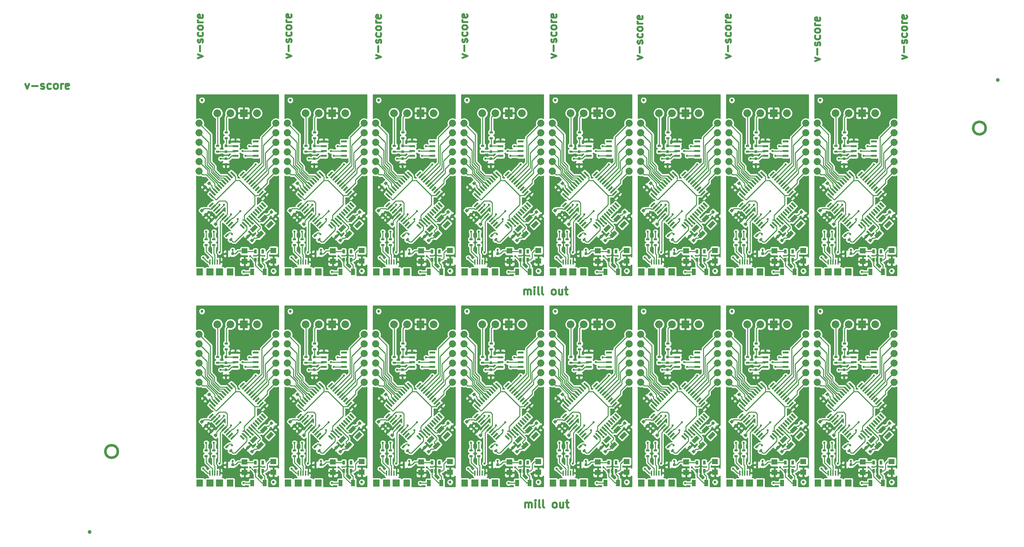
<source format=gtl>
G04 #@! TF.FileFunction,Copper,L1,Top,Signal*
%FSLAX46Y46*%
G04 Gerber Fmt 4.6, Leading zero omitted, Abs format (unit mm)*
G04 Created by KiCad (PCBNEW 4.0.6) date 11/19/17 22:49:51*
%MOMM*%
%LPD*%
G01*
G04 APERTURE LIST*
%ADD10C,0.100000*%
%ADD11C,0.508000*%
%ADD12C,0.381000*%
%ADD13R,0.900000X0.500000*%
%ADD14C,0.750000*%
%ADD15C,2.032000*%
%ADD16R,2.032000X2.032000*%
%ADD17C,1.879600*%
%ADD18R,1.550000X0.600000*%
%ADD19R,0.750000X0.800000*%
%ADD20R,0.650000X1.060000*%
%ADD21R,1.597660X1.399540*%
%ADD22R,0.998220X1.798320*%
%ADD23R,0.347980X1.399540*%
%ADD24R,1.798320X1.899920*%
%ADD25R,1.899920X1.899920*%
%ADD26R,0.800000X0.750000*%
%ADD27C,1.000000*%
%ADD28C,0.600000*%
%ADD29C,0.250000*%
%ADD30C,0.254000*%
G04 APERTURE END LIST*
D10*
D11*
X144501811Y-149001238D02*
X144501811Y-147646571D01*
X144501811Y-147840095D02*
X144598572Y-147743333D01*
X144792096Y-147646571D01*
X145082382Y-147646571D01*
X145275906Y-147743333D01*
X145372668Y-147936857D01*
X145372668Y-149001238D01*
X145372668Y-147936857D02*
X145469430Y-147743333D01*
X145662953Y-147646571D01*
X145953239Y-147646571D01*
X146146763Y-147743333D01*
X146243525Y-147936857D01*
X146243525Y-149001238D01*
X147211144Y-149001238D02*
X147211144Y-147646571D01*
X147211144Y-146969238D02*
X147114382Y-147066000D01*
X147211144Y-147162762D01*
X147307905Y-147066000D01*
X147211144Y-146969238D01*
X147211144Y-147162762D01*
X148469048Y-149001238D02*
X148275524Y-148904476D01*
X148178763Y-148710952D01*
X148178763Y-146969238D01*
X149533429Y-149001238D02*
X149339905Y-148904476D01*
X149243144Y-148710952D01*
X149243144Y-146969238D01*
X152146000Y-149001238D02*
X151952476Y-148904476D01*
X151855715Y-148807714D01*
X151758953Y-148614190D01*
X151758953Y-148033619D01*
X151855715Y-147840095D01*
X151952476Y-147743333D01*
X152146000Y-147646571D01*
X152436286Y-147646571D01*
X152629810Y-147743333D01*
X152726572Y-147840095D01*
X152823334Y-148033619D01*
X152823334Y-148614190D01*
X152726572Y-148807714D01*
X152629810Y-148904476D01*
X152436286Y-149001238D01*
X152146000Y-149001238D01*
X154565048Y-147646571D02*
X154565048Y-149001238D01*
X153694191Y-147646571D02*
X153694191Y-148710952D01*
X153790952Y-148904476D01*
X153984476Y-149001238D01*
X154274762Y-149001238D01*
X154468286Y-148904476D01*
X154565048Y-148807714D01*
X155242381Y-147646571D02*
X156016476Y-147646571D01*
X155532667Y-146969238D02*
X155532667Y-148710952D01*
X155629428Y-148904476D01*
X155822952Y-149001238D01*
X156016476Y-149001238D01*
X144247811Y-92613238D02*
X144247811Y-91258571D01*
X144247811Y-91452095D02*
X144344572Y-91355333D01*
X144538096Y-91258571D01*
X144828382Y-91258571D01*
X145021906Y-91355333D01*
X145118668Y-91548857D01*
X145118668Y-92613238D01*
X145118668Y-91548857D02*
X145215430Y-91355333D01*
X145408953Y-91258571D01*
X145699239Y-91258571D01*
X145892763Y-91355333D01*
X145989525Y-91548857D01*
X145989525Y-92613238D01*
X146957144Y-92613238D02*
X146957144Y-91258571D01*
X146957144Y-90581238D02*
X146860382Y-90678000D01*
X146957144Y-90774762D01*
X147053905Y-90678000D01*
X146957144Y-90581238D01*
X146957144Y-90774762D01*
X148215048Y-92613238D02*
X148021524Y-92516476D01*
X147924763Y-92322952D01*
X147924763Y-90581238D01*
X149279429Y-92613238D02*
X149085905Y-92516476D01*
X148989144Y-92322952D01*
X148989144Y-90581238D01*
X151892000Y-92613238D02*
X151698476Y-92516476D01*
X151601715Y-92419714D01*
X151504953Y-92226190D01*
X151504953Y-91645619D01*
X151601715Y-91452095D01*
X151698476Y-91355333D01*
X151892000Y-91258571D01*
X152182286Y-91258571D01*
X152375810Y-91355333D01*
X152472572Y-91452095D01*
X152569334Y-91645619D01*
X152569334Y-92226190D01*
X152472572Y-92419714D01*
X152375810Y-92516476D01*
X152182286Y-92613238D01*
X151892000Y-92613238D01*
X154311048Y-91258571D02*
X154311048Y-92613238D01*
X153440191Y-91258571D02*
X153440191Y-92322952D01*
X153536952Y-92516476D01*
X153730476Y-92613238D01*
X154020762Y-92613238D01*
X154214286Y-92516476D01*
X154311048Y-92419714D01*
X154988381Y-91258571D02*
X155762476Y-91258571D01*
X155278667Y-90581238D02*
X155278667Y-92322952D01*
X155375428Y-92516476D01*
X155568952Y-92613238D01*
X155762476Y-92613238D01*
X244166571Y-30212694D02*
X245521238Y-29728885D01*
X244166571Y-29245075D01*
X244747143Y-28470980D02*
X244747143Y-26922790D01*
X245424476Y-26051932D02*
X245521238Y-25858409D01*
X245521238Y-25471361D01*
X245424476Y-25277837D01*
X245230952Y-25181075D01*
X245134190Y-25181075D01*
X244940667Y-25277837D01*
X244843905Y-25471361D01*
X244843905Y-25761647D01*
X244747143Y-25955170D01*
X244553619Y-26051932D01*
X244456857Y-26051932D01*
X244263333Y-25955170D01*
X244166571Y-25761647D01*
X244166571Y-25471361D01*
X244263333Y-25277837D01*
X245424476Y-23439361D02*
X245521238Y-23632885D01*
X245521238Y-24019933D01*
X245424476Y-24213457D01*
X245327714Y-24310218D01*
X245134190Y-24406980D01*
X244553619Y-24406980D01*
X244360095Y-24310218D01*
X244263333Y-24213457D01*
X244166571Y-24019933D01*
X244166571Y-23632885D01*
X244263333Y-23439361D01*
X245521238Y-22278219D02*
X245424476Y-22471743D01*
X245327714Y-22568504D01*
X245134190Y-22665266D01*
X244553619Y-22665266D01*
X244360095Y-22568504D01*
X244263333Y-22471743D01*
X244166571Y-22278219D01*
X244166571Y-21987933D01*
X244263333Y-21794409D01*
X244360095Y-21697647D01*
X244553619Y-21600885D01*
X245134190Y-21600885D01*
X245327714Y-21697647D01*
X245424476Y-21794409D01*
X245521238Y-21987933D01*
X245521238Y-22278219D01*
X245521238Y-20730028D02*
X244166571Y-20730028D01*
X244553619Y-20730028D02*
X244360095Y-20633267D01*
X244263333Y-20536505D01*
X244166571Y-20342981D01*
X244166571Y-20149457D01*
X245424476Y-18698028D02*
X245521238Y-18891552D01*
X245521238Y-19278600D01*
X245424476Y-19472123D01*
X245230952Y-19568885D01*
X244456857Y-19568885D01*
X244263333Y-19472123D01*
X244166571Y-19278600D01*
X244166571Y-18891552D01*
X244263333Y-18698028D01*
X244456857Y-18601266D01*
X244650381Y-18601266D01*
X244843905Y-19568885D01*
X221179571Y-30796894D02*
X222534238Y-30313085D01*
X221179571Y-29829275D01*
X221760143Y-29055180D02*
X221760143Y-27506990D01*
X222437476Y-26636132D02*
X222534238Y-26442609D01*
X222534238Y-26055561D01*
X222437476Y-25862037D01*
X222243952Y-25765275D01*
X222147190Y-25765275D01*
X221953667Y-25862037D01*
X221856905Y-26055561D01*
X221856905Y-26345847D01*
X221760143Y-26539370D01*
X221566619Y-26636132D01*
X221469857Y-26636132D01*
X221276333Y-26539370D01*
X221179571Y-26345847D01*
X221179571Y-26055561D01*
X221276333Y-25862037D01*
X222437476Y-24023561D02*
X222534238Y-24217085D01*
X222534238Y-24604133D01*
X222437476Y-24797657D01*
X222340714Y-24894418D01*
X222147190Y-24991180D01*
X221566619Y-24991180D01*
X221373095Y-24894418D01*
X221276333Y-24797657D01*
X221179571Y-24604133D01*
X221179571Y-24217085D01*
X221276333Y-24023561D01*
X222534238Y-22862419D02*
X222437476Y-23055943D01*
X222340714Y-23152704D01*
X222147190Y-23249466D01*
X221566619Y-23249466D01*
X221373095Y-23152704D01*
X221276333Y-23055943D01*
X221179571Y-22862419D01*
X221179571Y-22572133D01*
X221276333Y-22378609D01*
X221373095Y-22281847D01*
X221566619Y-22185085D01*
X222147190Y-22185085D01*
X222340714Y-22281847D01*
X222437476Y-22378609D01*
X222534238Y-22572133D01*
X222534238Y-22862419D01*
X222534238Y-21314228D02*
X221179571Y-21314228D01*
X221566619Y-21314228D02*
X221373095Y-21217467D01*
X221276333Y-21120705D01*
X221179571Y-20927181D01*
X221179571Y-20733657D01*
X222437476Y-19282228D02*
X222534238Y-19475752D01*
X222534238Y-19862800D01*
X222437476Y-20056323D01*
X222243952Y-20153085D01*
X221469857Y-20153085D01*
X221276333Y-20056323D01*
X221179571Y-19862800D01*
X221179571Y-19475752D01*
X221276333Y-19282228D01*
X221469857Y-19185466D01*
X221663381Y-19185466D01*
X221856905Y-20153085D01*
X197582971Y-30009494D02*
X198937638Y-29525685D01*
X197582971Y-29041875D01*
X198163543Y-28267780D02*
X198163543Y-26719590D01*
X198840876Y-25848732D02*
X198937638Y-25655209D01*
X198937638Y-25268161D01*
X198840876Y-25074637D01*
X198647352Y-24977875D01*
X198550590Y-24977875D01*
X198357067Y-25074637D01*
X198260305Y-25268161D01*
X198260305Y-25558447D01*
X198163543Y-25751970D01*
X197970019Y-25848732D01*
X197873257Y-25848732D01*
X197679733Y-25751970D01*
X197582971Y-25558447D01*
X197582971Y-25268161D01*
X197679733Y-25074637D01*
X198840876Y-23236161D02*
X198937638Y-23429685D01*
X198937638Y-23816733D01*
X198840876Y-24010257D01*
X198744114Y-24107018D01*
X198550590Y-24203780D01*
X197970019Y-24203780D01*
X197776495Y-24107018D01*
X197679733Y-24010257D01*
X197582971Y-23816733D01*
X197582971Y-23429685D01*
X197679733Y-23236161D01*
X198937638Y-22075019D02*
X198840876Y-22268543D01*
X198744114Y-22365304D01*
X198550590Y-22462066D01*
X197970019Y-22462066D01*
X197776495Y-22365304D01*
X197679733Y-22268543D01*
X197582971Y-22075019D01*
X197582971Y-21784733D01*
X197679733Y-21591209D01*
X197776495Y-21494447D01*
X197970019Y-21397685D01*
X198550590Y-21397685D01*
X198744114Y-21494447D01*
X198840876Y-21591209D01*
X198937638Y-21784733D01*
X198937638Y-22075019D01*
X198937638Y-20526828D02*
X197582971Y-20526828D01*
X197970019Y-20526828D02*
X197776495Y-20430067D01*
X197679733Y-20333305D01*
X197582971Y-20139781D01*
X197582971Y-19946257D01*
X198840876Y-18494828D02*
X198937638Y-18688352D01*
X198937638Y-19075400D01*
X198840876Y-19268923D01*
X198647352Y-19365685D01*
X197873257Y-19365685D01*
X197679733Y-19268923D01*
X197582971Y-19075400D01*
X197582971Y-18688352D01*
X197679733Y-18494828D01*
X197873257Y-18398066D01*
X198066781Y-18398066D01*
X198260305Y-19365685D01*
X174214971Y-30339694D02*
X175569638Y-29855885D01*
X174214971Y-29372075D01*
X174795543Y-28597980D02*
X174795543Y-27049790D01*
X175472876Y-26178932D02*
X175569638Y-25985409D01*
X175569638Y-25598361D01*
X175472876Y-25404837D01*
X175279352Y-25308075D01*
X175182590Y-25308075D01*
X174989067Y-25404837D01*
X174892305Y-25598361D01*
X174892305Y-25888647D01*
X174795543Y-26082170D01*
X174602019Y-26178932D01*
X174505257Y-26178932D01*
X174311733Y-26082170D01*
X174214971Y-25888647D01*
X174214971Y-25598361D01*
X174311733Y-25404837D01*
X175472876Y-23566361D02*
X175569638Y-23759885D01*
X175569638Y-24146933D01*
X175472876Y-24340457D01*
X175376114Y-24437218D01*
X175182590Y-24533980D01*
X174602019Y-24533980D01*
X174408495Y-24437218D01*
X174311733Y-24340457D01*
X174214971Y-24146933D01*
X174214971Y-23759885D01*
X174311733Y-23566361D01*
X175569638Y-22405219D02*
X175472876Y-22598743D01*
X175376114Y-22695504D01*
X175182590Y-22792266D01*
X174602019Y-22792266D01*
X174408495Y-22695504D01*
X174311733Y-22598743D01*
X174214971Y-22405219D01*
X174214971Y-22114933D01*
X174311733Y-21921409D01*
X174408495Y-21824647D01*
X174602019Y-21727885D01*
X175182590Y-21727885D01*
X175376114Y-21824647D01*
X175472876Y-21921409D01*
X175569638Y-22114933D01*
X175569638Y-22405219D01*
X175569638Y-20857028D02*
X174214971Y-20857028D01*
X174602019Y-20857028D02*
X174408495Y-20760267D01*
X174311733Y-20663505D01*
X174214971Y-20469981D01*
X174214971Y-20276457D01*
X175472876Y-18825028D02*
X175569638Y-19018552D01*
X175569638Y-19405600D01*
X175472876Y-19599123D01*
X175279352Y-19695885D01*
X174505257Y-19695885D01*
X174311733Y-19599123D01*
X174214971Y-19405600D01*
X174214971Y-19018552D01*
X174311733Y-18825028D01*
X174505257Y-18728266D01*
X174698781Y-18728266D01*
X174892305Y-19695885D01*
X151405771Y-29933294D02*
X152760438Y-29449485D01*
X151405771Y-28965675D01*
X151986343Y-28191580D02*
X151986343Y-26643390D01*
X152663676Y-25772532D02*
X152760438Y-25579009D01*
X152760438Y-25191961D01*
X152663676Y-24998437D01*
X152470152Y-24901675D01*
X152373390Y-24901675D01*
X152179867Y-24998437D01*
X152083105Y-25191961D01*
X152083105Y-25482247D01*
X151986343Y-25675770D01*
X151792819Y-25772532D01*
X151696057Y-25772532D01*
X151502533Y-25675770D01*
X151405771Y-25482247D01*
X151405771Y-25191961D01*
X151502533Y-24998437D01*
X152663676Y-23159961D02*
X152760438Y-23353485D01*
X152760438Y-23740533D01*
X152663676Y-23934057D01*
X152566914Y-24030818D01*
X152373390Y-24127580D01*
X151792819Y-24127580D01*
X151599295Y-24030818D01*
X151502533Y-23934057D01*
X151405771Y-23740533D01*
X151405771Y-23353485D01*
X151502533Y-23159961D01*
X152760438Y-21998819D02*
X152663676Y-22192343D01*
X152566914Y-22289104D01*
X152373390Y-22385866D01*
X151792819Y-22385866D01*
X151599295Y-22289104D01*
X151502533Y-22192343D01*
X151405771Y-21998819D01*
X151405771Y-21708533D01*
X151502533Y-21515009D01*
X151599295Y-21418247D01*
X151792819Y-21321485D01*
X152373390Y-21321485D01*
X152566914Y-21418247D01*
X152663676Y-21515009D01*
X152760438Y-21708533D01*
X152760438Y-21998819D01*
X152760438Y-20450628D02*
X151405771Y-20450628D01*
X151792819Y-20450628D02*
X151599295Y-20353867D01*
X151502533Y-20257105D01*
X151405771Y-20063581D01*
X151405771Y-19870057D01*
X152663676Y-18418628D02*
X152760438Y-18612152D01*
X152760438Y-18999200D01*
X152663676Y-19192723D01*
X152470152Y-19289485D01*
X151696057Y-19289485D01*
X151502533Y-19192723D01*
X151405771Y-18999200D01*
X151405771Y-18612152D01*
X151502533Y-18418628D01*
X151696057Y-18321866D01*
X151889581Y-18321866D01*
X152083105Y-19289485D01*
X127834571Y-29933294D02*
X129189238Y-29449485D01*
X127834571Y-28965675D01*
X128415143Y-28191580D02*
X128415143Y-26643390D01*
X129092476Y-25772532D02*
X129189238Y-25579009D01*
X129189238Y-25191961D01*
X129092476Y-24998437D01*
X128898952Y-24901675D01*
X128802190Y-24901675D01*
X128608667Y-24998437D01*
X128511905Y-25191961D01*
X128511905Y-25482247D01*
X128415143Y-25675770D01*
X128221619Y-25772532D01*
X128124857Y-25772532D01*
X127931333Y-25675770D01*
X127834571Y-25482247D01*
X127834571Y-25191961D01*
X127931333Y-24998437D01*
X129092476Y-23159961D02*
X129189238Y-23353485D01*
X129189238Y-23740533D01*
X129092476Y-23934057D01*
X128995714Y-24030818D01*
X128802190Y-24127580D01*
X128221619Y-24127580D01*
X128028095Y-24030818D01*
X127931333Y-23934057D01*
X127834571Y-23740533D01*
X127834571Y-23353485D01*
X127931333Y-23159961D01*
X129189238Y-21998819D02*
X129092476Y-22192343D01*
X128995714Y-22289104D01*
X128802190Y-22385866D01*
X128221619Y-22385866D01*
X128028095Y-22289104D01*
X127931333Y-22192343D01*
X127834571Y-21998819D01*
X127834571Y-21708533D01*
X127931333Y-21515009D01*
X128028095Y-21418247D01*
X128221619Y-21321485D01*
X128802190Y-21321485D01*
X128995714Y-21418247D01*
X129092476Y-21515009D01*
X129189238Y-21708533D01*
X129189238Y-21998819D01*
X129189238Y-20450628D02*
X127834571Y-20450628D01*
X128221619Y-20450628D02*
X128028095Y-20353867D01*
X127931333Y-20257105D01*
X127834571Y-20063581D01*
X127834571Y-19870057D01*
X129092476Y-18418628D02*
X129189238Y-18612152D01*
X129189238Y-18999200D01*
X129092476Y-19192723D01*
X128898952Y-19289485D01*
X128124857Y-19289485D01*
X127931333Y-19192723D01*
X127834571Y-18999200D01*
X127834571Y-18612152D01*
X127931333Y-18418628D01*
X128124857Y-18321866D01*
X128318381Y-18321866D01*
X128511905Y-19289485D01*
X105050771Y-30136494D02*
X106405438Y-29652685D01*
X105050771Y-29168875D01*
X105631343Y-28394780D02*
X105631343Y-26846590D01*
X106308676Y-25975732D02*
X106405438Y-25782209D01*
X106405438Y-25395161D01*
X106308676Y-25201637D01*
X106115152Y-25104875D01*
X106018390Y-25104875D01*
X105824867Y-25201637D01*
X105728105Y-25395161D01*
X105728105Y-25685447D01*
X105631343Y-25878970D01*
X105437819Y-25975732D01*
X105341057Y-25975732D01*
X105147533Y-25878970D01*
X105050771Y-25685447D01*
X105050771Y-25395161D01*
X105147533Y-25201637D01*
X106308676Y-23363161D02*
X106405438Y-23556685D01*
X106405438Y-23943733D01*
X106308676Y-24137257D01*
X106211914Y-24234018D01*
X106018390Y-24330780D01*
X105437819Y-24330780D01*
X105244295Y-24234018D01*
X105147533Y-24137257D01*
X105050771Y-23943733D01*
X105050771Y-23556685D01*
X105147533Y-23363161D01*
X106405438Y-22202019D02*
X106308676Y-22395543D01*
X106211914Y-22492304D01*
X106018390Y-22589066D01*
X105437819Y-22589066D01*
X105244295Y-22492304D01*
X105147533Y-22395543D01*
X105050771Y-22202019D01*
X105050771Y-21911733D01*
X105147533Y-21718209D01*
X105244295Y-21621447D01*
X105437819Y-21524685D01*
X106018390Y-21524685D01*
X106211914Y-21621447D01*
X106308676Y-21718209D01*
X106405438Y-21911733D01*
X106405438Y-22202019D01*
X106405438Y-20653828D02*
X105050771Y-20653828D01*
X105437819Y-20653828D02*
X105244295Y-20557067D01*
X105147533Y-20460305D01*
X105050771Y-20266781D01*
X105050771Y-20073257D01*
X106308676Y-18621828D02*
X106405438Y-18815352D01*
X106405438Y-19202400D01*
X106308676Y-19395923D01*
X106115152Y-19492685D01*
X105341057Y-19492685D01*
X105147533Y-19395923D01*
X105050771Y-19202400D01*
X105050771Y-18815352D01*
X105147533Y-18621828D01*
X105341057Y-18525066D01*
X105534581Y-18525066D01*
X105728105Y-19492685D01*
X81276371Y-29933294D02*
X82631038Y-29449485D01*
X81276371Y-28965675D01*
X81856943Y-28191580D02*
X81856943Y-26643390D01*
X82534276Y-25772532D02*
X82631038Y-25579009D01*
X82631038Y-25191961D01*
X82534276Y-24998437D01*
X82340752Y-24901675D01*
X82243990Y-24901675D01*
X82050467Y-24998437D01*
X81953705Y-25191961D01*
X81953705Y-25482247D01*
X81856943Y-25675770D01*
X81663419Y-25772532D01*
X81566657Y-25772532D01*
X81373133Y-25675770D01*
X81276371Y-25482247D01*
X81276371Y-25191961D01*
X81373133Y-24998437D01*
X82534276Y-23159961D02*
X82631038Y-23353485D01*
X82631038Y-23740533D01*
X82534276Y-23934057D01*
X82437514Y-24030818D01*
X82243990Y-24127580D01*
X81663419Y-24127580D01*
X81469895Y-24030818D01*
X81373133Y-23934057D01*
X81276371Y-23740533D01*
X81276371Y-23353485D01*
X81373133Y-23159961D01*
X82631038Y-21998819D02*
X82534276Y-22192343D01*
X82437514Y-22289104D01*
X82243990Y-22385866D01*
X81663419Y-22385866D01*
X81469895Y-22289104D01*
X81373133Y-22192343D01*
X81276371Y-21998819D01*
X81276371Y-21708533D01*
X81373133Y-21515009D01*
X81469895Y-21418247D01*
X81663419Y-21321485D01*
X82243990Y-21321485D01*
X82437514Y-21418247D01*
X82534276Y-21515009D01*
X82631038Y-21708533D01*
X82631038Y-21998819D01*
X82631038Y-20450628D02*
X81276371Y-20450628D01*
X81663419Y-20450628D02*
X81469895Y-20353867D01*
X81373133Y-20257105D01*
X81276371Y-20063581D01*
X81276371Y-19870057D01*
X82534276Y-18418628D02*
X82631038Y-18612152D01*
X82631038Y-18999200D01*
X82534276Y-19192723D01*
X82340752Y-19289485D01*
X81566657Y-19289485D01*
X81373133Y-19192723D01*
X81276371Y-18999200D01*
X81276371Y-18612152D01*
X81373133Y-18418628D01*
X81566657Y-18321866D01*
X81760181Y-18321866D01*
X81953705Y-19289485D01*
X57882971Y-30009494D02*
X59237638Y-29525685D01*
X57882971Y-29041875D01*
X58463543Y-28267780D02*
X58463543Y-26719590D01*
X59140876Y-25848732D02*
X59237638Y-25655209D01*
X59237638Y-25268161D01*
X59140876Y-25074637D01*
X58947352Y-24977875D01*
X58850590Y-24977875D01*
X58657067Y-25074637D01*
X58560305Y-25268161D01*
X58560305Y-25558447D01*
X58463543Y-25751970D01*
X58270019Y-25848732D01*
X58173257Y-25848732D01*
X57979733Y-25751970D01*
X57882971Y-25558447D01*
X57882971Y-25268161D01*
X57979733Y-25074637D01*
X59140876Y-23236161D02*
X59237638Y-23429685D01*
X59237638Y-23816733D01*
X59140876Y-24010257D01*
X59044114Y-24107018D01*
X58850590Y-24203780D01*
X58270019Y-24203780D01*
X58076495Y-24107018D01*
X57979733Y-24010257D01*
X57882971Y-23816733D01*
X57882971Y-23429685D01*
X57979733Y-23236161D01*
X59237638Y-22075019D02*
X59140876Y-22268543D01*
X59044114Y-22365304D01*
X58850590Y-22462066D01*
X58270019Y-22462066D01*
X58076495Y-22365304D01*
X57979733Y-22268543D01*
X57882971Y-22075019D01*
X57882971Y-21784733D01*
X57979733Y-21591209D01*
X58076495Y-21494447D01*
X58270019Y-21397685D01*
X58850590Y-21397685D01*
X59044114Y-21494447D01*
X59140876Y-21591209D01*
X59237638Y-21784733D01*
X59237638Y-22075019D01*
X59237638Y-20526828D02*
X57882971Y-20526828D01*
X58270019Y-20526828D02*
X58076495Y-20430067D01*
X57979733Y-20333305D01*
X57882971Y-20139781D01*
X57882971Y-19946257D01*
X59140876Y-18494828D02*
X59237638Y-18688352D01*
X59237638Y-19075400D01*
X59140876Y-19268923D01*
X58947352Y-19365685D01*
X58173257Y-19365685D01*
X57979733Y-19268923D01*
X57882971Y-19075400D01*
X57882971Y-18688352D01*
X57979733Y-18494828D01*
X58173257Y-18398066D01*
X58366781Y-18398066D01*
X58560305Y-19365685D01*
X12230706Y-36775571D02*
X12714515Y-38130238D01*
X13198325Y-36775571D01*
X13972420Y-37356143D02*
X15520610Y-37356143D01*
X16391468Y-38033476D02*
X16584991Y-38130238D01*
X16972039Y-38130238D01*
X17165563Y-38033476D01*
X17262325Y-37839952D01*
X17262325Y-37743190D01*
X17165563Y-37549667D01*
X16972039Y-37452905D01*
X16681753Y-37452905D01*
X16488230Y-37356143D01*
X16391468Y-37162619D01*
X16391468Y-37065857D01*
X16488230Y-36872333D01*
X16681753Y-36775571D01*
X16972039Y-36775571D01*
X17165563Y-36872333D01*
X19004039Y-38033476D02*
X18810515Y-38130238D01*
X18423467Y-38130238D01*
X18229943Y-38033476D01*
X18133182Y-37936714D01*
X18036420Y-37743190D01*
X18036420Y-37162619D01*
X18133182Y-36969095D01*
X18229943Y-36872333D01*
X18423467Y-36775571D01*
X18810515Y-36775571D01*
X19004039Y-36872333D01*
X20165181Y-38130238D02*
X19971657Y-38033476D01*
X19874896Y-37936714D01*
X19778134Y-37743190D01*
X19778134Y-37162619D01*
X19874896Y-36969095D01*
X19971657Y-36872333D01*
X20165181Y-36775571D01*
X20455467Y-36775571D01*
X20648991Y-36872333D01*
X20745753Y-36969095D01*
X20842515Y-37162619D01*
X20842515Y-37743190D01*
X20745753Y-37936714D01*
X20648991Y-38033476D01*
X20455467Y-38130238D01*
X20165181Y-38130238D01*
X21713372Y-38130238D02*
X21713372Y-36775571D01*
X21713372Y-37162619D02*
X21810133Y-36969095D01*
X21906895Y-36872333D01*
X22100419Y-36775571D01*
X22293943Y-36775571D01*
X23745372Y-38033476D02*
X23551848Y-38130238D01*
X23164800Y-38130238D01*
X22971277Y-38033476D01*
X22874515Y-37839952D01*
X22874515Y-37065857D01*
X22971277Y-36872333D01*
X23164800Y-36775571D01*
X23551848Y-36775571D01*
X23745372Y-36872333D01*
X23842134Y-37065857D01*
X23842134Y-37259381D01*
X22874515Y-37452905D01*
D12*
X36581080Y-134112000D02*
G75*
G03X36581080Y-134112000I-1529080J0D01*
G01*
X36842700Y-134112000D02*
G75*
G03X36842700Y-134112000I-1790700J0D01*
G01*
X266197080Y-48514000D02*
G75*
G03X266197080Y-48514000I-1529080J0D01*
G01*
X266458700Y-48514000D02*
G75*
G03X266458700Y-48514000I-1790700J0D01*
G01*
D13*
X226712551Y-110593689D03*
X226712551Y-109093689D03*
X203344551Y-110593689D03*
X203344551Y-109093689D03*
X179976551Y-110593689D03*
X179976551Y-109093689D03*
X156608551Y-110593689D03*
X156608551Y-109093689D03*
X133240551Y-110593689D03*
X133240551Y-109093689D03*
X109872551Y-110593689D03*
X109872551Y-109093689D03*
X86504551Y-110593689D03*
X86504551Y-109093689D03*
X63136551Y-110593689D03*
X63136551Y-109093689D03*
X226712551Y-54713689D03*
X226712551Y-53213689D03*
X203344551Y-54713689D03*
X203344551Y-53213689D03*
X179976551Y-54713689D03*
X179976551Y-53213689D03*
X156608551Y-54713689D03*
X156608551Y-53213689D03*
X133240551Y-54713689D03*
X133240551Y-53213689D03*
X109872551Y-54713689D03*
X109872551Y-53213689D03*
X86504551Y-54713689D03*
X86504551Y-53213689D03*
D14*
X222521551Y-97016689D03*
X199153551Y-97016689D03*
X175785551Y-97016689D03*
X152417551Y-97016689D03*
X129049551Y-97016689D03*
X105681551Y-97016689D03*
X82313551Y-97016689D03*
X58945551Y-97016689D03*
X222521551Y-41136689D03*
X199153551Y-41136689D03*
X175785551Y-41136689D03*
X152417551Y-41136689D03*
X129049551Y-41136689D03*
X105681551Y-41136689D03*
X82313551Y-41136689D03*
D15*
X226585551Y-100445689D03*
X230083131Y-100445689D03*
D16*
X233583251Y-100445689D03*
D15*
X237083371Y-100445689D03*
X203217551Y-100445689D03*
X206715131Y-100445689D03*
D16*
X210215251Y-100445689D03*
D15*
X213715371Y-100445689D03*
X179849551Y-100445689D03*
X183347131Y-100445689D03*
D16*
X186847251Y-100445689D03*
D15*
X190347371Y-100445689D03*
X156481551Y-100445689D03*
X159979131Y-100445689D03*
D16*
X163479251Y-100445689D03*
D15*
X166979371Y-100445689D03*
X133113551Y-100445689D03*
X136611131Y-100445689D03*
D16*
X140111251Y-100445689D03*
D15*
X143611371Y-100445689D03*
X109745551Y-100445689D03*
X113243131Y-100445689D03*
D16*
X116743251Y-100445689D03*
D15*
X120243371Y-100445689D03*
X86377551Y-100445689D03*
X89875131Y-100445689D03*
D16*
X93375251Y-100445689D03*
D15*
X96875371Y-100445689D03*
X63009551Y-100445689D03*
X66507131Y-100445689D03*
D16*
X70007251Y-100445689D03*
D15*
X73507371Y-100445689D03*
X226585551Y-44565689D03*
X230083131Y-44565689D03*
D16*
X233583251Y-44565689D03*
D15*
X237083371Y-44565689D03*
X203217551Y-44565689D03*
X206715131Y-44565689D03*
D16*
X210215251Y-44565689D03*
D15*
X213715371Y-44565689D03*
X179849551Y-44565689D03*
X183347131Y-44565689D03*
D16*
X186847251Y-44565689D03*
D15*
X190347371Y-44565689D03*
X156481551Y-44565689D03*
X159979131Y-44565689D03*
D16*
X163479251Y-44565689D03*
D15*
X166979371Y-44565689D03*
X133113551Y-44565689D03*
X136611131Y-44565689D03*
D16*
X140111251Y-44565689D03*
D15*
X143611371Y-44565689D03*
X109745551Y-44565689D03*
X113243131Y-44565689D03*
D16*
X116743251Y-44565689D03*
D15*
X120243371Y-44565689D03*
X86377551Y-44565689D03*
X89875131Y-44565689D03*
D16*
X93375251Y-44565689D03*
D15*
X96875371Y-44565689D03*
D17*
X221759551Y-115812689D03*
X221759551Y-113272689D03*
X221759551Y-110732689D03*
X221759551Y-108192689D03*
X221759551Y-105652689D03*
X221759551Y-103112689D03*
X198391551Y-115812689D03*
X198391551Y-113272689D03*
X198391551Y-110732689D03*
X198391551Y-108192689D03*
X198391551Y-105652689D03*
X198391551Y-103112689D03*
X175023551Y-115812689D03*
X175023551Y-113272689D03*
X175023551Y-110732689D03*
X175023551Y-108192689D03*
X175023551Y-105652689D03*
X175023551Y-103112689D03*
X151655551Y-115812689D03*
X151655551Y-113272689D03*
X151655551Y-110732689D03*
X151655551Y-108192689D03*
X151655551Y-105652689D03*
X151655551Y-103112689D03*
X128287551Y-115812689D03*
X128287551Y-113272689D03*
X128287551Y-110732689D03*
X128287551Y-108192689D03*
X128287551Y-105652689D03*
X128287551Y-103112689D03*
X104919551Y-115812689D03*
X104919551Y-113272689D03*
X104919551Y-110732689D03*
X104919551Y-108192689D03*
X104919551Y-105652689D03*
X104919551Y-103112689D03*
X81551551Y-115812689D03*
X81551551Y-113272689D03*
X81551551Y-110732689D03*
X81551551Y-108192689D03*
X81551551Y-105652689D03*
X81551551Y-103112689D03*
X58183551Y-115812689D03*
X58183551Y-113272689D03*
X58183551Y-110732689D03*
X58183551Y-108192689D03*
X58183551Y-105652689D03*
X58183551Y-103112689D03*
X221759551Y-59932689D03*
X221759551Y-57392689D03*
X221759551Y-54852689D03*
X221759551Y-52312689D03*
X221759551Y-49772689D03*
X221759551Y-47232689D03*
X198391551Y-59932689D03*
X198391551Y-57392689D03*
X198391551Y-54852689D03*
X198391551Y-52312689D03*
X198391551Y-49772689D03*
X198391551Y-47232689D03*
X175023551Y-59932689D03*
X175023551Y-57392689D03*
X175023551Y-54852689D03*
X175023551Y-52312689D03*
X175023551Y-49772689D03*
X175023551Y-47232689D03*
X151655551Y-59932689D03*
X151655551Y-57392689D03*
X151655551Y-54852689D03*
X151655551Y-52312689D03*
X151655551Y-49772689D03*
X151655551Y-47232689D03*
X128287551Y-59932689D03*
X128287551Y-57392689D03*
X128287551Y-54852689D03*
X128287551Y-52312689D03*
X128287551Y-49772689D03*
X128287551Y-47232689D03*
X104919551Y-59932689D03*
X104919551Y-57392689D03*
X104919551Y-54852689D03*
X104919551Y-52312689D03*
X104919551Y-49772689D03*
X104919551Y-47232689D03*
X81551551Y-59932689D03*
X81551551Y-57392689D03*
X81551551Y-54852689D03*
X81551551Y-52312689D03*
X81551551Y-49772689D03*
X81551551Y-47232689D03*
D13*
X228998551Y-107037689D03*
X228998551Y-105537689D03*
X205630551Y-107037689D03*
X205630551Y-105537689D03*
X182262551Y-107037689D03*
X182262551Y-105537689D03*
X158894551Y-107037689D03*
X158894551Y-105537689D03*
X135526551Y-107037689D03*
X135526551Y-105537689D03*
X112158551Y-107037689D03*
X112158551Y-105537689D03*
X88790551Y-107037689D03*
X88790551Y-105537689D03*
X65422551Y-107037689D03*
X65422551Y-105537689D03*
X228998551Y-51157689D03*
X228998551Y-49657689D03*
X205630551Y-51157689D03*
X205630551Y-49657689D03*
X182262551Y-51157689D03*
X182262551Y-49657689D03*
X158894551Y-51157689D03*
X158894551Y-49657689D03*
X135526551Y-51157689D03*
X135526551Y-49657689D03*
X112158551Y-51157689D03*
X112158551Y-49657689D03*
X88790551Y-51157689D03*
X88790551Y-49657689D03*
D17*
X242079551Y-103112689D03*
X242079551Y-105652689D03*
X242079551Y-108192689D03*
X242079551Y-110732689D03*
X242079551Y-113272689D03*
X242079551Y-115812689D03*
X218711551Y-103112689D03*
X218711551Y-105652689D03*
X218711551Y-108192689D03*
X218711551Y-110732689D03*
X218711551Y-113272689D03*
X218711551Y-115812689D03*
X195343551Y-103112689D03*
X195343551Y-105652689D03*
X195343551Y-108192689D03*
X195343551Y-110732689D03*
X195343551Y-113272689D03*
X195343551Y-115812689D03*
X171975551Y-103112689D03*
X171975551Y-105652689D03*
X171975551Y-108192689D03*
X171975551Y-110732689D03*
X171975551Y-113272689D03*
X171975551Y-115812689D03*
X148607551Y-103112689D03*
X148607551Y-105652689D03*
X148607551Y-108192689D03*
X148607551Y-110732689D03*
X148607551Y-113272689D03*
X148607551Y-115812689D03*
X125239551Y-103112689D03*
X125239551Y-105652689D03*
X125239551Y-108192689D03*
X125239551Y-110732689D03*
X125239551Y-113272689D03*
X125239551Y-115812689D03*
X101871551Y-103112689D03*
X101871551Y-105652689D03*
X101871551Y-108192689D03*
X101871551Y-110732689D03*
X101871551Y-113272689D03*
X101871551Y-115812689D03*
X78503551Y-103112689D03*
X78503551Y-105652689D03*
X78503551Y-108192689D03*
X78503551Y-110732689D03*
X78503551Y-113272689D03*
X78503551Y-115812689D03*
X242079551Y-47232689D03*
X242079551Y-49772689D03*
X242079551Y-52312689D03*
X242079551Y-54852689D03*
X242079551Y-57392689D03*
X242079551Y-59932689D03*
X218711551Y-47232689D03*
X218711551Y-49772689D03*
X218711551Y-52312689D03*
X218711551Y-54852689D03*
X218711551Y-57392689D03*
X218711551Y-59932689D03*
X195343551Y-47232689D03*
X195343551Y-49772689D03*
X195343551Y-52312689D03*
X195343551Y-54852689D03*
X195343551Y-57392689D03*
X195343551Y-59932689D03*
X171975551Y-47232689D03*
X171975551Y-49772689D03*
X171975551Y-52312689D03*
X171975551Y-54852689D03*
X171975551Y-57392689D03*
X171975551Y-59932689D03*
X148607551Y-47232689D03*
X148607551Y-49772689D03*
X148607551Y-52312689D03*
X148607551Y-54852689D03*
X148607551Y-57392689D03*
X148607551Y-59932689D03*
X125239551Y-47232689D03*
X125239551Y-49772689D03*
X125239551Y-52312689D03*
X125239551Y-54852689D03*
X125239551Y-57392689D03*
X125239551Y-59932689D03*
X101871551Y-47232689D03*
X101871551Y-49772689D03*
X101871551Y-52312689D03*
X101871551Y-54852689D03*
X101871551Y-57392689D03*
X101871551Y-59932689D03*
D18*
X231378551Y-107938689D03*
X231378551Y-109208689D03*
X231378551Y-110478689D03*
X231378551Y-111748689D03*
X236778551Y-111748689D03*
X236778551Y-110478689D03*
X236778551Y-109208689D03*
X236778551Y-107938689D03*
X208010551Y-107938689D03*
X208010551Y-109208689D03*
X208010551Y-110478689D03*
X208010551Y-111748689D03*
X213410551Y-111748689D03*
X213410551Y-110478689D03*
X213410551Y-109208689D03*
X213410551Y-107938689D03*
X184642551Y-107938689D03*
X184642551Y-109208689D03*
X184642551Y-110478689D03*
X184642551Y-111748689D03*
X190042551Y-111748689D03*
X190042551Y-110478689D03*
X190042551Y-109208689D03*
X190042551Y-107938689D03*
X161274551Y-107938689D03*
X161274551Y-109208689D03*
X161274551Y-110478689D03*
X161274551Y-111748689D03*
X166674551Y-111748689D03*
X166674551Y-110478689D03*
X166674551Y-109208689D03*
X166674551Y-107938689D03*
X137906551Y-107938689D03*
X137906551Y-109208689D03*
X137906551Y-110478689D03*
X137906551Y-111748689D03*
X143306551Y-111748689D03*
X143306551Y-110478689D03*
X143306551Y-109208689D03*
X143306551Y-107938689D03*
X114538551Y-107938689D03*
X114538551Y-109208689D03*
X114538551Y-110478689D03*
X114538551Y-111748689D03*
X119938551Y-111748689D03*
X119938551Y-110478689D03*
X119938551Y-109208689D03*
X119938551Y-107938689D03*
X91170551Y-107938689D03*
X91170551Y-109208689D03*
X91170551Y-110478689D03*
X91170551Y-111748689D03*
X96570551Y-111748689D03*
X96570551Y-110478689D03*
X96570551Y-109208689D03*
X96570551Y-107938689D03*
X67802551Y-107938689D03*
X67802551Y-109208689D03*
X67802551Y-110478689D03*
X67802551Y-111748689D03*
X73202551Y-111748689D03*
X73202551Y-110478689D03*
X73202551Y-109208689D03*
X73202551Y-107938689D03*
X231378551Y-52058689D03*
X231378551Y-53328689D03*
X231378551Y-54598689D03*
X231378551Y-55868689D03*
X236778551Y-55868689D03*
X236778551Y-54598689D03*
X236778551Y-53328689D03*
X236778551Y-52058689D03*
X208010551Y-52058689D03*
X208010551Y-53328689D03*
X208010551Y-54598689D03*
X208010551Y-55868689D03*
X213410551Y-55868689D03*
X213410551Y-54598689D03*
X213410551Y-53328689D03*
X213410551Y-52058689D03*
X184642551Y-52058689D03*
X184642551Y-53328689D03*
X184642551Y-54598689D03*
X184642551Y-55868689D03*
X190042551Y-55868689D03*
X190042551Y-54598689D03*
X190042551Y-53328689D03*
X190042551Y-52058689D03*
X161274551Y-52058689D03*
X161274551Y-53328689D03*
X161274551Y-54598689D03*
X161274551Y-55868689D03*
X166674551Y-55868689D03*
X166674551Y-54598689D03*
X166674551Y-53328689D03*
X166674551Y-52058689D03*
X137906551Y-52058689D03*
X137906551Y-53328689D03*
X137906551Y-54598689D03*
X137906551Y-55868689D03*
X143306551Y-55868689D03*
X143306551Y-54598689D03*
X143306551Y-53328689D03*
X143306551Y-52058689D03*
X114538551Y-52058689D03*
X114538551Y-53328689D03*
X114538551Y-54598689D03*
X114538551Y-55868689D03*
X119938551Y-55868689D03*
X119938551Y-54598689D03*
X119938551Y-53328689D03*
X119938551Y-52058689D03*
X91170551Y-52058689D03*
X91170551Y-53328689D03*
X91170551Y-54598689D03*
X91170551Y-55868689D03*
X96570551Y-55868689D03*
X96570551Y-54598689D03*
X96570551Y-53328689D03*
X96570551Y-52058689D03*
D19*
X228871551Y-114010689D03*
X228871551Y-112510689D03*
X205503551Y-114010689D03*
X205503551Y-112510689D03*
X182135551Y-114010689D03*
X182135551Y-112510689D03*
X158767551Y-114010689D03*
X158767551Y-112510689D03*
X135399551Y-114010689D03*
X135399551Y-112510689D03*
X112031551Y-114010689D03*
X112031551Y-112510689D03*
X88663551Y-114010689D03*
X88663551Y-112510689D03*
X65295551Y-114010689D03*
X65295551Y-112510689D03*
X228871551Y-58130689D03*
X228871551Y-56630689D03*
X205503551Y-58130689D03*
X205503551Y-56630689D03*
X182135551Y-58130689D03*
X182135551Y-56630689D03*
X158767551Y-58130689D03*
X158767551Y-56630689D03*
X135399551Y-58130689D03*
X135399551Y-56630689D03*
X112031551Y-58130689D03*
X112031551Y-56630689D03*
X88663551Y-58130689D03*
X88663551Y-56630689D03*
X228871551Y-110593689D03*
X228871551Y-109093689D03*
X205503551Y-110593689D03*
X205503551Y-109093689D03*
X182135551Y-110593689D03*
X182135551Y-109093689D03*
X158767551Y-110593689D03*
X158767551Y-109093689D03*
X135399551Y-110593689D03*
X135399551Y-109093689D03*
X112031551Y-110593689D03*
X112031551Y-109093689D03*
X88663551Y-110593689D03*
X88663551Y-109093689D03*
X65295551Y-110593689D03*
X65295551Y-109093689D03*
X228871551Y-54713689D03*
X228871551Y-53213689D03*
X205503551Y-54713689D03*
X205503551Y-53213689D03*
X182135551Y-54713689D03*
X182135551Y-53213689D03*
X158767551Y-54713689D03*
X158767551Y-53213689D03*
X135399551Y-54713689D03*
X135399551Y-53213689D03*
X112031551Y-54713689D03*
X112031551Y-53213689D03*
X88663551Y-54713689D03*
X88663551Y-53213689D03*
D10*
G36*
X239175139Y-127237781D02*
X239952829Y-128015471D01*
X238609383Y-129358917D01*
X237831693Y-128581227D01*
X239175139Y-127237781D01*
X239175139Y-127237781D01*
G37*
G36*
X236560089Y-129852831D02*
X237337779Y-130630521D01*
X235994333Y-131973967D01*
X235216643Y-131196277D01*
X236560089Y-129852831D01*
X236560089Y-129852831D01*
G37*
G36*
X238183719Y-131476461D02*
X238961409Y-132254151D01*
X237617963Y-133597597D01*
X236840273Y-132819907D01*
X238183719Y-131476461D01*
X238183719Y-131476461D01*
G37*
G36*
X240798769Y-128861411D02*
X241576459Y-129639101D01*
X240233013Y-130982547D01*
X239455323Y-130204857D01*
X240798769Y-128861411D01*
X240798769Y-128861411D01*
G37*
G36*
X215807139Y-127237781D02*
X216584829Y-128015471D01*
X215241383Y-129358917D01*
X214463693Y-128581227D01*
X215807139Y-127237781D01*
X215807139Y-127237781D01*
G37*
G36*
X213192089Y-129852831D02*
X213969779Y-130630521D01*
X212626333Y-131973967D01*
X211848643Y-131196277D01*
X213192089Y-129852831D01*
X213192089Y-129852831D01*
G37*
G36*
X214815719Y-131476461D02*
X215593409Y-132254151D01*
X214249963Y-133597597D01*
X213472273Y-132819907D01*
X214815719Y-131476461D01*
X214815719Y-131476461D01*
G37*
G36*
X217430769Y-128861411D02*
X218208459Y-129639101D01*
X216865013Y-130982547D01*
X216087323Y-130204857D01*
X217430769Y-128861411D01*
X217430769Y-128861411D01*
G37*
G36*
X192439139Y-127237781D02*
X193216829Y-128015471D01*
X191873383Y-129358917D01*
X191095693Y-128581227D01*
X192439139Y-127237781D01*
X192439139Y-127237781D01*
G37*
G36*
X189824089Y-129852831D02*
X190601779Y-130630521D01*
X189258333Y-131973967D01*
X188480643Y-131196277D01*
X189824089Y-129852831D01*
X189824089Y-129852831D01*
G37*
G36*
X191447719Y-131476461D02*
X192225409Y-132254151D01*
X190881963Y-133597597D01*
X190104273Y-132819907D01*
X191447719Y-131476461D01*
X191447719Y-131476461D01*
G37*
G36*
X194062769Y-128861411D02*
X194840459Y-129639101D01*
X193497013Y-130982547D01*
X192719323Y-130204857D01*
X194062769Y-128861411D01*
X194062769Y-128861411D01*
G37*
G36*
X169071139Y-127237781D02*
X169848829Y-128015471D01*
X168505383Y-129358917D01*
X167727693Y-128581227D01*
X169071139Y-127237781D01*
X169071139Y-127237781D01*
G37*
G36*
X166456089Y-129852831D02*
X167233779Y-130630521D01*
X165890333Y-131973967D01*
X165112643Y-131196277D01*
X166456089Y-129852831D01*
X166456089Y-129852831D01*
G37*
G36*
X168079719Y-131476461D02*
X168857409Y-132254151D01*
X167513963Y-133597597D01*
X166736273Y-132819907D01*
X168079719Y-131476461D01*
X168079719Y-131476461D01*
G37*
G36*
X170694769Y-128861411D02*
X171472459Y-129639101D01*
X170129013Y-130982547D01*
X169351323Y-130204857D01*
X170694769Y-128861411D01*
X170694769Y-128861411D01*
G37*
G36*
X145703139Y-127237781D02*
X146480829Y-128015471D01*
X145137383Y-129358917D01*
X144359693Y-128581227D01*
X145703139Y-127237781D01*
X145703139Y-127237781D01*
G37*
G36*
X143088089Y-129852831D02*
X143865779Y-130630521D01*
X142522333Y-131973967D01*
X141744643Y-131196277D01*
X143088089Y-129852831D01*
X143088089Y-129852831D01*
G37*
G36*
X144711719Y-131476461D02*
X145489409Y-132254151D01*
X144145963Y-133597597D01*
X143368273Y-132819907D01*
X144711719Y-131476461D01*
X144711719Y-131476461D01*
G37*
G36*
X147326769Y-128861411D02*
X148104459Y-129639101D01*
X146761013Y-130982547D01*
X145983323Y-130204857D01*
X147326769Y-128861411D01*
X147326769Y-128861411D01*
G37*
G36*
X122335139Y-127237781D02*
X123112829Y-128015471D01*
X121769383Y-129358917D01*
X120991693Y-128581227D01*
X122335139Y-127237781D01*
X122335139Y-127237781D01*
G37*
G36*
X119720089Y-129852831D02*
X120497779Y-130630521D01*
X119154333Y-131973967D01*
X118376643Y-131196277D01*
X119720089Y-129852831D01*
X119720089Y-129852831D01*
G37*
G36*
X121343719Y-131476461D02*
X122121409Y-132254151D01*
X120777963Y-133597597D01*
X120000273Y-132819907D01*
X121343719Y-131476461D01*
X121343719Y-131476461D01*
G37*
G36*
X123958769Y-128861411D02*
X124736459Y-129639101D01*
X123393013Y-130982547D01*
X122615323Y-130204857D01*
X123958769Y-128861411D01*
X123958769Y-128861411D01*
G37*
G36*
X98967139Y-127237781D02*
X99744829Y-128015471D01*
X98401383Y-129358917D01*
X97623693Y-128581227D01*
X98967139Y-127237781D01*
X98967139Y-127237781D01*
G37*
G36*
X96352089Y-129852831D02*
X97129779Y-130630521D01*
X95786333Y-131973967D01*
X95008643Y-131196277D01*
X96352089Y-129852831D01*
X96352089Y-129852831D01*
G37*
G36*
X97975719Y-131476461D02*
X98753409Y-132254151D01*
X97409963Y-133597597D01*
X96632273Y-132819907D01*
X97975719Y-131476461D01*
X97975719Y-131476461D01*
G37*
G36*
X100590769Y-128861411D02*
X101368459Y-129639101D01*
X100025013Y-130982547D01*
X99247323Y-130204857D01*
X100590769Y-128861411D01*
X100590769Y-128861411D01*
G37*
G36*
X75599139Y-127237781D02*
X76376829Y-128015471D01*
X75033383Y-129358917D01*
X74255693Y-128581227D01*
X75599139Y-127237781D01*
X75599139Y-127237781D01*
G37*
G36*
X72984089Y-129852831D02*
X73761779Y-130630521D01*
X72418333Y-131973967D01*
X71640643Y-131196277D01*
X72984089Y-129852831D01*
X72984089Y-129852831D01*
G37*
G36*
X74607719Y-131476461D02*
X75385409Y-132254151D01*
X74041963Y-133597597D01*
X73264273Y-132819907D01*
X74607719Y-131476461D01*
X74607719Y-131476461D01*
G37*
G36*
X77222769Y-128861411D02*
X78000459Y-129639101D01*
X76657013Y-130982547D01*
X75879323Y-130204857D01*
X77222769Y-128861411D01*
X77222769Y-128861411D01*
G37*
G36*
X239175139Y-71357781D02*
X239952829Y-72135471D01*
X238609383Y-73478917D01*
X237831693Y-72701227D01*
X239175139Y-71357781D01*
X239175139Y-71357781D01*
G37*
G36*
X236560089Y-73972831D02*
X237337779Y-74750521D01*
X235994333Y-76093967D01*
X235216643Y-75316277D01*
X236560089Y-73972831D01*
X236560089Y-73972831D01*
G37*
G36*
X238183719Y-75596461D02*
X238961409Y-76374151D01*
X237617963Y-77717597D01*
X236840273Y-76939907D01*
X238183719Y-75596461D01*
X238183719Y-75596461D01*
G37*
G36*
X240798769Y-72981411D02*
X241576459Y-73759101D01*
X240233013Y-75102547D01*
X239455323Y-74324857D01*
X240798769Y-72981411D01*
X240798769Y-72981411D01*
G37*
G36*
X215807139Y-71357781D02*
X216584829Y-72135471D01*
X215241383Y-73478917D01*
X214463693Y-72701227D01*
X215807139Y-71357781D01*
X215807139Y-71357781D01*
G37*
G36*
X213192089Y-73972831D02*
X213969779Y-74750521D01*
X212626333Y-76093967D01*
X211848643Y-75316277D01*
X213192089Y-73972831D01*
X213192089Y-73972831D01*
G37*
G36*
X214815719Y-75596461D02*
X215593409Y-76374151D01*
X214249963Y-77717597D01*
X213472273Y-76939907D01*
X214815719Y-75596461D01*
X214815719Y-75596461D01*
G37*
G36*
X217430769Y-72981411D02*
X218208459Y-73759101D01*
X216865013Y-75102547D01*
X216087323Y-74324857D01*
X217430769Y-72981411D01*
X217430769Y-72981411D01*
G37*
G36*
X192439139Y-71357781D02*
X193216829Y-72135471D01*
X191873383Y-73478917D01*
X191095693Y-72701227D01*
X192439139Y-71357781D01*
X192439139Y-71357781D01*
G37*
G36*
X189824089Y-73972831D02*
X190601779Y-74750521D01*
X189258333Y-76093967D01*
X188480643Y-75316277D01*
X189824089Y-73972831D01*
X189824089Y-73972831D01*
G37*
G36*
X191447719Y-75596461D02*
X192225409Y-76374151D01*
X190881963Y-77717597D01*
X190104273Y-76939907D01*
X191447719Y-75596461D01*
X191447719Y-75596461D01*
G37*
G36*
X194062769Y-72981411D02*
X194840459Y-73759101D01*
X193497013Y-75102547D01*
X192719323Y-74324857D01*
X194062769Y-72981411D01*
X194062769Y-72981411D01*
G37*
G36*
X169071139Y-71357781D02*
X169848829Y-72135471D01*
X168505383Y-73478917D01*
X167727693Y-72701227D01*
X169071139Y-71357781D01*
X169071139Y-71357781D01*
G37*
G36*
X166456089Y-73972831D02*
X167233779Y-74750521D01*
X165890333Y-76093967D01*
X165112643Y-75316277D01*
X166456089Y-73972831D01*
X166456089Y-73972831D01*
G37*
G36*
X168079719Y-75596461D02*
X168857409Y-76374151D01*
X167513963Y-77717597D01*
X166736273Y-76939907D01*
X168079719Y-75596461D01*
X168079719Y-75596461D01*
G37*
G36*
X170694769Y-72981411D02*
X171472459Y-73759101D01*
X170129013Y-75102547D01*
X169351323Y-74324857D01*
X170694769Y-72981411D01*
X170694769Y-72981411D01*
G37*
G36*
X145703139Y-71357781D02*
X146480829Y-72135471D01*
X145137383Y-73478917D01*
X144359693Y-72701227D01*
X145703139Y-71357781D01*
X145703139Y-71357781D01*
G37*
G36*
X143088089Y-73972831D02*
X143865779Y-74750521D01*
X142522333Y-76093967D01*
X141744643Y-75316277D01*
X143088089Y-73972831D01*
X143088089Y-73972831D01*
G37*
G36*
X144711719Y-75596461D02*
X145489409Y-76374151D01*
X144145963Y-77717597D01*
X143368273Y-76939907D01*
X144711719Y-75596461D01*
X144711719Y-75596461D01*
G37*
G36*
X147326769Y-72981411D02*
X148104459Y-73759101D01*
X146761013Y-75102547D01*
X145983323Y-74324857D01*
X147326769Y-72981411D01*
X147326769Y-72981411D01*
G37*
G36*
X122335139Y-71357781D02*
X123112829Y-72135471D01*
X121769383Y-73478917D01*
X120991693Y-72701227D01*
X122335139Y-71357781D01*
X122335139Y-71357781D01*
G37*
G36*
X119720089Y-73972831D02*
X120497779Y-74750521D01*
X119154333Y-76093967D01*
X118376643Y-75316277D01*
X119720089Y-73972831D01*
X119720089Y-73972831D01*
G37*
G36*
X121343719Y-75596461D02*
X122121409Y-76374151D01*
X120777963Y-77717597D01*
X120000273Y-76939907D01*
X121343719Y-75596461D01*
X121343719Y-75596461D01*
G37*
G36*
X123958769Y-72981411D02*
X124736459Y-73759101D01*
X123393013Y-75102547D01*
X122615323Y-74324857D01*
X123958769Y-72981411D01*
X123958769Y-72981411D01*
G37*
G36*
X98967139Y-71357781D02*
X99744829Y-72135471D01*
X98401383Y-73478917D01*
X97623693Y-72701227D01*
X98967139Y-71357781D01*
X98967139Y-71357781D01*
G37*
G36*
X96352089Y-73972831D02*
X97129779Y-74750521D01*
X95786333Y-76093967D01*
X95008643Y-75316277D01*
X96352089Y-73972831D01*
X96352089Y-73972831D01*
G37*
G36*
X97975719Y-75596461D02*
X98753409Y-76374151D01*
X97409963Y-77717597D01*
X96632273Y-76939907D01*
X97975719Y-75596461D01*
X97975719Y-75596461D01*
G37*
G36*
X100590769Y-72981411D02*
X101368459Y-73759101D01*
X100025013Y-75102547D01*
X99247323Y-74324857D01*
X100590769Y-72981411D01*
X100590769Y-72981411D01*
G37*
G36*
X228608246Y-132949780D02*
X229244642Y-132313384D01*
X229598196Y-132666938D01*
X228961800Y-133303334D01*
X228608246Y-132949780D01*
X228608246Y-132949780D01*
G37*
G36*
X229668906Y-134010440D02*
X230305302Y-133374044D01*
X230658856Y-133727598D01*
X230022460Y-134363994D01*
X229668906Y-134010440D01*
X229668906Y-134010440D01*
G37*
G36*
X205240246Y-132949780D02*
X205876642Y-132313384D01*
X206230196Y-132666938D01*
X205593800Y-133303334D01*
X205240246Y-132949780D01*
X205240246Y-132949780D01*
G37*
G36*
X206300906Y-134010440D02*
X206937302Y-133374044D01*
X207290856Y-133727598D01*
X206654460Y-134363994D01*
X206300906Y-134010440D01*
X206300906Y-134010440D01*
G37*
G36*
X181872246Y-132949780D02*
X182508642Y-132313384D01*
X182862196Y-132666938D01*
X182225800Y-133303334D01*
X181872246Y-132949780D01*
X181872246Y-132949780D01*
G37*
G36*
X182932906Y-134010440D02*
X183569302Y-133374044D01*
X183922856Y-133727598D01*
X183286460Y-134363994D01*
X182932906Y-134010440D01*
X182932906Y-134010440D01*
G37*
G36*
X158504246Y-132949780D02*
X159140642Y-132313384D01*
X159494196Y-132666938D01*
X158857800Y-133303334D01*
X158504246Y-132949780D01*
X158504246Y-132949780D01*
G37*
G36*
X159564906Y-134010440D02*
X160201302Y-133374044D01*
X160554856Y-133727598D01*
X159918460Y-134363994D01*
X159564906Y-134010440D01*
X159564906Y-134010440D01*
G37*
G36*
X135136246Y-132949780D02*
X135772642Y-132313384D01*
X136126196Y-132666938D01*
X135489800Y-133303334D01*
X135136246Y-132949780D01*
X135136246Y-132949780D01*
G37*
G36*
X136196906Y-134010440D02*
X136833302Y-133374044D01*
X137186856Y-133727598D01*
X136550460Y-134363994D01*
X136196906Y-134010440D01*
X136196906Y-134010440D01*
G37*
G36*
X111768246Y-132949780D02*
X112404642Y-132313384D01*
X112758196Y-132666938D01*
X112121800Y-133303334D01*
X111768246Y-132949780D01*
X111768246Y-132949780D01*
G37*
G36*
X112828906Y-134010440D02*
X113465302Y-133374044D01*
X113818856Y-133727598D01*
X113182460Y-134363994D01*
X112828906Y-134010440D01*
X112828906Y-134010440D01*
G37*
G36*
X88400246Y-132949780D02*
X89036642Y-132313384D01*
X89390196Y-132666938D01*
X88753800Y-133303334D01*
X88400246Y-132949780D01*
X88400246Y-132949780D01*
G37*
G36*
X89460906Y-134010440D02*
X90097302Y-133374044D01*
X90450856Y-133727598D01*
X89814460Y-134363994D01*
X89460906Y-134010440D01*
X89460906Y-134010440D01*
G37*
G36*
X65032246Y-132949780D02*
X65668642Y-132313384D01*
X66022196Y-132666938D01*
X65385800Y-133303334D01*
X65032246Y-132949780D01*
X65032246Y-132949780D01*
G37*
G36*
X66092906Y-134010440D02*
X66729302Y-133374044D01*
X67082856Y-133727598D01*
X66446460Y-134363994D01*
X66092906Y-134010440D01*
X66092906Y-134010440D01*
G37*
G36*
X228608246Y-77069780D02*
X229244642Y-76433384D01*
X229598196Y-76786938D01*
X228961800Y-77423334D01*
X228608246Y-77069780D01*
X228608246Y-77069780D01*
G37*
G36*
X229668906Y-78130440D02*
X230305302Y-77494044D01*
X230658856Y-77847598D01*
X230022460Y-78483994D01*
X229668906Y-78130440D01*
X229668906Y-78130440D01*
G37*
G36*
X205240246Y-77069780D02*
X205876642Y-76433384D01*
X206230196Y-76786938D01*
X205593800Y-77423334D01*
X205240246Y-77069780D01*
X205240246Y-77069780D01*
G37*
G36*
X206300906Y-78130440D02*
X206937302Y-77494044D01*
X207290856Y-77847598D01*
X206654460Y-78483994D01*
X206300906Y-78130440D01*
X206300906Y-78130440D01*
G37*
G36*
X181872246Y-77069780D02*
X182508642Y-76433384D01*
X182862196Y-76786938D01*
X182225800Y-77423334D01*
X181872246Y-77069780D01*
X181872246Y-77069780D01*
G37*
G36*
X182932906Y-78130440D02*
X183569302Y-77494044D01*
X183922856Y-77847598D01*
X183286460Y-78483994D01*
X182932906Y-78130440D01*
X182932906Y-78130440D01*
G37*
G36*
X158504246Y-77069780D02*
X159140642Y-76433384D01*
X159494196Y-76786938D01*
X158857800Y-77423334D01*
X158504246Y-77069780D01*
X158504246Y-77069780D01*
G37*
G36*
X159564906Y-78130440D02*
X160201302Y-77494044D01*
X160554856Y-77847598D01*
X159918460Y-78483994D01*
X159564906Y-78130440D01*
X159564906Y-78130440D01*
G37*
G36*
X135136246Y-77069780D02*
X135772642Y-76433384D01*
X136126196Y-76786938D01*
X135489800Y-77423334D01*
X135136246Y-77069780D01*
X135136246Y-77069780D01*
G37*
G36*
X136196906Y-78130440D02*
X136833302Y-77494044D01*
X137186856Y-77847598D01*
X136550460Y-78483994D01*
X136196906Y-78130440D01*
X136196906Y-78130440D01*
G37*
G36*
X111768246Y-77069780D02*
X112404642Y-76433384D01*
X112758196Y-76786938D01*
X112121800Y-77423334D01*
X111768246Y-77069780D01*
X111768246Y-77069780D01*
G37*
G36*
X112828906Y-78130440D02*
X113465302Y-77494044D01*
X113818856Y-77847598D01*
X113182460Y-78483994D01*
X112828906Y-78130440D01*
X112828906Y-78130440D01*
G37*
G36*
X88400246Y-77069780D02*
X89036642Y-76433384D01*
X89390196Y-76786938D01*
X88753800Y-77423334D01*
X88400246Y-77069780D01*
X88400246Y-77069780D01*
G37*
G36*
X89460906Y-78130440D02*
X90097302Y-77494044D01*
X90450856Y-77847598D01*
X89814460Y-78483994D01*
X89460906Y-78130440D01*
X89460906Y-78130440D01*
G37*
G36*
X235239229Y-133080037D02*
X234708899Y-133610367D01*
X234143213Y-133044681D01*
X234673543Y-132514351D01*
X235239229Y-133080037D01*
X235239229Y-133080037D01*
G37*
G36*
X236299889Y-134140697D02*
X235769559Y-134671027D01*
X235203873Y-134105341D01*
X235734203Y-133575011D01*
X236299889Y-134140697D01*
X236299889Y-134140697D01*
G37*
G36*
X211871229Y-133080037D02*
X211340899Y-133610367D01*
X210775213Y-133044681D01*
X211305543Y-132514351D01*
X211871229Y-133080037D01*
X211871229Y-133080037D01*
G37*
G36*
X212931889Y-134140697D02*
X212401559Y-134671027D01*
X211835873Y-134105341D01*
X212366203Y-133575011D01*
X212931889Y-134140697D01*
X212931889Y-134140697D01*
G37*
G36*
X188503229Y-133080037D02*
X187972899Y-133610367D01*
X187407213Y-133044681D01*
X187937543Y-132514351D01*
X188503229Y-133080037D01*
X188503229Y-133080037D01*
G37*
G36*
X189563889Y-134140697D02*
X189033559Y-134671027D01*
X188467873Y-134105341D01*
X188998203Y-133575011D01*
X189563889Y-134140697D01*
X189563889Y-134140697D01*
G37*
G36*
X165135229Y-133080037D02*
X164604899Y-133610367D01*
X164039213Y-133044681D01*
X164569543Y-132514351D01*
X165135229Y-133080037D01*
X165135229Y-133080037D01*
G37*
G36*
X166195889Y-134140697D02*
X165665559Y-134671027D01*
X165099873Y-134105341D01*
X165630203Y-133575011D01*
X166195889Y-134140697D01*
X166195889Y-134140697D01*
G37*
G36*
X141767229Y-133080037D02*
X141236899Y-133610367D01*
X140671213Y-133044681D01*
X141201543Y-132514351D01*
X141767229Y-133080037D01*
X141767229Y-133080037D01*
G37*
G36*
X142827889Y-134140697D02*
X142297559Y-134671027D01*
X141731873Y-134105341D01*
X142262203Y-133575011D01*
X142827889Y-134140697D01*
X142827889Y-134140697D01*
G37*
G36*
X118399229Y-133080037D02*
X117868899Y-133610367D01*
X117303213Y-133044681D01*
X117833543Y-132514351D01*
X118399229Y-133080037D01*
X118399229Y-133080037D01*
G37*
G36*
X119459889Y-134140697D02*
X118929559Y-134671027D01*
X118363873Y-134105341D01*
X118894203Y-133575011D01*
X119459889Y-134140697D01*
X119459889Y-134140697D01*
G37*
G36*
X95031229Y-133080037D02*
X94500899Y-133610367D01*
X93935213Y-133044681D01*
X94465543Y-132514351D01*
X95031229Y-133080037D01*
X95031229Y-133080037D01*
G37*
G36*
X96091889Y-134140697D02*
X95561559Y-134671027D01*
X94995873Y-134105341D01*
X95526203Y-133575011D01*
X96091889Y-134140697D01*
X96091889Y-134140697D01*
G37*
G36*
X71663229Y-133080037D02*
X71132899Y-133610367D01*
X70567213Y-133044681D01*
X71097543Y-132514351D01*
X71663229Y-133080037D01*
X71663229Y-133080037D01*
G37*
G36*
X72723889Y-134140697D02*
X72193559Y-134671027D01*
X71627873Y-134105341D01*
X72158203Y-133575011D01*
X72723889Y-134140697D01*
X72723889Y-134140697D01*
G37*
G36*
X235239229Y-77200037D02*
X234708899Y-77730367D01*
X234143213Y-77164681D01*
X234673543Y-76634351D01*
X235239229Y-77200037D01*
X235239229Y-77200037D01*
G37*
G36*
X236299889Y-78260697D02*
X235769559Y-78791027D01*
X235203873Y-78225341D01*
X235734203Y-77695011D01*
X236299889Y-78260697D01*
X236299889Y-78260697D01*
G37*
G36*
X211871229Y-77200037D02*
X211340899Y-77730367D01*
X210775213Y-77164681D01*
X211305543Y-76634351D01*
X211871229Y-77200037D01*
X211871229Y-77200037D01*
G37*
G36*
X212931889Y-78260697D02*
X212401559Y-78791027D01*
X211835873Y-78225341D01*
X212366203Y-77695011D01*
X212931889Y-78260697D01*
X212931889Y-78260697D01*
G37*
G36*
X188503229Y-77200037D02*
X187972899Y-77730367D01*
X187407213Y-77164681D01*
X187937543Y-76634351D01*
X188503229Y-77200037D01*
X188503229Y-77200037D01*
G37*
G36*
X189563889Y-78260697D02*
X189033559Y-78791027D01*
X188467873Y-78225341D01*
X188998203Y-77695011D01*
X189563889Y-78260697D01*
X189563889Y-78260697D01*
G37*
G36*
X165135229Y-77200037D02*
X164604899Y-77730367D01*
X164039213Y-77164681D01*
X164569543Y-76634351D01*
X165135229Y-77200037D01*
X165135229Y-77200037D01*
G37*
G36*
X166195889Y-78260697D02*
X165665559Y-78791027D01*
X165099873Y-78225341D01*
X165630203Y-77695011D01*
X166195889Y-78260697D01*
X166195889Y-78260697D01*
G37*
G36*
X141767229Y-77200037D02*
X141236899Y-77730367D01*
X140671213Y-77164681D01*
X141201543Y-76634351D01*
X141767229Y-77200037D01*
X141767229Y-77200037D01*
G37*
G36*
X142827889Y-78260697D02*
X142297559Y-78791027D01*
X141731873Y-78225341D01*
X142262203Y-77695011D01*
X142827889Y-78260697D01*
X142827889Y-78260697D01*
G37*
G36*
X118399229Y-77200037D02*
X117868899Y-77730367D01*
X117303213Y-77164681D01*
X117833543Y-76634351D01*
X118399229Y-77200037D01*
X118399229Y-77200037D01*
G37*
G36*
X119459889Y-78260697D02*
X118929559Y-78791027D01*
X118363873Y-78225341D01*
X118894203Y-77695011D01*
X119459889Y-78260697D01*
X119459889Y-78260697D01*
G37*
G36*
X95031229Y-77200037D02*
X94500899Y-77730367D01*
X93935213Y-77164681D01*
X94465543Y-76634351D01*
X95031229Y-77200037D01*
X95031229Y-77200037D01*
G37*
G36*
X96091889Y-78260697D02*
X95561559Y-78791027D01*
X94995873Y-78225341D01*
X95526203Y-77695011D01*
X96091889Y-78260697D01*
X96091889Y-78260697D01*
G37*
G36*
X241426873Y-127628341D02*
X241957203Y-127098011D01*
X242522889Y-127663697D01*
X241992559Y-128194027D01*
X241426873Y-127628341D01*
X241426873Y-127628341D01*
G37*
G36*
X240366213Y-126567681D02*
X240896543Y-126037351D01*
X241462229Y-126603037D01*
X240931899Y-127133367D01*
X240366213Y-126567681D01*
X240366213Y-126567681D01*
G37*
G36*
X218058873Y-127628341D02*
X218589203Y-127098011D01*
X219154889Y-127663697D01*
X218624559Y-128194027D01*
X218058873Y-127628341D01*
X218058873Y-127628341D01*
G37*
G36*
X216998213Y-126567681D02*
X217528543Y-126037351D01*
X218094229Y-126603037D01*
X217563899Y-127133367D01*
X216998213Y-126567681D01*
X216998213Y-126567681D01*
G37*
G36*
X194690873Y-127628341D02*
X195221203Y-127098011D01*
X195786889Y-127663697D01*
X195256559Y-128194027D01*
X194690873Y-127628341D01*
X194690873Y-127628341D01*
G37*
G36*
X193630213Y-126567681D02*
X194160543Y-126037351D01*
X194726229Y-126603037D01*
X194195899Y-127133367D01*
X193630213Y-126567681D01*
X193630213Y-126567681D01*
G37*
G36*
X171322873Y-127628341D02*
X171853203Y-127098011D01*
X172418889Y-127663697D01*
X171888559Y-128194027D01*
X171322873Y-127628341D01*
X171322873Y-127628341D01*
G37*
G36*
X170262213Y-126567681D02*
X170792543Y-126037351D01*
X171358229Y-126603037D01*
X170827899Y-127133367D01*
X170262213Y-126567681D01*
X170262213Y-126567681D01*
G37*
G36*
X147954873Y-127628341D02*
X148485203Y-127098011D01*
X149050889Y-127663697D01*
X148520559Y-128194027D01*
X147954873Y-127628341D01*
X147954873Y-127628341D01*
G37*
G36*
X146894213Y-126567681D02*
X147424543Y-126037351D01*
X147990229Y-126603037D01*
X147459899Y-127133367D01*
X146894213Y-126567681D01*
X146894213Y-126567681D01*
G37*
G36*
X124586873Y-127628341D02*
X125117203Y-127098011D01*
X125682889Y-127663697D01*
X125152559Y-128194027D01*
X124586873Y-127628341D01*
X124586873Y-127628341D01*
G37*
G36*
X123526213Y-126567681D02*
X124056543Y-126037351D01*
X124622229Y-126603037D01*
X124091899Y-127133367D01*
X123526213Y-126567681D01*
X123526213Y-126567681D01*
G37*
G36*
X101218873Y-127628341D02*
X101749203Y-127098011D01*
X102314889Y-127663697D01*
X101784559Y-128194027D01*
X101218873Y-127628341D01*
X101218873Y-127628341D01*
G37*
G36*
X100158213Y-126567681D02*
X100688543Y-126037351D01*
X101254229Y-126603037D01*
X100723899Y-127133367D01*
X100158213Y-126567681D01*
X100158213Y-126567681D01*
G37*
G36*
X77850873Y-127628341D02*
X78381203Y-127098011D01*
X78946889Y-127663697D01*
X78416559Y-128194027D01*
X77850873Y-127628341D01*
X77850873Y-127628341D01*
G37*
G36*
X76790213Y-126567681D02*
X77320543Y-126037351D01*
X77886229Y-126603037D01*
X77355899Y-127133367D01*
X76790213Y-126567681D01*
X76790213Y-126567681D01*
G37*
G36*
X241426873Y-71748341D02*
X241957203Y-71218011D01*
X242522889Y-71783697D01*
X241992559Y-72314027D01*
X241426873Y-71748341D01*
X241426873Y-71748341D01*
G37*
G36*
X240366213Y-70687681D02*
X240896543Y-70157351D01*
X241462229Y-70723037D01*
X240931899Y-71253367D01*
X240366213Y-70687681D01*
X240366213Y-70687681D01*
G37*
G36*
X218058873Y-71748341D02*
X218589203Y-71218011D01*
X219154889Y-71783697D01*
X218624559Y-72314027D01*
X218058873Y-71748341D01*
X218058873Y-71748341D01*
G37*
G36*
X216998213Y-70687681D02*
X217528543Y-70157351D01*
X218094229Y-70723037D01*
X217563899Y-71253367D01*
X216998213Y-70687681D01*
X216998213Y-70687681D01*
G37*
G36*
X194690873Y-71748341D02*
X195221203Y-71218011D01*
X195786889Y-71783697D01*
X195256559Y-72314027D01*
X194690873Y-71748341D01*
X194690873Y-71748341D01*
G37*
G36*
X193630213Y-70687681D02*
X194160543Y-70157351D01*
X194726229Y-70723037D01*
X194195899Y-71253367D01*
X193630213Y-70687681D01*
X193630213Y-70687681D01*
G37*
G36*
X171322873Y-71748341D02*
X171853203Y-71218011D01*
X172418889Y-71783697D01*
X171888559Y-72314027D01*
X171322873Y-71748341D01*
X171322873Y-71748341D01*
G37*
G36*
X170262213Y-70687681D02*
X170792543Y-70157351D01*
X171358229Y-70723037D01*
X170827899Y-71253367D01*
X170262213Y-70687681D01*
X170262213Y-70687681D01*
G37*
G36*
X147954873Y-71748341D02*
X148485203Y-71218011D01*
X149050889Y-71783697D01*
X148520559Y-72314027D01*
X147954873Y-71748341D01*
X147954873Y-71748341D01*
G37*
G36*
X146894213Y-70687681D02*
X147424543Y-70157351D01*
X147990229Y-70723037D01*
X147459899Y-71253367D01*
X146894213Y-70687681D01*
X146894213Y-70687681D01*
G37*
G36*
X124586873Y-71748341D02*
X125117203Y-71218011D01*
X125682889Y-71783697D01*
X125152559Y-72314027D01*
X124586873Y-71748341D01*
X124586873Y-71748341D01*
G37*
G36*
X123526213Y-70687681D02*
X124056543Y-70157351D01*
X124622229Y-70723037D01*
X124091899Y-71253367D01*
X123526213Y-70687681D01*
X123526213Y-70687681D01*
G37*
G36*
X101218873Y-71748341D02*
X101749203Y-71218011D01*
X102314889Y-71783697D01*
X101784559Y-72314027D01*
X101218873Y-71748341D01*
X101218873Y-71748341D01*
G37*
G36*
X100158213Y-70687681D02*
X100688543Y-70157351D01*
X101254229Y-70723037D01*
X100723899Y-71253367D01*
X100158213Y-70687681D01*
X100158213Y-70687681D01*
G37*
G36*
X223405899Y-119478011D02*
X223936229Y-120008341D01*
X223370543Y-120574027D01*
X222840213Y-120043697D01*
X223405899Y-119478011D01*
X223405899Y-119478011D01*
G37*
G36*
X224466559Y-118417351D02*
X224996889Y-118947681D01*
X224431203Y-119513367D01*
X223900873Y-118983037D01*
X224466559Y-118417351D01*
X224466559Y-118417351D01*
G37*
G36*
X200037899Y-119478011D02*
X200568229Y-120008341D01*
X200002543Y-120574027D01*
X199472213Y-120043697D01*
X200037899Y-119478011D01*
X200037899Y-119478011D01*
G37*
G36*
X201098559Y-118417351D02*
X201628889Y-118947681D01*
X201063203Y-119513367D01*
X200532873Y-118983037D01*
X201098559Y-118417351D01*
X201098559Y-118417351D01*
G37*
G36*
X176669899Y-119478011D02*
X177200229Y-120008341D01*
X176634543Y-120574027D01*
X176104213Y-120043697D01*
X176669899Y-119478011D01*
X176669899Y-119478011D01*
G37*
G36*
X177730559Y-118417351D02*
X178260889Y-118947681D01*
X177695203Y-119513367D01*
X177164873Y-118983037D01*
X177730559Y-118417351D01*
X177730559Y-118417351D01*
G37*
G36*
X153301899Y-119478011D02*
X153832229Y-120008341D01*
X153266543Y-120574027D01*
X152736213Y-120043697D01*
X153301899Y-119478011D01*
X153301899Y-119478011D01*
G37*
G36*
X154362559Y-118417351D02*
X154892889Y-118947681D01*
X154327203Y-119513367D01*
X153796873Y-118983037D01*
X154362559Y-118417351D01*
X154362559Y-118417351D01*
G37*
G36*
X129933899Y-119478011D02*
X130464229Y-120008341D01*
X129898543Y-120574027D01*
X129368213Y-120043697D01*
X129933899Y-119478011D01*
X129933899Y-119478011D01*
G37*
G36*
X130994559Y-118417351D02*
X131524889Y-118947681D01*
X130959203Y-119513367D01*
X130428873Y-118983037D01*
X130994559Y-118417351D01*
X130994559Y-118417351D01*
G37*
G36*
X106565899Y-119478011D02*
X107096229Y-120008341D01*
X106530543Y-120574027D01*
X106000213Y-120043697D01*
X106565899Y-119478011D01*
X106565899Y-119478011D01*
G37*
G36*
X107626559Y-118417351D02*
X108156889Y-118947681D01*
X107591203Y-119513367D01*
X107060873Y-118983037D01*
X107626559Y-118417351D01*
X107626559Y-118417351D01*
G37*
G36*
X83197899Y-119478011D02*
X83728229Y-120008341D01*
X83162543Y-120574027D01*
X82632213Y-120043697D01*
X83197899Y-119478011D01*
X83197899Y-119478011D01*
G37*
G36*
X84258559Y-118417351D02*
X84788889Y-118947681D01*
X84223203Y-119513367D01*
X83692873Y-118983037D01*
X84258559Y-118417351D01*
X84258559Y-118417351D01*
G37*
G36*
X59829899Y-119478011D02*
X60360229Y-120008341D01*
X59794543Y-120574027D01*
X59264213Y-120043697D01*
X59829899Y-119478011D01*
X59829899Y-119478011D01*
G37*
G36*
X60890559Y-118417351D02*
X61420889Y-118947681D01*
X60855203Y-119513367D01*
X60324873Y-118983037D01*
X60890559Y-118417351D01*
X60890559Y-118417351D01*
G37*
G36*
X223405899Y-63598011D02*
X223936229Y-64128341D01*
X223370543Y-64694027D01*
X222840213Y-64163697D01*
X223405899Y-63598011D01*
X223405899Y-63598011D01*
G37*
G36*
X224466559Y-62537351D02*
X224996889Y-63067681D01*
X224431203Y-63633367D01*
X223900873Y-63103037D01*
X224466559Y-62537351D01*
X224466559Y-62537351D01*
G37*
G36*
X200037899Y-63598011D02*
X200568229Y-64128341D01*
X200002543Y-64694027D01*
X199472213Y-64163697D01*
X200037899Y-63598011D01*
X200037899Y-63598011D01*
G37*
G36*
X201098559Y-62537351D02*
X201628889Y-63067681D01*
X201063203Y-63633367D01*
X200532873Y-63103037D01*
X201098559Y-62537351D01*
X201098559Y-62537351D01*
G37*
G36*
X176669899Y-63598011D02*
X177200229Y-64128341D01*
X176634543Y-64694027D01*
X176104213Y-64163697D01*
X176669899Y-63598011D01*
X176669899Y-63598011D01*
G37*
G36*
X177730559Y-62537351D02*
X178260889Y-63067681D01*
X177695203Y-63633367D01*
X177164873Y-63103037D01*
X177730559Y-62537351D01*
X177730559Y-62537351D01*
G37*
G36*
X153301899Y-63598011D02*
X153832229Y-64128341D01*
X153266543Y-64694027D01*
X152736213Y-64163697D01*
X153301899Y-63598011D01*
X153301899Y-63598011D01*
G37*
G36*
X154362559Y-62537351D02*
X154892889Y-63067681D01*
X154327203Y-63633367D01*
X153796873Y-63103037D01*
X154362559Y-62537351D01*
X154362559Y-62537351D01*
G37*
G36*
X129933899Y-63598011D02*
X130464229Y-64128341D01*
X129898543Y-64694027D01*
X129368213Y-64163697D01*
X129933899Y-63598011D01*
X129933899Y-63598011D01*
G37*
G36*
X130994559Y-62537351D02*
X131524889Y-63067681D01*
X130959203Y-63633367D01*
X130428873Y-63103037D01*
X130994559Y-62537351D01*
X130994559Y-62537351D01*
G37*
G36*
X106565899Y-63598011D02*
X107096229Y-64128341D01*
X106530543Y-64694027D01*
X106000213Y-64163697D01*
X106565899Y-63598011D01*
X106565899Y-63598011D01*
G37*
G36*
X107626559Y-62537351D02*
X108156889Y-63067681D01*
X107591203Y-63633367D01*
X107060873Y-63103037D01*
X107626559Y-62537351D01*
X107626559Y-62537351D01*
G37*
G36*
X83197899Y-63598011D02*
X83728229Y-64128341D01*
X83162543Y-64694027D01*
X82632213Y-64163697D01*
X83197899Y-63598011D01*
X83197899Y-63598011D01*
G37*
G36*
X84258559Y-62537351D02*
X84788889Y-63067681D01*
X84223203Y-63633367D01*
X83692873Y-63103037D01*
X84258559Y-62537351D01*
X84258559Y-62537351D01*
G37*
G36*
X223034203Y-127269671D02*
X223564533Y-126739341D01*
X224130219Y-127305027D01*
X223599889Y-127835357D01*
X223034203Y-127269671D01*
X223034203Y-127269671D01*
G37*
G36*
X221973543Y-126209011D02*
X222503873Y-125678681D01*
X223069559Y-126244367D01*
X222539229Y-126774697D01*
X221973543Y-126209011D01*
X221973543Y-126209011D01*
G37*
G36*
X199666203Y-127269671D02*
X200196533Y-126739341D01*
X200762219Y-127305027D01*
X200231889Y-127835357D01*
X199666203Y-127269671D01*
X199666203Y-127269671D01*
G37*
G36*
X198605543Y-126209011D02*
X199135873Y-125678681D01*
X199701559Y-126244367D01*
X199171229Y-126774697D01*
X198605543Y-126209011D01*
X198605543Y-126209011D01*
G37*
G36*
X176298203Y-127269671D02*
X176828533Y-126739341D01*
X177394219Y-127305027D01*
X176863889Y-127835357D01*
X176298203Y-127269671D01*
X176298203Y-127269671D01*
G37*
G36*
X175237543Y-126209011D02*
X175767873Y-125678681D01*
X176333559Y-126244367D01*
X175803229Y-126774697D01*
X175237543Y-126209011D01*
X175237543Y-126209011D01*
G37*
G36*
X152930203Y-127269671D02*
X153460533Y-126739341D01*
X154026219Y-127305027D01*
X153495889Y-127835357D01*
X152930203Y-127269671D01*
X152930203Y-127269671D01*
G37*
G36*
X151869543Y-126209011D02*
X152399873Y-125678681D01*
X152965559Y-126244367D01*
X152435229Y-126774697D01*
X151869543Y-126209011D01*
X151869543Y-126209011D01*
G37*
G36*
X129562203Y-127269671D02*
X130092533Y-126739341D01*
X130658219Y-127305027D01*
X130127889Y-127835357D01*
X129562203Y-127269671D01*
X129562203Y-127269671D01*
G37*
G36*
X128501543Y-126209011D02*
X129031873Y-125678681D01*
X129597559Y-126244367D01*
X129067229Y-126774697D01*
X128501543Y-126209011D01*
X128501543Y-126209011D01*
G37*
G36*
X106194203Y-127269671D02*
X106724533Y-126739341D01*
X107290219Y-127305027D01*
X106759889Y-127835357D01*
X106194203Y-127269671D01*
X106194203Y-127269671D01*
G37*
G36*
X105133543Y-126209011D02*
X105663873Y-125678681D01*
X106229559Y-126244367D01*
X105699229Y-126774697D01*
X105133543Y-126209011D01*
X105133543Y-126209011D01*
G37*
G36*
X82826203Y-127269671D02*
X83356533Y-126739341D01*
X83922219Y-127305027D01*
X83391889Y-127835357D01*
X82826203Y-127269671D01*
X82826203Y-127269671D01*
G37*
G36*
X81765543Y-126209011D02*
X82295873Y-125678681D01*
X82861559Y-126244367D01*
X82331229Y-126774697D01*
X81765543Y-126209011D01*
X81765543Y-126209011D01*
G37*
G36*
X59458203Y-127269671D02*
X59988533Y-126739341D01*
X60554219Y-127305027D01*
X60023889Y-127835357D01*
X59458203Y-127269671D01*
X59458203Y-127269671D01*
G37*
G36*
X58397543Y-126209011D02*
X58927873Y-125678681D01*
X59493559Y-126244367D01*
X58963229Y-126774697D01*
X58397543Y-126209011D01*
X58397543Y-126209011D01*
G37*
G36*
X223034203Y-71389671D02*
X223564533Y-70859341D01*
X224130219Y-71425027D01*
X223599889Y-71955357D01*
X223034203Y-71389671D01*
X223034203Y-71389671D01*
G37*
G36*
X221973543Y-70329011D02*
X222503873Y-69798681D01*
X223069559Y-70364367D01*
X222539229Y-70894697D01*
X221973543Y-70329011D01*
X221973543Y-70329011D01*
G37*
G36*
X199666203Y-71389671D02*
X200196533Y-70859341D01*
X200762219Y-71425027D01*
X200231889Y-71955357D01*
X199666203Y-71389671D01*
X199666203Y-71389671D01*
G37*
G36*
X198605543Y-70329011D02*
X199135873Y-69798681D01*
X199701559Y-70364367D01*
X199171229Y-70894697D01*
X198605543Y-70329011D01*
X198605543Y-70329011D01*
G37*
G36*
X176298203Y-71389671D02*
X176828533Y-70859341D01*
X177394219Y-71425027D01*
X176863889Y-71955357D01*
X176298203Y-71389671D01*
X176298203Y-71389671D01*
G37*
G36*
X175237543Y-70329011D02*
X175767873Y-69798681D01*
X176333559Y-70364367D01*
X175803229Y-70894697D01*
X175237543Y-70329011D01*
X175237543Y-70329011D01*
G37*
G36*
X152930203Y-71389671D02*
X153460533Y-70859341D01*
X154026219Y-71425027D01*
X153495889Y-71955357D01*
X152930203Y-71389671D01*
X152930203Y-71389671D01*
G37*
G36*
X151869543Y-70329011D02*
X152399873Y-69798681D01*
X152965559Y-70364367D01*
X152435229Y-70894697D01*
X151869543Y-70329011D01*
X151869543Y-70329011D01*
G37*
G36*
X129562203Y-71389671D02*
X130092533Y-70859341D01*
X130658219Y-71425027D01*
X130127889Y-71955357D01*
X129562203Y-71389671D01*
X129562203Y-71389671D01*
G37*
G36*
X128501543Y-70329011D02*
X129031873Y-69798681D01*
X129597559Y-70364367D01*
X129067229Y-70894697D01*
X128501543Y-70329011D01*
X128501543Y-70329011D01*
G37*
G36*
X106194203Y-71389671D02*
X106724533Y-70859341D01*
X107290219Y-71425027D01*
X106759889Y-71955357D01*
X106194203Y-71389671D01*
X106194203Y-71389671D01*
G37*
G36*
X105133543Y-70329011D02*
X105663873Y-69798681D01*
X106229559Y-70364367D01*
X105699229Y-70894697D01*
X105133543Y-70329011D01*
X105133543Y-70329011D01*
G37*
G36*
X82826203Y-71389671D02*
X83356533Y-70859341D01*
X83922219Y-71425027D01*
X83391889Y-71955357D01*
X82826203Y-71389671D01*
X82826203Y-71389671D01*
G37*
G36*
X81765543Y-70329011D02*
X82295873Y-69798681D01*
X82861559Y-70364367D01*
X82331229Y-70894697D01*
X81765543Y-70329011D01*
X81765543Y-70329011D01*
G37*
G36*
X224638359Y-125411937D02*
X224286333Y-125059911D01*
X225346003Y-124000241D01*
X225698029Y-124352267D01*
X224638359Y-125411937D01*
X224638359Y-125411937D01*
G37*
G36*
X225204116Y-125977693D02*
X224852090Y-125625667D01*
X225911760Y-124565997D01*
X226263786Y-124918023D01*
X225204116Y-125977693D01*
X225204116Y-125977693D01*
G37*
G36*
X225769872Y-126543450D02*
X225417846Y-126191424D01*
X226477516Y-125131754D01*
X226829542Y-125483780D01*
X225769872Y-126543450D01*
X225769872Y-126543450D01*
G37*
G36*
X226335628Y-127109206D02*
X225983602Y-126757180D01*
X227043272Y-125697510D01*
X227395298Y-126049536D01*
X226335628Y-127109206D01*
X226335628Y-127109206D01*
G37*
G36*
X226901384Y-127674962D02*
X226549358Y-127322936D01*
X227609028Y-126263266D01*
X227961054Y-126615292D01*
X226901384Y-127674962D01*
X226901384Y-127674962D01*
G37*
G36*
X227465344Y-128238922D02*
X227113318Y-127886896D01*
X228172988Y-126827226D01*
X228525014Y-127179252D01*
X227465344Y-128238922D01*
X227465344Y-128238922D01*
G37*
G36*
X228029304Y-128802882D02*
X227677278Y-128450856D01*
X228736948Y-127391186D01*
X229088974Y-127743212D01*
X228029304Y-128802882D01*
X228029304Y-128802882D01*
G37*
G36*
X228595060Y-129368638D02*
X228243034Y-129016612D01*
X229302704Y-127956942D01*
X229654730Y-128308968D01*
X228595060Y-129368638D01*
X228595060Y-129368638D01*
G37*
G36*
X229160816Y-129934394D02*
X228808790Y-129582368D01*
X229868460Y-128522698D01*
X230220486Y-128874724D01*
X229160816Y-129934394D01*
X229160816Y-129934394D01*
G37*
G36*
X229726573Y-130500150D02*
X229374547Y-130148124D01*
X230434217Y-129088454D01*
X230786243Y-129440480D01*
X229726573Y-130500150D01*
X229726573Y-130500150D01*
G37*
G36*
X230292329Y-131065907D02*
X229940303Y-130713881D01*
X230999973Y-129654211D01*
X231351999Y-130006237D01*
X230292329Y-131065907D01*
X230292329Y-131065907D01*
G37*
G36*
X233546773Y-131065907D02*
X232487103Y-130006237D01*
X232839129Y-129654211D01*
X233898799Y-130713881D01*
X233546773Y-131065907D01*
X233546773Y-131065907D01*
G37*
G36*
X234112529Y-130500150D02*
X233052859Y-129440480D01*
X233404885Y-129088454D01*
X234464555Y-130148124D01*
X234112529Y-130500150D01*
X234112529Y-130500150D01*
G37*
G36*
X234678286Y-129934394D02*
X233618616Y-128874724D01*
X233970642Y-128522698D01*
X235030312Y-129582368D01*
X234678286Y-129934394D01*
X234678286Y-129934394D01*
G37*
G36*
X235244042Y-129368638D02*
X234184372Y-128308968D01*
X234536398Y-127956942D01*
X235596068Y-129016612D01*
X235244042Y-129368638D01*
X235244042Y-129368638D01*
G37*
G36*
X235809798Y-128802882D02*
X234750128Y-127743212D01*
X235102154Y-127391186D01*
X236161824Y-128450856D01*
X235809798Y-128802882D01*
X235809798Y-128802882D01*
G37*
G36*
X236373758Y-128238922D02*
X235314088Y-127179252D01*
X235666114Y-126827226D01*
X236725784Y-127886896D01*
X236373758Y-128238922D01*
X236373758Y-128238922D01*
G37*
G36*
X236937718Y-127674962D02*
X235878048Y-126615292D01*
X236230074Y-126263266D01*
X237289744Y-127322936D01*
X236937718Y-127674962D01*
X236937718Y-127674962D01*
G37*
G36*
X237503474Y-127109206D02*
X236443804Y-126049536D01*
X236795830Y-125697510D01*
X237855500Y-126757180D01*
X237503474Y-127109206D01*
X237503474Y-127109206D01*
G37*
G36*
X238069230Y-126543450D02*
X237009560Y-125483780D01*
X237361586Y-125131754D01*
X238421256Y-126191424D01*
X238069230Y-126543450D01*
X238069230Y-126543450D01*
G37*
G36*
X238634986Y-125977693D02*
X237575316Y-124918023D01*
X237927342Y-124565997D01*
X238987012Y-125625667D01*
X238634986Y-125977693D01*
X238634986Y-125977693D01*
G37*
G36*
X239200743Y-125411937D02*
X238141073Y-124352267D01*
X238493099Y-124000241D01*
X239552769Y-125059911D01*
X239200743Y-125411937D01*
X239200743Y-125411937D01*
G37*
G36*
X238493099Y-122865137D02*
X238141073Y-122513111D01*
X239200743Y-121453441D01*
X239552769Y-121805467D01*
X238493099Y-122865137D01*
X238493099Y-122865137D01*
G37*
G36*
X237927342Y-122299381D02*
X237575316Y-121947355D01*
X238634986Y-120887685D01*
X238987012Y-121239711D01*
X237927342Y-122299381D01*
X237927342Y-122299381D01*
G37*
G36*
X237361586Y-121733624D02*
X237009560Y-121381598D01*
X238069230Y-120321928D01*
X238421256Y-120673954D01*
X237361586Y-121733624D01*
X237361586Y-121733624D01*
G37*
G36*
X236795830Y-121167868D02*
X236443804Y-120815842D01*
X237503474Y-119756172D01*
X237855500Y-120108198D01*
X236795830Y-121167868D01*
X236795830Y-121167868D01*
G37*
G36*
X236230074Y-120602112D02*
X235878048Y-120250086D01*
X236937718Y-119190416D01*
X237289744Y-119542442D01*
X236230074Y-120602112D01*
X236230074Y-120602112D01*
G37*
G36*
X235666114Y-120038152D02*
X235314088Y-119686126D01*
X236373758Y-118626456D01*
X236725784Y-118978482D01*
X235666114Y-120038152D01*
X235666114Y-120038152D01*
G37*
G36*
X235102154Y-119474192D02*
X234750128Y-119122166D01*
X235809798Y-118062496D01*
X236161824Y-118414522D01*
X235102154Y-119474192D01*
X235102154Y-119474192D01*
G37*
G36*
X234536398Y-118908436D02*
X234184372Y-118556410D01*
X235244042Y-117496740D01*
X235596068Y-117848766D01*
X234536398Y-118908436D01*
X234536398Y-118908436D01*
G37*
G36*
X233970642Y-118342680D02*
X233618616Y-117990654D01*
X234678286Y-116930984D01*
X235030312Y-117283010D01*
X233970642Y-118342680D01*
X233970642Y-118342680D01*
G37*
G36*
X233404885Y-117776924D02*
X233052859Y-117424898D01*
X234112529Y-116365228D01*
X234464555Y-116717254D01*
X233404885Y-117776924D01*
X233404885Y-117776924D01*
G37*
G36*
X232839129Y-117211167D02*
X232487103Y-116859141D01*
X233546773Y-115799471D01*
X233898799Y-116151497D01*
X232839129Y-117211167D01*
X232839129Y-117211167D01*
G37*
G36*
X230999973Y-117211167D02*
X229940303Y-116151497D01*
X230292329Y-115799471D01*
X231351999Y-116859141D01*
X230999973Y-117211167D01*
X230999973Y-117211167D01*
G37*
G36*
X230434217Y-117776924D02*
X229374547Y-116717254D01*
X229726573Y-116365228D01*
X230786243Y-117424898D01*
X230434217Y-117776924D01*
X230434217Y-117776924D01*
G37*
G36*
X229868460Y-118342680D02*
X228808790Y-117283010D01*
X229160816Y-116930984D01*
X230220486Y-117990654D01*
X229868460Y-118342680D01*
X229868460Y-118342680D01*
G37*
G36*
X229302704Y-118908436D02*
X228243034Y-117848766D01*
X228595060Y-117496740D01*
X229654730Y-118556410D01*
X229302704Y-118908436D01*
X229302704Y-118908436D01*
G37*
G36*
X228736948Y-119474192D02*
X227677278Y-118414522D01*
X228029304Y-118062496D01*
X229088974Y-119122166D01*
X228736948Y-119474192D01*
X228736948Y-119474192D01*
G37*
G36*
X228172988Y-120038152D02*
X227113318Y-118978482D01*
X227465344Y-118626456D01*
X228525014Y-119686126D01*
X228172988Y-120038152D01*
X228172988Y-120038152D01*
G37*
G36*
X227609028Y-120602112D02*
X226549358Y-119542442D01*
X226901384Y-119190416D01*
X227961054Y-120250086D01*
X227609028Y-120602112D01*
X227609028Y-120602112D01*
G37*
G36*
X227043272Y-121167868D02*
X225983602Y-120108198D01*
X226335628Y-119756172D01*
X227395298Y-120815842D01*
X227043272Y-121167868D01*
X227043272Y-121167868D01*
G37*
G36*
X226477516Y-121733624D02*
X225417846Y-120673954D01*
X225769872Y-120321928D01*
X226829542Y-121381598D01*
X226477516Y-121733624D01*
X226477516Y-121733624D01*
G37*
G36*
X225911760Y-122299381D02*
X224852090Y-121239711D01*
X225204116Y-120887685D01*
X226263786Y-121947355D01*
X225911760Y-122299381D01*
X225911760Y-122299381D01*
G37*
G36*
X225346003Y-122865137D02*
X224286333Y-121805467D01*
X224638359Y-121453441D01*
X225698029Y-122513111D01*
X225346003Y-122865137D01*
X225346003Y-122865137D01*
G37*
G36*
X201270359Y-125411937D02*
X200918333Y-125059911D01*
X201978003Y-124000241D01*
X202330029Y-124352267D01*
X201270359Y-125411937D01*
X201270359Y-125411937D01*
G37*
G36*
X201836116Y-125977693D02*
X201484090Y-125625667D01*
X202543760Y-124565997D01*
X202895786Y-124918023D01*
X201836116Y-125977693D01*
X201836116Y-125977693D01*
G37*
G36*
X202401872Y-126543450D02*
X202049846Y-126191424D01*
X203109516Y-125131754D01*
X203461542Y-125483780D01*
X202401872Y-126543450D01*
X202401872Y-126543450D01*
G37*
G36*
X202967628Y-127109206D02*
X202615602Y-126757180D01*
X203675272Y-125697510D01*
X204027298Y-126049536D01*
X202967628Y-127109206D01*
X202967628Y-127109206D01*
G37*
G36*
X203533384Y-127674962D02*
X203181358Y-127322936D01*
X204241028Y-126263266D01*
X204593054Y-126615292D01*
X203533384Y-127674962D01*
X203533384Y-127674962D01*
G37*
G36*
X204097344Y-128238922D02*
X203745318Y-127886896D01*
X204804988Y-126827226D01*
X205157014Y-127179252D01*
X204097344Y-128238922D01*
X204097344Y-128238922D01*
G37*
G36*
X204661304Y-128802882D02*
X204309278Y-128450856D01*
X205368948Y-127391186D01*
X205720974Y-127743212D01*
X204661304Y-128802882D01*
X204661304Y-128802882D01*
G37*
G36*
X205227060Y-129368638D02*
X204875034Y-129016612D01*
X205934704Y-127956942D01*
X206286730Y-128308968D01*
X205227060Y-129368638D01*
X205227060Y-129368638D01*
G37*
G36*
X205792816Y-129934394D02*
X205440790Y-129582368D01*
X206500460Y-128522698D01*
X206852486Y-128874724D01*
X205792816Y-129934394D01*
X205792816Y-129934394D01*
G37*
G36*
X206358573Y-130500150D02*
X206006547Y-130148124D01*
X207066217Y-129088454D01*
X207418243Y-129440480D01*
X206358573Y-130500150D01*
X206358573Y-130500150D01*
G37*
G36*
X206924329Y-131065907D02*
X206572303Y-130713881D01*
X207631973Y-129654211D01*
X207983999Y-130006237D01*
X206924329Y-131065907D01*
X206924329Y-131065907D01*
G37*
G36*
X210178773Y-131065907D02*
X209119103Y-130006237D01*
X209471129Y-129654211D01*
X210530799Y-130713881D01*
X210178773Y-131065907D01*
X210178773Y-131065907D01*
G37*
G36*
X210744529Y-130500150D02*
X209684859Y-129440480D01*
X210036885Y-129088454D01*
X211096555Y-130148124D01*
X210744529Y-130500150D01*
X210744529Y-130500150D01*
G37*
G36*
X211310286Y-129934394D02*
X210250616Y-128874724D01*
X210602642Y-128522698D01*
X211662312Y-129582368D01*
X211310286Y-129934394D01*
X211310286Y-129934394D01*
G37*
G36*
X211876042Y-129368638D02*
X210816372Y-128308968D01*
X211168398Y-127956942D01*
X212228068Y-129016612D01*
X211876042Y-129368638D01*
X211876042Y-129368638D01*
G37*
G36*
X212441798Y-128802882D02*
X211382128Y-127743212D01*
X211734154Y-127391186D01*
X212793824Y-128450856D01*
X212441798Y-128802882D01*
X212441798Y-128802882D01*
G37*
G36*
X213005758Y-128238922D02*
X211946088Y-127179252D01*
X212298114Y-126827226D01*
X213357784Y-127886896D01*
X213005758Y-128238922D01*
X213005758Y-128238922D01*
G37*
G36*
X213569718Y-127674962D02*
X212510048Y-126615292D01*
X212862074Y-126263266D01*
X213921744Y-127322936D01*
X213569718Y-127674962D01*
X213569718Y-127674962D01*
G37*
G36*
X214135474Y-127109206D02*
X213075804Y-126049536D01*
X213427830Y-125697510D01*
X214487500Y-126757180D01*
X214135474Y-127109206D01*
X214135474Y-127109206D01*
G37*
G36*
X214701230Y-126543450D02*
X213641560Y-125483780D01*
X213993586Y-125131754D01*
X215053256Y-126191424D01*
X214701230Y-126543450D01*
X214701230Y-126543450D01*
G37*
G36*
X215266986Y-125977693D02*
X214207316Y-124918023D01*
X214559342Y-124565997D01*
X215619012Y-125625667D01*
X215266986Y-125977693D01*
X215266986Y-125977693D01*
G37*
G36*
X215832743Y-125411937D02*
X214773073Y-124352267D01*
X215125099Y-124000241D01*
X216184769Y-125059911D01*
X215832743Y-125411937D01*
X215832743Y-125411937D01*
G37*
G36*
X215125099Y-122865137D02*
X214773073Y-122513111D01*
X215832743Y-121453441D01*
X216184769Y-121805467D01*
X215125099Y-122865137D01*
X215125099Y-122865137D01*
G37*
G36*
X214559342Y-122299381D02*
X214207316Y-121947355D01*
X215266986Y-120887685D01*
X215619012Y-121239711D01*
X214559342Y-122299381D01*
X214559342Y-122299381D01*
G37*
G36*
X213993586Y-121733624D02*
X213641560Y-121381598D01*
X214701230Y-120321928D01*
X215053256Y-120673954D01*
X213993586Y-121733624D01*
X213993586Y-121733624D01*
G37*
G36*
X213427830Y-121167868D02*
X213075804Y-120815842D01*
X214135474Y-119756172D01*
X214487500Y-120108198D01*
X213427830Y-121167868D01*
X213427830Y-121167868D01*
G37*
G36*
X212862074Y-120602112D02*
X212510048Y-120250086D01*
X213569718Y-119190416D01*
X213921744Y-119542442D01*
X212862074Y-120602112D01*
X212862074Y-120602112D01*
G37*
G36*
X212298114Y-120038152D02*
X211946088Y-119686126D01*
X213005758Y-118626456D01*
X213357784Y-118978482D01*
X212298114Y-120038152D01*
X212298114Y-120038152D01*
G37*
G36*
X211734154Y-119474192D02*
X211382128Y-119122166D01*
X212441798Y-118062496D01*
X212793824Y-118414522D01*
X211734154Y-119474192D01*
X211734154Y-119474192D01*
G37*
G36*
X211168398Y-118908436D02*
X210816372Y-118556410D01*
X211876042Y-117496740D01*
X212228068Y-117848766D01*
X211168398Y-118908436D01*
X211168398Y-118908436D01*
G37*
G36*
X210602642Y-118342680D02*
X210250616Y-117990654D01*
X211310286Y-116930984D01*
X211662312Y-117283010D01*
X210602642Y-118342680D01*
X210602642Y-118342680D01*
G37*
G36*
X210036885Y-117776924D02*
X209684859Y-117424898D01*
X210744529Y-116365228D01*
X211096555Y-116717254D01*
X210036885Y-117776924D01*
X210036885Y-117776924D01*
G37*
G36*
X209471129Y-117211167D02*
X209119103Y-116859141D01*
X210178773Y-115799471D01*
X210530799Y-116151497D01*
X209471129Y-117211167D01*
X209471129Y-117211167D01*
G37*
G36*
X207631973Y-117211167D02*
X206572303Y-116151497D01*
X206924329Y-115799471D01*
X207983999Y-116859141D01*
X207631973Y-117211167D01*
X207631973Y-117211167D01*
G37*
G36*
X207066217Y-117776924D02*
X206006547Y-116717254D01*
X206358573Y-116365228D01*
X207418243Y-117424898D01*
X207066217Y-117776924D01*
X207066217Y-117776924D01*
G37*
G36*
X206500460Y-118342680D02*
X205440790Y-117283010D01*
X205792816Y-116930984D01*
X206852486Y-117990654D01*
X206500460Y-118342680D01*
X206500460Y-118342680D01*
G37*
G36*
X205934704Y-118908436D02*
X204875034Y-117848766D01*
X205227060Y-117496740D01*
X206286730Y-118556410D01*
X205934704Y-118908436D01*
X205934704Y-118908436D01*
G37*
G36*
X205368948Y-119474192D02*
X204309278Y-118414522D01*
X204661304Y-118062496D01*
X205720974Y-119122166D01*
X205368948Y-119474192D01*
X205368948Y-119474192D01*
G37*
G36*
X204804988Y-120038152D02*
X203745318Y-118978482D01*
X204097344Y-118626456D01*
X205157014Y-119686126D01*
X204804988Y-120038152D01*
X204804988Y-120038152D01*
G37*
G36*
X204241028Y-120602112D02*
X203181358Y-119542442D01*
X203533384Y-119190416D01*
X204593054Y-120250086D01*
X204241028Y-120602112D01*
X204241028Y-120602112D01*
G37*
G36*
X203675272Y-121167868D02*
X202615602Y-120108198D01*
X202967628Y-119756172D01*
X204027298Y-120815842D01*
X203675272Y-121167868D01*
X203675272Y-121167868D01*
G37*
G36*
X203109516Y-121733624D02*
X202049846Y-120673954D01*
X202401872Y-120321928D01*
X203461542Y-121381598D01*
X203109516Y-121733624D01*
X203109516Y-121733624D01*
G37*
G36*
X202543760Y-122299381D02*
X201484090Y-121239711D01*
X201836116Y-120887685D01*
X202895786Y-121947355D01*
X202543760Y-122299381D01*
X202543760Y-122299381D01*
G37*
G36*
X201978003Y-122865137D02*
X200918333Y-121805467D01*
X201270359Y-121453441D01*
X202330029Y-122513111D01*
X201978003Y-122865137D01*
X201978003Y-122865137D01*
G37*
G36*
X177902359Y-125411937D02*
X177550333Y-125059911D01*
X178610003Y-124000241D01*
X178962029Y-124352267D01*
X177902359Y-125411937D01*
X177902359Y-125411937D01*
G37*
G36*
X178468116Y-125977693D02*
X178116090Y-125625667D01*
X179175760Y-124565997D01*
X179527786Y-124918023D01*
X178468116Y-125977693D01*
X178468116Y-125977693D01*
G37*
G36*
X179033872Y-126543450D02*
X178681846Y-126191424D01*
X179741516Y-125131754D01*
X180093542Y-125483780D01*
X179033872Y-126543450D01*
X179033872Y-126543450D01*
G37*
G36*
X179599628Y-127109206D02*
X179247602Y-126757180D01*
X180307272Y-125697510D01*
X180659298Y-126049536D01*
X179599628Y-127109206D01*
X179599628Y-127109206D01*
G37*
G36*
X180165384Y-127674962D02*
X179813358Y-127322936D01*
X180873028Y-126263266D01*
X181225054Y-126615292D01*
X180165384Y-127674962D01*
X180165384Y-127674962D01*
G37*
G36*
X180729344Y-128238922D02*
X180377318Y-127886896D01*
X181436988Y-126827226D01*
X181789014Y-127179252D01*
X180729344Y-128238922D01*
X180729344Y-128238922D01*
G37*
G36*
X181293304Y-128802882D02*
X180941278Y-128450856D01*
X182000948Y-127391186D01*
X182352974Y-127743212D01*
X181293304Y-128802882D01*
X181293304Y-128802882D01*
G37*
G36*
X181859060Y-129368638D02*
X181507034Y-129016612D01*
X182566704Y-127956942D01*
X182918730Y-128308968D01*
X181859060Y-129368638D01*
X181859060Y-129368638D01*
G37*
G36*
X182424816Y-129934394D02*
X182072790Y-129582368D01*
X183132460Y-128522698D01*
X183484486Y-128874724D01*
X182424816Y-129934394D01*
X182424816Y-129934394D01*
G37*
G36*
X182990573Y-130500150D02*
X182638547Y-130148124D01*
X183698217Y-129088454D01*
X184050243Y-129440480D01*
X182990573Y-130500150D01*
X182990573Y-130500150D01*
G37*
G36*
X183556329Y-131065907D02*
X183204303Y-130713881D01*
X184263973Y-129654211D01*
X184615999Y-130006237D01*
X183556329Y-131065907D01*
X183556329Y-131065907D01*
G37*
G36*
X186810773Y-131065907D02*
X185751103Y-130006237D01*
X186103129Y-129654211D01*
X187162799Y-130713881D01*
X186810773Y-131065907D01*
X186810773Y-131065907D01*
G37*
G36*
X187376529Y-130500150D02*
X186316859Y-129440480D01*
X186668885Y-129088454D01*
X187728555Y-130148124D01*
X187376529Y-130500150D01*
X187376529Y-130500150D01*
G37*
G36*
X187942286Y-129934394D02*
X186882616Y-128874724D01*
X187234642Y-128522698D01*
X188294312Y-129582368D01*
X187942286Y-129934394D01*
X187942286Y-129934394D01*
G37*
G36*
X188508042Y-129368638D02*
X187448372Y-128308968D01*
X187800398Y-127956942D01*
X188860068Y-129016612D01*
X188508042Y-129368638D01*
X188508042Y-129368638D01*
G37*
G36*
X189073798Y-128802882D02*
X188014128Y-127743212D01*
X188366154Y-127391186D01*
X189425824Y-128450856D01*
X189073798Y-128802882D01*
X189073798Y-128802882D01*
G37*
G36*
X189637758Y-128238922D02*
X188578088Y-127179252D01*
X188930114Y-126827226D01*
X189989784Y-127886896D01*
X189637758Y-128238922D01*
X189637758Y-128238922D01*
G37*
G36*
X190201718Y-127674962D02*
X189142048Y-126615292D01*
X189494074Y-126263266D01*
X190553744Y-127322936D01*
X190201718Y-127674962D01*
X190201718Y-127674962D01*
G37*
G36*
X190767474Y-127109206D02*
X189707804Y-126049536D01*
X190059830Y-125697510D01*
X191119500Y-126757180D01*
X190767474Y-127109206D01*
X190767474Y-127109206D01*
G37*
G36*
X191333230Y-126543450D02*
X190273560Y-125483780D01*
X190625586Y-125131754D01*
X191685256Y-126191424D01*
X191333230Y-126543450D01*
X191333230Y-126543450D01*
G37*
G36*
X191898986Y-125977693D02*
X190839316Y-124918023D01*
X191191342Y-124565997D01*
X192251012Y-125625667D01*
X191898986Y-125977693D01*
X191898986Y-125977693D01*
G37*
G36*
X192464743Y-125411937D02*
X191405073Y-124352267D01*
X191757099Y-124000241D01*
X192816769Y-125059911D01*
X192464743Y-125411937D01*
X192464743Y-125411937D01*
G37*
G36*
X191757099Y-122865137D02*
X191405073Y-122513111D01*
X192464743Y-121453441D01*
X192816769Y-121805467D01*
X191757099Y-122865137D01*
X191757099Y-122865137D01*
G37*
G36*
X191191342Y-122299381D02*
X190839316Y-121947355D01*
X191898986Y-120887685D01*
X192251012Y-121239711D01*
X191191342Y-122299381D01*
X191191342Y-122299381D01*
G37*
G36*
X190625586Y-121733624D02*
X190273560Y-121381598D01*
X191333230Y-120321928D01*
X191685256Y-120673954D01*
X190625586Y-121733624D01*
X190625586Y-121733624D01*
G37*
G36*
X190059830Y-121167868D02*
X189707804Y-120815842D01*
X190767474Y-119756172D01*
X191119500Y-120108198D01*
X190059830Y-121167868D01*
X190059830Y-121167868D01*
G37*
G36*
X189494074Y-120602112D02*
X189142048Y-120250086D01*
X190201718Y-119190416D01*
X190553744Y-119542442D01*
X189494074Y-120602112D01*
X189494074Y-120602112D01*
G37*
G36*
X188930114Y-120038152D02*
X188578088Y-119686126D01*
X189637758Y-118626456D01*
X189989784Y-118978482D01*
X188930114Y-120038152D01*
X188930114Y-120038152D01*
G37*
G36*
X188366154Y-119474192D02*
X188014128Y-119122166D01*
X189073798Y-118062496D01*
X189425824Y-118414522D01*
X188366154Y-119474192D01*
X188366154Y-119474192D01*
G37*
G36*
X187800398Y-118908436D02*
X187448372Y-118556410D01*
X188508042Y-117496740D01*
X188860068Y-117848766D01*
X187800398Y-118908436D01*
X187800398Y-118908436D01*
G37*
G36*
X187234642Y-118342680D02*
X186882616Y-117990654D01*
X187942286Y-116930984D01*
X188294312Y-117283010D01*
X187234642Y-118342680D01*
X187234642Y-118342680D01*
G37*
G36*
X186668885Y-117776924D02*
X186316859Y-117424898D01*
X187376529Y-116365228D01*
X187728555Y-116717254D01*
X186668885Y-117776924D01*
X186668885Y-117776924D01*
G37*
G36*
X186103129Y-117211167D02*
X185751103Y-116859141D01*
X186810773Y-115799471D01*
X187162799Y-116151497D01*
X186103129Y-117211167D01*
X186103129Y-117211167D01*
G37*
G36*
X184263973Y-117211167D02*
X183204303Y-116151497D01*
X183556329Y-115799471D01*
X184615999Y-116859141D01*
X184263973Y-117211167D01*
X184263973Y-117211167D01*
G37*
G36*
X183698217Y-117776924D02*
X182638547Y-116717254D01*
X182990573Y-116365228D01*
X184050243Y-117424898D01*
X183698217Y-117776924D01*
X183698217Y-117776924D01*
G37*
G36*
X183132460Y-118342680D02*
X182072790Y-117283010D01*
X182424816Y-116930984D01*
X183484486Y-117990654D01*
X183132460Y-118342680D01*
X183132460Y-118342680D01*
G37*
G36*
X182566704Y-118908436D02*
X181507034Y-117848766D01*
X181859060Y-117496740D01*
X182918730Y-118556410D01*
X182566704Y-118908436D01*
X182566704Y-118908436D01*
G37*
G36*
X182000948Y-119474192D02*
X180941278Y-118414522D01*
X181293304Y-118062496D01*
X182352974Y-119122166D01*
X182000948Y-119474192D01*
X182000948Y-119474192D01*
G37*
G36*
X181436988Y-120038152D02*
X180377318Y-118978482D01*
X180729344Y-118626456D01*
X181789014Y-119686126D01*
X181436988Y-120038152D01*
X181436988Y-120038152D01*
G37*
G36*
X180873028Y-120602112D02*
X179813358Y-119542442D01*
X180165384Y-119190416D01*
X181225054Y-120250086D01*
X180873028Y-120602112D01*
X180873028Y-120602112D01*
G37*
G36*
X180307272Y-121167868D02*
X179247602Y-120108198D01*
X179599628Y-119756172D01*
X180659298Y-120815842D01*
X180307272Y-121167868D01*
X180307272Y-121167868D01*
G37*
G36*
X179741516Y-121733624D02*
X178681846Y-120673954D01*
X179033872Y-120321928D01*
X180093542Y-121381598D01*
X179741516Y-121733624D01*
X179741516Y-121733624D01*
G37*
G36*
X179175760Y-122299381D02*
X178116090Y-121239711D01*
X178468116Y-120887685D01*
X179527786Y-121947355D01*
X179175760Y-122299381D01*
X179175760Y-122299381D01*
G37*
G36*
X178610003Y-122865137D02*
X177550333Y-121805467D01*
X177902359Y-121453441D01*
X178962029Y-122513111D01*
X178610003Y-122865137D01*
X178610003Y-122865137D01*
G37*
G36*
X154534359Y-125411937D02*
X154182333Y-125059911D01*
X155242003Y-124000241D01*
X155594029Y-124352267D01*
X154534359Y-125411937D01*
X154534359Y-125411937D01*
G37*
G36*
X155100116Y-125977693D02*
X154748090Y-125625667D01*
X155807760Y-124565997D01*
X156159786Y-124918023D01*
X155100116Y-125977693D01*
X155100116Y-125977693D01*
G37*
G36*
X155665872Y-126543450D02*
X155313846Y-126191424D01*
X156373516Y-125131754D01*
X156725542Y-125483780D01*
X155665872Y-126543450D01*
X155665872Y-126543450D01*
G37*
G36*
X156231628Y-127109206D02*
X155879602Y-126757180D01*
X156939272Y-125697510D01*
X157291298Y-126049536D01*
X156231628Y-127109206D01*
X156231628Y-127109206D01*
G37*
G36*
X156797384Y-127674962D02*
X156445358Y-127322936D01*
X157505028Y-126263266D01*
X157857054Y-126615292D01*
X156797384Y-127674962D01*
X156797384Y-127674962D01*
G37*
G36*
X157361344Y-128238922D02*
X157009318Y-127886896D01*
X158068988Y-126827226D01*
X158421014Y-127179252D01*
X157361344Y-128238922D01*
X157361344Y-128238922D01*
G37*
G36*
X157925304Y-128802882D02*
X157573278Y-128450856D01*
X158632948Y-127391186D01*
X158984974Y-127743212D01*
X157925304Y-128802882D01*
X157925304Y-128802882D01*
G37*
G36*
X158491060Y-129368638D02*
X158139034Y-129016612D01*
X159198704Y-127956942D01*
X159550730Y-128308968D01*
X158491060Y-129368638D01*
X158491060Y-129368638D01*
G37*
G36*
X159056816Y-129934394D02*
X158704790Y-129582368D01*
X159764460Y-128522698D01*
X160116486Y-128874724D01*
X159056816Y-129934394D01*
X159056816Y-129934394D01*
G37*
G36*
X159622573Y-130500150D02*
X159270547Y-130148124D01*
X160330217Y-129088454D01*
X160682243Y-129440480D01*
X159622573Y-130500150D01*
X159622573Y-130500150D01*
G37*
G36*
X160188329Y-131065907D02*
X159836303Y-130713881D01*
X160895973Y-129654211D01*
X161247999Y-130006237D01*
X160188329Y-131065907D01*
X160188329Y-131065907D01*
G37*
G36*
X163442773Y-131065907D02*
X162383103Y-130006237D01*
X162735129Y-129654211D01*
X163794799Y-130713881D01*
X163442773Y-131065907D01*
X163442773Y-131065907D01*
G37*
G36*
X164008529Y-130500150D02*
X162948859Y-129440480D01*
X163300885Y-129088454D01*
X164360555Y-130148124D01*
X164008529Y-130500150D01*
X164008529Y-130500150D01*
G37*
G36*
X164574286Y-129934394D02*
X163514616Y-128874724D01*
X163866642Y-128522698D01*
X164926312Y-129582368D01*
X164574286Y-129934394D01*
X164574286Y-129934394D01*
G37*
G36*
X165140042Y-129368638D02*
X164080372Y-128308968D01*
X164432398Y-127956942D01*
X165492068Y-129016612D01*
X165140042Y-129368638D01*
X165140042Y-129368638D01*
G37*
G36*
X165705798Y-128802882D02*
X164646128Y-127743212D01*
X164998154Y-127391186D01*
X166057824Y-128450856D01*
X165705798Y-128802882D01*
X165705798Y-128802882D01*
G37*
G36*
X166269758Y-128238922D02*
X165210088Y-127179252D01*
X165562114Y-126827226D01*
X166621784Y-127886896D01*
X166269758Y-128238922D01*
X166269758Y-128238922D01*
G37*
G36*
X166833718Y-127674962D02*
X165774048Y-126615292D01*
X166126074Y-126263266D01*
X167185744Y-127322936D01*
X166833718Y-127674962D01*
X166833718Y-127674962D01*
G37*
G36*
X167399474Y-127109206D02*
X166339804Y-126049536D01*
X166691830Y-125697510D01*
X167751500Y-126757180D01*
X167399474Y-127109206D01*
X167399474Y-127109206D01*
G37*
G36*
X167965230Y-126543450D02*
X166905560Y-125483780D01*
X167257586Y-125131754D01*
X168317256Y-126191424D01*
X167965230Y-126543450D01*
X167965230Y-126543450D01*
G37*
G36*
X168530986Y-125977693D02*
X167471316Y-124918023D01*
X167823342Y-124565997D01*
X168883012Y-125625667D01*
X168530986Y-125977693D01*
X168530986Y-125977693D01*
G37*
G36*
X169096743Y-125411937D02*
X168037073Y-124352267D01*
X168389099Y-124000241D01*
X169448769Y-125059911D01*
X169096743Y-125411937D01*
X169096743Y-125411937D01*
G37*
G36*
X168389099Y-122865137D02*
X168037073Y-122513111D01*
X169096743Y-121453441D01*
X169448769Y-121805467D01*
X168389099Y-122865137D01*
X168389099Y-122865137D01*
G37*
G36*
X167823342Y-122299381D02*
X167471316Y-121947355D01*
X168530986Y-120887685D01*
X168883012Y-121239711D01*
X167823342Y-122299381D01*
X167823342Y-122299381D01*
G37*
G36*
X167257586Y-121733624D02*
X166905560Y-121381598D01*
X167965230Y-120321928D01*
X168317256Y-120673954D01*
X167257586Y-121733624D01*
X167257586Y-121733624D01*
G37*
G36*
X166691830Y-121167868D02*
X166339804Y-120815842D01*
X167399474Y-119756172D01*
X167751500Y-120108198D01*
X166691830Y-121167868D01*
X166691830Y-121167868D01*
G37*
G36*
X166126074Y-120602112D02*
X165774048Y-120250086D01*
X166833718Y-119190416D01*
X167185744Y-119542442D01*
X166126074Y-120602112D01*
X166126074Y-120602112D01*
G37*
G36*
X165562114Y-120038152D02*
X165210088Y-119686126D01*
X166269758Y-118626456D01*
X166621784Y-118978482D01*
X165562114Y-120038152D01*
X165562114Y-120038152D01*
G37*
G36*
X164998154Y-119474192D02*
X164646128Y-119122166D01*
X165705798Y-118062496D01*
X166057824Y-118414522D01*
X164998154Y-119474192D01*
X164998154Y-119474192D01*
G37*
G36*
X164432398Y-118908436D02*
X164080372Y-118556410D01*
X165140042Y-117496740D01*
X165492068Y-117848766D01*
X164432398Y-118908436D01*
X164432398Y-118908436D01*
G37*
G36*
X163866642Y-118342680D02*
X163514616Y-117990654D01*
X164574286Y-116930984D01*
X164926312Y-117283010D01*
X163866642Y-118342680D01*
X163866642Y-118342680D01*
G37*
G36*
X163300885Y-117776924D02*
X162948859Y-117424898D01*
X164008529Y-116365228D01*
X164360555Y-116717254D01*
X163300885Y-117776924D01*
X163300885Y-117776924D01*
G37*
G36*
X162735129Y-117211167D02*
X162383103Y-116859141D01*
X163442773Y-115799471D01*
X163794799Y-116151497D01*
X162735129Y-117211167D01*
X162735129Y-117211167D01*
G37*
G36*
X160895973Y-117211167D02*
X159836303Y-116151497D01*
X160188329Y-115799471D01*
X161247999Y-116859141D01*
X160895973Y-117211167D01*
X160895973Y-117211167D01*
G37*
G36*
X160330217Y-117776924D02*
X159270547Y-116717254D01*
X159622573Y-116365228D01*
X160682243Y-117424898D01*
X160330217Y-117776924D01*
X160330217Y-117776924D01*
G37*
G36*
X159764460Y-118342680D02*
X158704790Y-117283010D01*
X159056816Y-116930984D01*
X160116486Y-117990654D01*
X159764460Y-118342680D01*
X159764460Y-118342680D01*
G37*
G36*
X159198704Y-118908436D02*
X158139034Y-117848766D01*
X158491060Y-117496740D01*
X159550730Y-118556410D01*
X159198704Y-118908436D01*
X159198704Y-118908436D01*
G37*
G36*
X158632948Y-119474192D02*
X157573278Y-118414522D01*
X157925304Y-118062496D01*
X158984974Y-119122166D01*
X158632948Y-119474192D01*
X158632948Y-119474192D01*
G37*
G36*
X158068988Y-120038152D02*
X157009318Y-118978482D01*
X157361344Y-118626456D01*
X158421014Y-119686126D01*
X158068988Y-120038152D01*
X158068988Y-120038152D01*
G37*
G36*
X157505028Y-120602112D02*
X156445358Y-119542442D01*
X156797384Y-119190416D01*
X157857054Y-120250086D01*
X157505028Y-120602112D01*
X157505028Y-120602112D01*
G37*
G36*
X156939272Y-121167868D02*
X155879602Y-120108198D01*
X156231628Y-119756172D01*
X157291298Y-120815842D01*
X156939272Y-121167868D01*
X156939272Y-121167868D01*
G37*
G36*
X156373516Y-121733624D02*
X155313846Y-120673954D01*
X155665872Y-120321928D01*
X156725542Y-121381598D01*
X156373516Y-121733624D01*
X156373516Y-121733624D01*
G37*
G36*
X155807760Y-122299381D02*
X154748090Y-121239711D01*
X155100116Y-120887685D01*
X156159786Y-121947355D01*
X155807760Y-122299381D01*
X155807760Y-122299381D01*
G37*
G36*
X155242003Y-122865137D02*
X154182333Y-121805467D01*
X154534359Y-121453441D01*
X155594029Y-122513111D01*
X155242003Y-122865137D01*
X155242003Y-122865137D01*
G37*
G36*
X131166359Y-125411937D02*
X130814333Y-125059911D01*
X131874003Y-124000241D01*
X132226029Y-124352267D01*
X131166359Y-125411937D01*
X131166359Y-125411937D01*
G37*
G36*
X131732116Y-125977693D02*
X131380090Y-125625667D01*
X132439760Y-124565997D01*
X132791786Y-124918023D01*
X131732116Y-125977693D01*
X131732116Y-125977693D01*
G37*
G36*
X132297872Y-126543450D02*
X131945846Y-126191424D01*
X133005516Y-125131754D01*
X133357542Y-125483780D01*
X132297872Y-126543450D01*
X132297872Y-126543450D01*
G37*
G36*
X132863628Y-127109206D02*
X132511602Y-126757180D01*
X133571272Y-125697510D01*
X133923298Y-126049536D01*
X132863628Y-127109206D01*
X132863628Y-127109206D01*
G37*
G36*
X133429384Y-127674962D02*
X133077358Y-127322936D01*
X134137028Y-126263266D01*
X134489054Y-126615292D01*
X133429384Y-127674962D01*
X133429384Y-127674962D01*
G37*
G36*
X133993344Y-128238922D02*
X133641318Y-127886896D01*
X134700988Y-126827226D01*
X135053014Y-127179252D01*
X133993344Y-128238922D01*
X133993344Y-128238922D01*
G37*
G36*
X134557304Y-128802882D02*
X134205278Y-128450856D01*
X135264948Y-127391186D01*
X135616974Y-127743212D01*
X134557304Y-128802882D01*
X134557304Y-128802882D01*
G37*
G36*
X135123060Y-129368638D02*
X134771034Y-129016612D01*
X135830704Y-127956942D01*
X136182730Y-128308968D01*
X135123060Y-129368638D01*
X135123060Y-129368638D01*
G37*
G36*
X135688816Y-129934394D02*
X135336790Y-129582368D01*
X136396460Y-128522698D01*
X136748486Y-128874724D01*
X135688816Y-129934394D01*
X135688816Y-129934394D01*
G37*
G36*
X136254573Y-130500150D02*
X135902547Y-130148124D01*
X136962217Y-129088454D01*
X137314243Y-129440480D01*
X136254573Y-130500150D01*
X136254573Y-130500150D01*
G37*
G36*
X136820329Y-131065907D02*
X136468303Y-130713881D01*
X137527973Y-129654211D01*
X137879999Y-130006237D01*
X136820329Y-131065907D01*
X136820329Y-131065907D01*
G37*
G36*
X140074773Y-131065907D02*
X139015103Y-130006237D01*
X139367129Y-129654211D01*
X140426799Y-130713881D01*
X140074773Y-131065907D01*
X140074773Y-131065907D01*
G37*
G36*
X140640529Y-130500150D02*
X139580859Y-129440480D01*
X139932885Y-129088454D01*
X140992555Y-130148124D01*
X140640529Y-130500150D01*
X140640529Y-130500150D01*
G37*
G36*
X141206286Y-129934394D02*
X140146616Y-128874724D01*
X140498642Y-128522698D01*
X141558312Y-129582368D01*
X141206286Y-129934394D01*
X141206286Y-129934394D01*
G37*
G36*
X141772042Y-129368638D02*
X140712372Y-128308968D01*
X141064398Y-127956942D01*
X142124068Y-129016612D01*
X141772042Y-129368638D01*
X141772042Y-129368638D01*
G37*
G36*
X142337798Y-128802882D02*
X141278128Y-127743212D01*
X141630154Y-127391186D01*
X142689824Y-128450856D01*
X142337798Y-128802882D01*
X142337798Y-128802882D01*
G37*
G36*
X142901758Y-128238922D02*
X141842088Y-127179252D01*
X142194114Y-126827226D01*
X143253784Y-127886896D01*
X142901758Y-128238922D01*
X142901758Y-128238922D01*
G37*
G36*
X143465718Y-127674962D02*
X142406048Y-126615292D01*
X142758074Y-126263266D01*
X143817744Y-127322936D01*
X143465718Y-127674962D01*
X143465718Y-127674962D01*
G37*
G36*
X144031474Y-127109206D02*
X142971804Y-126049536D01*
X143323830Y-125697510D01*
X144383500Y-126757180D01*
X144031474Y-127109206D01*
X144031474Y-127109206D01*
G37*
G36*
X144597230Y-126543450D02*
X143537560Y-125483780D01*
X143889586Y-125131754D01*
X144949256Y-126191424D01*
X144597230Y-126543450D01*
X144597230Y-126543450D01*
G37*
G36*
X145162986Y-125977693D02*
X144103316Y-124918023D01*
X144455342Y-124565997D01*
X145515012Y-125625667D01*
X145162986Y-125977693D01*
X145162986Y-125977693D01*
G37*
G36*
X145728743Y-125411937D02*
X144669073Y-124352267D01*
X145021099Y-124000241D01*
X146080769Y-125059911D01*
X145728743Y-125411937D01*
X145728743Y-125411937D01*
G37*
G36*
X145021099Y-122865137D02*
X144669073Y-122513111D01*
X145728743Y-121453441D01*
X146080769Y-121805467D01*
X145021099Y-122865137D01*
X145021099Y-122865137D01*
G37*
G36*
X144455342Y-122299381D02*
X144103316Y-121947355D01*
X145162986Y-120887685D01*
X145515012Y-121239711D01*
X144455342Y-122299381D01*
X144455342Y-122299381D01*
G37*
G36*
X143889586Y-121733624D02*
X143537560Y-121381598D01*
X144597230Y-120321928D01*
X144949256Y-120673954D01*
X143889586Y-121733624D01*
X143889586Y-121733624D01*
G37*
G36*
X143323830Y-121167868D02*
X142971804Y-120815842D01*
X144031474Y-119756172D01*
X144383500Y-120108198D01*
X143323830Y-121167868D01*
X143323830Y-121167868D01*
G37*
G36*
X142758074Y-120602112D02*
X142406048Y-120250086D01*
X143465718Y-119190416D01*
X143817744Y-119542442D01*
X142758074Y-120602112D01*
X142758074Y-120602112D01*
G37*
G36*
X142194114Y-120038152D02*
X141842088Y-119686126D01*
X142901758Y-118626456D01*
X143253784Y-118978482D01*
X142194114Y-120038152D01*
X142194114Y-120038152D01*
G37*
G36*
X141630154Y-119474192D02*
X141278128Y-119122166D01*
X142337798Y-118062496D01*
X142689824Y-118414522D01*
X141630154Y-119474192D01*
X141630154Y-119474192D01*
G37*
G36*
X141064398Y-118908436D02*
X140712372Y-118556410D01*
X141772042Y-117496740D01*
X142124068Y-117848766D01*
X141064398Y-118908436D01*
X141064398Y-118908436D01*
G37*
G36*
X140498642Y-118342680D02*
X140146616Y-117990654D01*
X141206286Y-116930984D01*
X141558312Y-117283010D01*
X140498642Y-118342680D01*
X140498642Y-118342680D01*
G37*
G36*
X139932885Y-117776924D02*
X139580859Y-117424898D01*
X140640529Y-116365228D01*
X140992555Y-116717254D01*
X139932885Y-117776924D01*
X139932885Y-117776924D01*
G37*
G36*
X139367129Y-117211167D02*
X139015103Y-116859141D01*
X140074773Y-115799471D01*
X140426799Y-116151497D01*
X139367129Y-117211167D01*
X139367129Y-117211167D01*
G37*
G36*
X137527973Y-117211167D02*
X136468303Y-116151497D01*
X136820329Y-115799471D01*
X137879999Y-116859141D01*
X137527973Y-117211167D01*
X137527973Y-117211167D01*
G37*
G36*
X136962217Y-117776924D02*
X135902547Y-116717254D01*
X136254573Y-116365228D01*
X137314243Y-117424898D01*
X136962217Y-117776924D01*
X136962217Y-117776924D01*
G37*
G36*
X136396460Y-118342680D02*
X135336790Y-117283010D01*
X135688816Y-116930984D01*
X136748486Y-117990654D01*
X136396460Y-118342680D01*
X136396460Y-118342680D01*
G37*
G36*
X135830704Y-118908436D02*
X134771034Y-117848766D01*
X135123060Y-117496740D01*
X136182730Y-118556410D01*
X135830704Y-118908436D01*
X135830704Y-118908436D01*
G37*
G36*
X135264948Y-119474192D02*
X134205278Y-118414522D01*
X134557304Y-118062496D01*
X135616974Y-119122166D01*
X135264948Y-119474192D01*
X135264948Y-119474192D01*
G37*
G36*
X134700988Y-120038152D02*
X133641318Y-118978482D01*
X133993344Y-118626456D01*
X135053014Y-119686126D01*
X134700988Y-120038152D01*
X134700988Y-120038152D01*
G37*
G36*
X134137028Y-120602112D02*
X133077358Y-119542442D01*
X133429384Y-119190416D01*
X134489054Y-120250086D01*
X134137028Y-120602112D01*
X134137028Y-120602112D01*
G37*
G36*
X133571272Y-121167868D02*
X132511602Y-120108198D01*
X132863628Y-119756172D01*
X133923298Y-120815842D01*
X133571272Y-121167868D01*
X133571272Y-121167868D01*
G37*
G36*
X133005516Y-121733624D02*
X131945846Y-120673954D01*
X132297872Y-120321928D01*
X133357542Y-121381598D01*
X133005516Y-121733624D01*
X133005516Y-121733624D01*
G37*
G36*
X132439760Y-122299381D02*
X131380090Y-121239711D01*
X131732116Y-120887685D01*
X132791786Y-121947355D01*
X132439760Y-122299381D01*
X132439760Y-122299381D01*
G37*
G36*
X131874003Y-122865137D02*
X130814333Y-121805467D01*
X131166359Y-121453441D01*
X132226029Y-122513111D01*
X131874003Y-122865137D01*
X131874003Y-122865137D01*
G37*
G36*
X107798359Y-125411937D02*
X107446333Y-125059911D01*
X108506003Y-124000241D01*
X108858029Y-124352267D01*
X107798359Y-125411937D01*
X107798359Y-125411937D01*
G37*
G36*
X108364116Y-125977693D02*
X108012090Y-125625667D01*
X109071760Y-124565997D01*
X109423786Y-124918023D01*
X108364116Y-125977693D01*
X108364116Y-125977693D01*
G37*
G36*
X108929872Y-126543450D02*
X108577846Y-126191424D01*
X109637516Y-125131754D01*
X109989542Y-125483780D01*
X108929872Y-126543450D01*
X108929872Y-126543450D01*
G37*
G36*
X109495628Y-127109206D02*
X109143602Y-126757180D01*
X110203272Y-125697510D01*
X110555298Y-126049536D01*
X109495628Y-127109206D01*
X109495628Y-127109206D01*
G37*
G36*
X110061384Y-127674962D02*
X109709358Y-127322936D01*
X110769028Y-126263266D01*
X111121054Y-126615292D01*
X110061384Y-127674962D01*
X110061384Y-127674962D01*
G37*
G36*
X110625344Y-128238922D02*
X110273318Y-127886896D01*
X111332988Y-126827226D01*
X111685014Y-127179252D01*
X110625344Y-128238922D01*
X110625344Y-128238922D01*
G37*
G36*
X111189304Y-128802882D02*
X110837278Y-128450856D01*
X111896948Y-127391186D01*
X112248974Y-127743212D01*
X111189304Y-128802882D01*
X111189304Y-128802882D01*
G37*
G36*
X111755060Y-129368638D02*
X111403034Y-129016612D01*
X112462704Y-127956942D01*
X112814730Y-128308968D01*
X111755060Y-129368638D01*
X111755060Y-129368638D01*
G37*
G36*
X112320816Y-129934394D02*
X111968790Y-129582368D01*
X113028460Y-128522698D01*
X113380486Y-128874724D01*
X112320816Y-129934394D01*
X112320816Y-129934394D01*
G37*
G36*
X112886573Y-130500150D02*
X112534547Y-130148124D01*
X113594217Y-129088454D01*
X113946243Y-129440480D01*
X112886573Y-130500150D01*
X112886573Y-130500150D01*
G37*
G36*
X113452329Y-131065907D02*
X113100303Y-130713881D01*
X114159973Y-129654211D01*
X114511999Y-130006237D01*
X113452329Y-131065907D01*
X113452329Y-131065907D01*
G37*
G36*
X116706773Y-131065907D02*
X115647103Y-130006237D01*
X115999129Y-129654211D01*
X117058799Y-130713881D01*
X116706773Y-131065907D01*
X116706773Y-131065907D01*
G37*
G36*
X117272529Y-130500150D02*
X116212859Y-129440480D01*
X116564885Y-129088454D01*
X117624555Y-130148124D01*
X117272529Y-130500150D01*
X117272529Y-130500150D01*
G37*
G36*
X117838286Y-129934394D02*
X116778616Y-128874724D01*
X117130642Y-128522698D01*
X118190312Y-129582368D01*
X117838286Y-129934394D01*
X117838286Y-129934394D01*
G37*
G36*
X118404042Y-129368638D02*
X117344372Y-128308968D01*
X117696398Y-127956942D01*
X118756068Y-129016612D01*
X118404042Y-129368638D01*
X118404042Y-129368638D01*
G37*
G36*
X118969798Y-128802882D02*
X117910128Y-127743212D01*
X118262154Y-127391186D01*
X119321824Y-128450856D01*
X118969798Y-128802882D01*
X118969798Y-128802882D01*
G37*
G36*
X119533758Y-128238922D02*
X118474088Y-127179252D01*
X118826114Y-126827226D01*
X119885784Y-127886896D01*
X119533758Y-128238922D01*
X119533758Y-128238922D01*
G37*
G36*
X120097718Y-127674962D02*
X119038048Y-126615292D01*
X119390074Y-126263266D01*
X120449744Y-127322936D01*
X120097718Y-127674962D01*
X120097718Y-127674962D01*
G37*
G36*
X120663474Y-127109206D02*
X119603804Y-126049536D01*
X119955830Y-125697510D01*
X121015500Y-126757180D01*
X120663474Y-127109206D01*
X120663474Y-127109206D01*
G37*
G36*
X121229230Y-126543450D02*
X120169560Y-125483780D01*
X120521586Y-125131754D01*
X121581256Y-126191424D01*
X121229230Y-126543450D01*
X121229230Y-126543450D01*
G37*
G36*
X121794986Y-125977693D02*
X120735316Y-124918023D01*
X121087342Y-124565997D01*
X122147012Y-125625667D01*
X121794986Y-125977693D01*
X121794986Y-125977693D01*
G37*
G36*
X122360743Y-125411937D02*
X121301073Y-124352267D01*
X121653099Y-124000241D01*
X122712769Y-125059911D01*
X122360743Y-125411937D01*
X122360743Y-125411937D01*
G37*
G36*
X121653099Y-122865137D02*
X121301073Y-122513111D01*
X122360743Y-121453441D01*
X122712769Y-121805467D01*
X121653099Y-122865137D01*
X121653099Y-122865137D01*
G37*
G36*
X121087342Y-122299381D02*
X120735316Y-121947355D01*
X121794986Y-120887685D01*
X122147012Y-121239711D01*
X121087342Y-122299381D01*
X121087342Y-122299381D01*
G37*
G36*
X120521586Y-121733624D02*
X120169560Y-121381598D01*
X121229230Y-120321928D01*
X121581256Y-120673954D01*
X120521586Y-121733624D01*
X120521586Y-121733624D01*
G37*
G36*
X119955830Y-121167868D02*
X119603804Y-120815842D01*
X120663474Y-119756172D01*
X121015500Y-120108198D01*
X119955830Y-121167868D01*
X119955830Y-121167868D01*
G37*
G36*
X119390074Y-120602112D02*
X119038048Y-120250086D01*
X120097718Y-119190416D01*
X120449744Y-119542442D01*
X119390074Y-120602112D01*
X119390074Y-120602112D01*
G37*
G36*
X118826114Y-120038152D02*
X118474088Y-119686126D01*
X119533758Y-118626456D01*
X119885784Y-118978482D01*
X118826114Y-120038152D01*
X118826114Y-120038152D01*
G37*
G36*
X118262154Y-119474192D02*
X117910128Y-119122166D01*
X118969798Y-118062496D01*
X119321824Y-118414522D01*
X118262154Y-119474192D01*
X118262154Y-119474192D01*
G37*
G36*
X117696398Y-118908436D02*
X117344372Y-118556410D01*
X118404042Y-117496740D01*
X118756068Y-117848766D01*
X117696398Y-118908436D01*
X117696398Y-118908436D01*
G37*
G36*
X117130642Y-118342680D02*
X116778616Y-117990654D01*
X117838286Y-116930984D01*
X118190312Y-117283010D01*
X117130642Y-118342680D01*
X117130642Y-118342680D01*
G37*
G36*
X116564885Y-117776924D02*
X116212859Y-117424898D01*
X117272529Y-116365228D01*
X117624555Y-116717254D01*
X116564885Y-117776924D01*
X116564885Y-117776924D01*
G37*
G36*
X115999129Y-117211167D02*
X115647103Y-116859141D01*
X116706773Y-115799471D01*
X117058799Y-116151497D01*
X115999129Y-117211167D01*
X115999129Y-117211167D01*
G37*
G36*
X114159973Y-117211167D02*
X113100303Y-116151497D01*
X113452329Y-115799471D01*
X114511999Y-116859141D01*
X114159973Y-117211167D01*
X114159973Y-117211167D01*
G37*
G36*
X113594217Y-117776924D02*
X112534547Y-116717254D01*
X112886573Y-116365228D01*
X113946243Y-117424898D01*
X113594217Y-117776924D01*
X113594217Y-117776924D01*
G37*
G36*
X113028460Y-118342680D02*
X111968790Y-117283010D01*
X112320816Y-116930984D01*
X113380486Y-117990654D01*
X113028460Y-118342680D01*
X113028460Y-118342680D01*
G37*
G36*
X112462704Y-118908436D02*
X111403034Y-117848766D01*
X111755060Y-117496740D01*
X112814730Y-118556410D01*
X112462704Y-118908436D01*
X112462704Y-118908436D01*
G37*
G36*
X111896948Y-119474192D02*
X110837278Y-118414522D01*
X111189304Y-118062496D01*
X112248974Y-119122166D01*
X111896948Y-119474192D01*
X111896948Y-119474192D01*
G37*
G36*
X111332988Y-120038152D02*
X110273318Y-118978482D01*
X110625344Y-118626456D01*
X111685014Y-119686126D01*
X111332988Y-120038152D01*
X111332988Y-120038152D01*
G37*
G36*
X110769028Y-120602112D02*
X109709358Y-119542442D01*
X110061384Y-119190416D01*
X111121054Y-120250086D01*
X110769028Y-120602112D01*
X110769028Y-120602112D01*
G37*
G36*
X110203272Y-121167868D02*
X109143602Y-120108198D01*
X109495628Y-119756172D01*
X110555298Y-120815842D01*
X110203272Y-121167868D01*
X110203272Y-121167868D01*
G37*
G36*
X109637516Y-121733624D02*
X108577846Y-120673954D01*
X108929872Y-120321928D01*
X109989542Y-121381598D01*
X109637516Y-121733624D01*
X109637516Y-121733624D01*
G37*
G36*
X109071760Y-122299381D02*
X108012090Y-121239711D01*
X108364116Y-120887685D01*
X109423786Y-121947355D01*
X109071760Y-122299381D01*
X109071760Y-122299381D01*
G37*
G36*
X108506003Y-122865137D02*
X107446333Y-121805467D01*
X107798359Y-121453441D01*
X108858029Y-122513111D01*
X108506003Y-122865137D01*
X108506003Y-122865137D01*
G37*
G36*
X84430359Y-125411937D02*
X84078333Y-125059911D01*
X85138003Y-124000241D01*
X85490029Y-124352267D01*
X84430359Y-125411937D01*
X84430359Y-125411937D01*
G37*
G36*
X84996116Y-125977693D02*
X84644090Y-125625667D01*
X85703760Y-124565997D01*
X86055786Y-124918023D01*
X84996116Y-125977693D01*
X84996116Y-125977693D01*
G37*
G36*
X85561872Y-126543450D02*
X85209846Y-126191424D01*
X86269516Y-125131754D01*
X86621542Y-125483780D01*
X85561872Y-126543450D01*
X85561872Y-126543450D01*
G37*
G36*
X86127628Y-127109206D02*
X85775602Y-126757180D01*
X86835272Y-125697510D01*
X87187298Y-126049536D01*
X86127628Y-127109206D01*
X86127628Y-127109206D01*
G37*
G36*
X86693384Y-127674962D02*
X86341358Y-127322936D01*
X87401028Y-126263266D01*
X87753054Y-126615292D01*
X86693384Y-127674962D01*
X86693384Y-127674962D01*
G37*
G36*
X87257344Y-128238922D02*
X86905318Y-127886896D01*
X87964988Y-126827226D01*
X88317014Y-127179252D01*
X87257344Y-128238922D01*
X87257344Y-128238922D01*
G37*
G36*
X87821304Y-128802882D02*
X87469278Y-128450856D01*
X88528948Y-127391186D01*
X88880974Y-127743212D01*
X87821304Y-128802882D01*
X87821304Y-128802882D01*
G37*
G36*
X88387060Y-129368638D02*
X88035034Y-129016612D01*
X89094704Y-127956942D01*
X89446730Y-128308968D01*
X88387060Y-129368638D01*
X88387060Y-129368638D01*
G37*
G36*
X88952816Y-129934394D02*
X88600790Y-129582368D01*
X89660460Y-128522698D01*
X90012486Y-128874724D01*
X88952816Y-129934394D01*
X88952816Y-129934394D01*
G37*
G36*
X89518573Y-130500150D02*
X89166547Y-130148124D01*
X90226217Y-129088454D01*
X90578243Y-129440480D01*
X89518573Y-130500150D01*
X89518573Y-130500150D01*
G37*
G36*
X90084329Y-131065907D02*
X89732303Y-130713881D01*
X90791973Y-129654211D01*
X91143999Y-130006237D01*
X90084329Y-131065907D01*
X90084329Y-131065907D01*
G37*
G36*
X93338773Y-131065907D02*
X92279103Y-130006237D01*
X92631129Y-129654211D01*
X93690799Y-130713881D01*
X93338773Y-131065907D01*
X93338773Y-131065907D01*
G37*
G36*
X93904529Y-130500150D02*
X92844859Y-129440480D01*
X93196885Y-129088454D01*
X94256555Y-130148124D01*
X93904529Y-130500150D01*
X93904529Y-130500150D01*
G37*
G36*
X94470286Y-129934394D02*
X93410616Y-128874724D01*
X93762642Y-128522698D01*
X94822312Y-129582368D01*
X94470286Y-129934394D01*
X94470286Y-129934394D01*
G37*
G36*
X95036042Y-129368638D02*
X93976372Y-128308968D01*
X94328398Y-127956942D01*
X95388068Y-129016612D01*
X95036042Y-129368638D01*
X95036042Y-129368638D01*
G37*
G36*
X95601798Y-128802882D02*
X94542128Y-127743212D01*
X94894154Y-127391186D01*
X95953824Y-128450856D01*
X95601798Y-128802882D01*
X95601798Y-128802882D01*
G37*
G36*
X96165758Y-128238922D02*
X95106088Y-127179252D01*
X95458114Y-126827226D01*
X96517784Y-127886896D01*
X96165758Y-128238922D01*
X96165758Y-128238922D01*
G37*
G36*
X96729718Y-127674962D02*
X95670048Y-126615292D01*
X96022074Y-126263266D01*
X97081744Y-127322936D01*
X96729718Y-127674962D01*
X96729718Y-127674962D01*
G37*
G36*
X97295474Y-127109206D02*
X96235804Y-126049536D01*
X96587830Y-125697510D01*
X97647500Y-126757180D01*
X97295474Y-127109206D01*
X97295474Y-127109206D01*
G37*
G36*
X97861230Y-126543450D02*
X96801560Y-125483780D01*
X97153586Y-125131754D01*
X98213256Y-126191424D01*
X97861230Y-126543450D01*
X97861230Y-126543450D01*
G37*
G36*
X98426986Y-125977693D02*
X97367316Y-124918023D01*
X97719342Y-124565997D01*
X98779012Y-125625667D01*
X98426986Y-125977693D01*
X98426986Y-125977693D01*
G37*
G36*
X98992743Y-125411937D02*
X97933073Y-124352267D01*
X98285099Y-124000241D01*
X99344769Y-125059911D01*
X98992743Y-125411937D01*
X98992743Y-125411937D01*
G37*
G36*
X98285099Y-122865137D02*
X97933073Y-122513111D01*
X98992743Y-121453441D01*
X99344769Y-121805467D01*
X98285099Y-122865137D01*
X98285099Y-122865137D01*
G37*
G36*
X97719342Y-122299381D02*
X97367316Y-121947355D01*
X98426986Y-120887685D01*
X98779012Y-121239711D01*
X97719342Y-122299381D01*
X97719342Y-122299381D01*
G37*
G36*
X97153586Y-121733624D02*
X96801560Y-121381598D01*
X97861230Y-120321928D01*
X98213256Y-120673954D01*
X97153586Y-121733624D01*
X97153586Y-121733624D01*
G37*
G36*
X96587830Y-121167868D02*
X96235804Y-120815842D01*
X97295474Y-119756172D01*
X97647500Y-120108198D01*
X96587830Y-121167868D01*
X96587830Y-121167868D01*
G37*
G36*
X96022074Y-120602112D02*
X95670048Y-120250086D01*
X96729718Y-119190416D01*
X97081744Y-119542442D01*
X96022074Y-120602112D01*
X96022074Y-120602112D01*
G37*
G36*
X95458114Y-120038152D02*
X95106088Y-119686126D01*
X96165758Y-118626456D01*
X96517784Y-118978482D01*
X95458114Y-120038152D01*
X95458114Y-120038152D01*
G37*
G36*
X94894154Y-119474192D02*
X94542128Y-119122166D01*
X95601798Y-118062496D01*
X95953824Y-118414522D01*
X94894154Y-119474192D01*
X94894154Y-119474192D01*
G37*
G36*
X94328398Y-118908436D02*
X93976372Y-118556410D01*
X95036042Y-117496740D01*
X95388068Y-117848766D01*
X94328398Y-118908436D01*
X94328398Y-118908436D01*
G37*
G36*
X93762642Y-118342680D02*
X93410616Y-117990654D01*
X94470286Y-116930984D01*
X94822312Y-117283010D01*
X93762642Y-118342680D01*
X93762642Y-118342680D01*
G37*
G36*
X93196885Y-117776924D02*
X92844859Y-117424898D01*
X93904529Y-116365228D01*
X94256555Y-116717254D01*
X93196885Y-117776924D01*
X93196885Y-117776924D01*
G37*
G36*
X92631129Y-117211167D02*
X92279103Y-116859141D01*
X93338773Y-115799471D01*
X93690799Y-116151497D01*
X92631129Y-117211167D01*
X92631129Y-117211167D01*
G37*
G36*
X90791973Y-117211167D02*
X89732303Y-116151497D01*
X90084329Y-115799471D01*
X91143999Y-116859141D01*
X90791973Y-117211167D01*
X90791973Y-117211167D01*
G37*
G36*
X90226217Y-117776924D02*
X89166547Y-116717254D01*
X89518573Y-116365228D01*
X90578243Y-117424898D01*
X90226217Y-117776924D01*
X90226217Y-117776924D01*
G37*
G36*
X89660460Y-118342680D02*
X88600790Y-117283010D01*
X88952816Y-116930984D01*
X90012486Y-117990654D01*
X89660460Y-118342680D01*
X89660460Y-118342680D01*
G37*
G36*
X89094704Y-118908436D02*
X88035034Y-117848766D01*
X88387060Y-117496740D01*
X89446730Y-118556410D01*
X89094704Y-118908436D01*
X89094704Y-118908436D01*
G37*
G36*
X88528948Y-119474192D02*
X87469278Y-118414522D01*
X87821304Y-118062496D01*
X88880974Y-119122166D01*
X88528948Y-119474192D01*
X88528948Y-119474192D01*
G37*
G36*
X87964988Y-120038152D02*
X86905318Y-118978482D01*
X87257344Y-118626456D01*
X88317014Y-119686126D01*
X87964988Y-120038152D01*
X87964988Y-120038152D01*
G37*
G36*
X87401028Y-120602112D02*
X86341358Y-119542442D01*
X86693384Y-119190416D01*
X87753054Y-120250086D01*
X87401028Y-120602112D01*
X87401028Y-120602112D01*
G37*
G36*
X86835272Y-121167868D02*
X85775602Y-120108198D01*
X86127628Y-119756172D01*
X87187298Y-120815842D01*
X86835272Y-121167868D01*
X86835272Y-121167868D01*
G37*
G36*
X86269516Y-121733624D02*
X85209846Y-120673954D01*
X85561872Y-120321928D01*
X86621542Y-121381598D01*
X86269516Y-121733624D01*
X86269516Y-121733624D01*
G37*
G36*
X85703760Y-122299381D02*
X84644090Y-121239711D01*
X84996116Y-120887685D01*
X86055786Y-121947355D01*
X85703760Y-122299381D01*
X85703760Y-122299381D01*
G37*
G36*
X85138003Y-122865137D02*
X84078333Y-121805467D01*
X84430359Y-121453441D01*
X85490029Y-122513111D01*
X85138003Y-122865137D01*
X85138003Y-122865137D01*
G37*
G36*
X61062359Y-125411937D02*
X60710333Y-125059911D01*
X61770003Y-124000241D01*
X62122029Y-124352267D01*
X61062359Y-125411937D01*
X61062359Y-125411937D01*
G37*
G36*
X61628116Y-125977693D02*
X61276090Y-125625667D01*
X62335760Y-124565997D01*
X62687786Y-124918023D01*
X61628116Y-125977693D01*
X61628116Y-125977693D01*
G37*
G36*
X62193872Y-126543450D02*
X61841846Y-126191424D01*
X62901516Y-125131754D01*
X63253542Y-125483780D01*
X62193872Y-126543450D01*
X62193872Y-126543450D01*
G37*
G36*
X62759628Y-127109206D02*
X62407602Y-126757180D01*
X63467272Y-125697510D01*
X63819298Y-126049536D01*
X62759628Y-127109206D01*
X62759628Y-127109206D01*
G37*
G36*
X63325384Y-127674962D02*
X62973358Y-127322936D01*
X64033028Y-126263266D01*
X64385054Y-126615292D01*
X63325384Y-127674962D01*
X63325384Y-127674962D01*
G37*
G36*
X63889344Y-128238922D02*
X63537318Y-127886896D01*
X64596988Y-126827226D01*
X64949014Y-127179252D01*
X63889344Y-128238922D01*
X63889344Y-128238922D01*
G37*
G36*
X64453304Y-128802882D02*
X64101278Y-128450856D01*
X65160948Y-127391186D01*
X65512974Y-127743212D01*
X64453304Y-128802882D01*
X64453304Y-128802882D01*
G37*
G36*
X65019060Y-129368638D02*
X64667034Y-129016612D01*
X65726704Y-127956942D01*
X66078730Y-128308968D01*
X65019060Y-129368638D01*
X65019060Y-129368638D01*
G37*
G36*
X65584816Y-129934394D02*
X65232790Y-129582368D01*
X66292460Y-128522698D01*
X66644486Y-128874724D01*
X65584816Y-129934394D01*
X65584816Y-129934394D01*
G37*
G36*
X66150573Y-130500150D02*
X65798547Y-130148124D01*
X66858217Y-129088454D01*
X67210243Y-129440480D01*
X66150573Y-130500150D01*
X66150573Y-130500150D01*
G37*
G36*
X66716329Y-131065907D02*
X66364303Y-130713881D01*
X67423973Y-129654211D01*
X67775999Y-130006237D01*
X66716329Y-131065907D01*
X66716329Y-131065907D01*
G37*
G36*
X69970773Y-131065907D02*
X68911103Y-130006237D01*
X69263129Y-129654211D01*
X70322799Y-130713881D01*
X69970773Y-131065907D01*
X69970773Y-131065907D01*
G37*
G36*
X70536529Y-130500150D02*
X69476859Y-129440480D01*
X69828885Y-129088454D01*
X70888555Y-130148124D01*
X70536529Y-130500150D01*
X70536529Y-130500150D01*
G37*
G36*
X71102286Y-129934394D02*
X70042616Y-128874724D01*
X70394642Y-128522698D01*
X71454312Y-129582368D01*
X71102286Y-129934394D01*
X71102286Y-129934394D01*
G37*
G36*
X71668042Y-129368638D02*
X70608372Y-128308968D01*
X70960398Y-127956942D01*
X72020068Y-129016612D01*
X71668042Y-129368638D01*
X71668042Y-129368638D01*
G37*
G36*
X72233798Y-128802882D02*
X71174128Y-127743212D01*
X71526154Y-127391186D01*
X72585824Y-128450856D01*
X72233798Y-128802882D01*
X72233798Y-128802882D01*
G37*
G36*
X72797758Y-128238922D02*
X71738088Y-127179252D01*
X72090114Y-126827226D01*
X73149784Y-127886896D01*
X72797758Y-128238922D01*
X72797758Y-128238922D01*
G37*
G36*
X73361718Y-127674962D02*
X72302048Y-126615292D01*
X72654074Y-126263266D01*
X73713744Y-127322936D01*
X73361718Y-127674962D01*
X73361718Y-127674962D01*
G37*
G36*
X73927474Y-127109206D02*
X72867804Y-126049536D01*
X73219830Y-125697510D01*
X74279500Y-126757180D01*
X73927474Y-127109206D01*
X73927474Y-127109206D01*
G37*
G36*
X74493230Y-126543450D02*
X73433560Y-125483780D01*
X73785586Y-125131754D01*
X74845256Y-126191424D01*
X74493230Y-126543450D01*
X74493230Y-126543450D01*
G37*
G36*
X75058986Y-125977693D02*
X73999316Y-124918023D01*
X74351342Y-124565997D01*
X75411012Y-125625667D01*
X75058986Y-125977693D01*
X75058986Y-125977693D01*
G37*
G36*
X75624743Y-125411937D02*
X74565073Y-124352267D01*
X74917099Y-124000241D01*
X75976769Y-125059911D01*
X75624743Y-125411937D01*
X75624743Y-125411937D01*
G37*
G36*
X74917099Y-122865137D02*
X74565073Y-122513111D01*
X75624743Y-121453441D01*
X75976769Y-121805467D01*
X74917099Y-122865137D01*
X74917099Y-122865137D01*
G37*
G36*
X74351342Y-122299381D02*
X73999316Y-121947355D01*
X75058986Y-120887685D01*
X75411012Y-121239711D01*
X74351342Y-122299381D01*
X74351342Y-122299381D01*
G37*
G36*
X73785586Y-121733624D02*
X73433560Y-121381598D01*
X74493230Y-120321928D01*
X74845256Y-120673954D01*
X73785586Y-121733624D01*
X73785586Y-121733624D01*
G37*
G36*
X73219830Y-121167868D02*
X72867804Y-120815842D01*
X73927474Y-119756172D01*
X74279500Y-120108198D01*
X73219830Y-121167868D01*
X73219830Y-121167868D01*
G37*
G36*
X72654074Y-120602112D02*
X72302048Y-120250086D01*
X73361718Y-119190416D01*
X73713744Y-119542442D01*
X72654074Y-120602112D01*
X72654074Y-120602112D01*
G37*
G36*
X72090114Y-120038152D02*
X71738088Y-119686126D01*
X72797758Y-118626456D01*
X73149784Y-118978482D01*
X72090114Y-120038152D01*
X72090114Y-120038152D01*
G37*
G36*
X71526154Y-119474192D02*
X71174128Y-119122166D01*
X72233798Y-118062496D01*
X72585824Y-118414522D01*
X71526154Y-119474192D01*
X71526154Y-119474192D01*
G37*
G36*
X70960398Y-118908436D02*
X70608372Y-118556410D01*
X71668042Y-117496740D01*
X72020068Y-117848766D01*
X70960398Y-118908436D01*
X70960398Y-118908436D01*
G37*
G36*
X70394642Y-118342680D02*
X70042616Y-117990654D01*
X71102286Y-116930984D01*
X71454312Y-117283010D01*
X70394642Y-118342680D01*
X70394642Y-118342680D01*
G37*
G36*
X69828885Y-117776924D02*
X69476859Y-117424898D01*
X70536529Y-116365228D01*
X70888555Y-116717254D01*
X69828885Y-117776924D01*
X69828885Y-117776924D01*
G37*
G36*
X69263129Y-117211167D02*
X68911103Y-116859141D01*
X69970773Y-115799471D01*
X70322799Y-116151497D01*
X69263129Y-117211167D01*
X69263129Y-117211167D01*
G37*
G36*
X67423973Y-117211167D02*
X66364303Y-116151497D01*
X66716329Y-115799471D01*
X67775999Y-116859141D01*
X67423973Y-117211167D01*
X67423973Y-117211167D01*
G37*
G36*
X66858217Y-117776924D02*
X65798547Y-116717254D01*
X66150573Y-116365228D01*
X67210243Y-117424898D01*
X66858217Y-117776924D01*
X66858217Y-117776924D01*
G37*
G36*
X66292460Y-118342680D02*
X65232790Y-117283010D01*
X65584816Y-116930984D01*
X66644486Y-117990654D01*
X66292460Y-118342680D01*
X66292460Y-118342680D01*
G37*
G36*
X65726704Y-118908436D02*
X64667034Y-117848766D01*
X65019060Y-117496740D01*
X66078730Y-118556410D01*
X65726704Y-118908436D01*
X65726704Y-118908436D01*
G37*
G36*
X65160948Y-119474192D02*
X64101278Y-118414522D01*
X64453304Y-118062496D01*
X65512974Y-119122166D01*
X65160948Y-119474192D01*
X65160948Y-119474192D01*
G37*
G36*
X64596988Y-120038152D02*
X63537318Y-118978482D01*
X63889344Y-118626456D01*
X64949014Y-119686126D01*
X64596988Y-120038152D01*
X64596988Y-120038152D01*
G37*
G36*
X64033028Y-120602112D02*
X62973358Y-119542442D01*
X63325384Y-119190416D01*
X64385054Y-120250086D01*
X64033028Y-120602112D01*
X64033028Y-120602112D01*
G37*
G36*
X63467272Y-121167868D02*
X62407602Y-120108198D01*
X62759628Y-119756172D01*
X63819298Y-120815842D01*
X63467272Y-121167868D01*
X63467272Y-121167868D01*
G37*
G36*
X62901516Y-121733624D02*
X61841846Y-120673954D01*
X62193872Y-120321928D01*
X63253542Y-121381598D01*
X62901516Y-121733624D01*
X62901516Y-121733624D01*
G37*
G36*
X62335760Y-122299381D02*
X61276090Y-121239711D01*
X61628116Y-120887685D01*
X62687786Y-121947355D01*
X62335760Y-122299381D01*
X62335760Y-122299381D01*
G37*
G36*
X61770003Y-122865137D02*
X60710333Y-121805467D01*
X61062359Y-121453441D01*
X62122029Y-122513111D01*
X61770003Y-122865137D01*
X61770003Y-122865137D01*
G37*
G36*
X224638359Y-69531937D02*
X224286333Y-69179911D01*
X225346003Y-68120241D01*
X225698029Y-68472267D01*
X224638359Y-69531937D01*
X224638359Y-69531937D01*
G37*
G36*
X225204116Y-70097693D02*
X224852090Y-69745667D01*
X225911760Y-68685997D01*
X226263786Y-69038023D01*
X225204116Y-70097693D01*
X225204116Y-70097693D01*
G37*
G36*
X225769872Y-70663450D02*
X225417846Y-70311424D01*
X226477516Y-69251754D01*
X226829542Y-69603780D01*
X225769872Y-70663450D01*
X225769872Y-70663450D01*
G37*
G36*
X226335628Y-71229206D02*
X225983602Y-70877180D01*
X227043272Y-69817510D01*
X227395298Y-70169536D01*
X226335628Y-71229206D01*
X226335628Y-71229206D01*
G37*
G36*
X226901384Y-71794962D02*
X226549358Y-71442936D01*
X227609028Y-70383266D01*
X227961054Y-70735292D01*
X226901384Y-71794962D01*
X226901384Y-71794962D01*
G37*
G36*
X227465344Y-72358922D02*
X227113318Y-72006896D01*
X228172988Y-70947226D01*
X228525014Y-71299252D01*
X227465344Y-72358922D01*
X227465344Y-72358922D01*
G37*
G36*
X228029304Y-72922882D02*
X227677278Y-72570856D01*
X228736948Y-71511186D01*
X229088974Y-71863212D01*
X228029304Y-72922882D01*
X228029304Y-72922882D01*
G37*
G36*
X228595060Y-73488638D02*
X228243034Y-73136612D01*
X229302704Y-72076942D01*
X229654730Y-72428968D01*
X228595060Y-73488638D01*
X228595060Y-73488638D01*
G37*
G36*
X229160816Y-74054394D02*
X228808790Y-73702368D01*
X229868460Y-72642698D01*
X230220486Y-72994724D01*
X229160816Y-74054394D01*
X229160816Y-74054394D01*
G37*
G36*
X229726573Y-74620150D02*
X229374547Y-74268124D01*
X230434217Y-73208454D01*
X230786243Y-73560480D01*
X229726573Y-74620150D01*
X229726573Y-74620150D01*
G37*
G36*
X230292329Y-75185907D02*
X229940303Y-74833881D01*
X230999973Y-73774211D01*
X231351999Y-74126237D01*
X230292329Y-75185907D01*
X230292329Y-75185907D01*
G37*
G36*
X233546773Y-75185907D02*
X232487103Y-74126237D01*
X232839129Y-73774211D01*
X233898799Y-74833881D01*
X233546773Y-75185907D01*
X233546773Y-75185907D01*
G37*
G36*
X234112529Y-74620150D02*
X233052859Y-73560480D01*
X233404885Y-73208454D01*
X234464555Y-74268124D01*
X234112529Y-74620150D01*
X234112529Y-74620150D01*
G37*
G36*
X234678286Y-74054394D02*
X233618616Y-72994724D01*
X233970642Y-72642698D01*
X235030312Y-73702368D01*
X234678286Y-74054394D01*
X234678286Y-74054394D01*
G37*
G36*
X235244042Y-73488638D02*
X234184372Y-72428968D01*
X234536398Y-72076942D01*
X235596068Y-73136612D01*
X235244042Y-73488638D01*
X235244042Y-73488638D01*
G37*
G36*
X235809798Y-72922882D02*
X234750128Y-71863212D01*
X235102154Y-71511186D01*
X236161824Y-72570856D01*
X235809798Y-72922882D01*
X235809798Y-72922882D01*
G37*
G36*
X236373758Y-72358922D02*
X235314088Y-71299252D01*
X235666114Y-70947226D01*
X236725784Y-72006896D01*
X236373758Y-72358922D01*
X236373758Y-72358922D01*
G37*
G36*
X236937718Y-71794962D02*
X235878048Y-70735292D01*
X236230074Y-70383266D01*
X237289744Y-71442936D01*
X236937718Y-71794962D01*
X236937718Y-71794962D01*
G37*
G36*
X237503474Y-71229206D02*
X236443804Y-70169536D01*
X236795830Y-69817510D01*
X237855500Y-70877180D01*
X237503474Y-71229206D01*
X237503474Y-71229206D01*
G37*
G36*
X238069230Y-70663450D02*
X237009560Y-69603780D01*
X237361586Y-69251754D01*
X238421256Y-70311424D01*
X238069230Y-70663450D01*
X238069230Y-70663450D01*
G37*
G36*
X238634986Y-70097693D02*
X237575316Y-69038023D01*
X237927342Y-68685997D01*
X238987012Y-69745667D01*
X238634986Y-70097693D01*
X238634986Y-70097693D01*
G37*
G36*
X239200743Y-69531937D02*
X238141073Y-68472267D01*
X238493099Y-68120241D01*
X239552769Y-69179911D01*
X239200743Y-69531937D01*
X239200743Y-69531937D01*
G37*
G36*
X238493099Y-66985137D02*
X238141073Y-66633111D01*
X239200743Y-65573441D01*
X239552769Y-65925467D01*
X238493099Y-66985137D01*
X238493099Y-66985137D01*
G37*
G36*
X237927342Y-66419381D02*
X237575316Y-66067355D01*
X238634986Y-65007685D01*
X238987012Y-65359711D01*
X237927342Y-66419381D01*
X237927342Y-66419381D01*
G37*
G36*
X237361586Y-65853624D02*
X237009560Y-65501598D01*
X238069230Y-64441928D01*
X238421256Y-64793954D01*
X237361586Y-65853624D01*
X237361586Y-65853624D01*
G37*
G36*
X236795830Y-65287868D02*
X236443804Y-64935842D01*
X237503474Y-63876172D01*
X237855500Y-64228198D01*
X236795830Y-65287868D01*
X236795830Y-65287868D01*
G37*
G36*
X236230074Y-64722112D02*
X235878048Y-64370086D01*
X236937718Y-63310416D01*
X237289744Y-63662442D01*
X236230074Y-64722112D01*
X236230074Y-64722112D01*
G37*
G36*
X235666114Y-64158152D02*
X235314088Y-63806126D01*
X236373758Y-62746456D01*
X236725784Y-63098482D01*
X235666114Y-64158152D01*
X235666114Y-64158152D01*
G37*
G36*
X235102154Y-63594192D02*
X234750128Y-63242166D01*
X235809798Y-62182496D01*
X236161824Y-62534522D01*
X235102154Y-63594192D01*
X235102154Y-63594192D01*
G37*
G36*
X234536398Y-63028436D02*
X234184372Y-62676410D01*
X235244042Y-61616740D01*
X235596068Y-61968766D01*
X234536398Y-63028436D01*
X234536398Y-63028436D01*
G37*
G36*
X233970642Y-62462680D02*
X233618616Y-62110654D01*
X234678286Y-61050984D01*
X235030312Y-61403010D01*
X233970642Y-62462680D01*
X233970642Y-62462680D01*
G37*
G36*
X233404885Y-61896924D02*
X233052859Y-61544898D01*
X234112529Y-60485228D01*
X234464555Y-60837254D01*
X233404885Y-61896924D01*
X233404885Y-61896924D01*
G37*
G36*
X232839129Y-61331167D02*
X232487103Y-60979141D01*
X233546773Y-59919471D01*
X233898799Y-60271497D01*
X232839129Y-61331167D01*
X232839129Y-61331167D01*
G37*
G36*
X230999973Y-61331167D02*
X229940303Y-60271497D01*
X230292329Y-59919471D01*
X231351999Y-60979141D01*
X230999973Y-61331167D01*
X230999973Y-61331167D01*
G37*
G36*
X230434217Y-61896924D02*
X229374547Y-60837254D01*
X229726573Y-60485228D01*
X230786243Y-61544898D01*
X230434217Y-61896924D01*
X230434217Y-61896924D01*
G37*
G36*
X229868460Y-62462680D02*
X228808790Y-61403010D01*
X229160816Y-61050984D01*
X230220486Y-62110654D01*
X229868460Y-62462680D01*
X229868460Y-62462680D01*
G37*
G36*
X229302704Y-63028436D02*
X228243034Y-61968766D01*
X228595060Y-61616740D01*
X229654730Y-62676410D01*
X229302704Y-63028436D01*
X229302704Y-63028436D01*
G37*
G36*
X228736948Y-63594192D02*
X227677278Y-62534522D01*
X228029304Y-62182496D01*
X229088974Y-63242166D01*
X228736948Y-63594192D01*
X228736948Y-63594192D01*
G37*
G36*
X228172988Y-64158152D02*
X227113318Y-63098482D01*
X227465344Y-62746456D01*
X228525014Y-63806126D01*
X228172988Y-64158152D01*
X228172988Y-64158152D01*
G37*
G36*
X227609028Y-64722112D02*
X226549358Y-63662442D01*
X226901384Y-63310416D01*
X227961054Y-64370086D01*
X227609028Y-64722112D01*
X227609028Y-64722112D01*
G37*
G36*
X227043272Y-65287868D02*
X225983602Y-64228198D01*
X226335628Y-63876172D01*
X227395298Y-64935842D01*
X227043272Y-65287868D01*
X227043272Y-65287868D01*
G37*
G36*
X226477516Y-65853624D02*
X225417846Y-64793954D01*
X225769872Y-64441928D01*
X226829542Y-65501598D01*
X226477516Y-65853624D01*
X226477516Y-65853624D01*
G37*
G36*
X225911760Y-66419381D02*
X224852090Y-65359711D01*
X225204116Y-65007685D01*
X226263786Y-66067355D01*
X225911760Y-66419381D01*
X225911760Y-66419381D01*
G37*
G36*
X225346003Y-66985137D02*
X224286333Y-65925467D01*
X224638359Y-65573441D01*
X225698029Y-66633111D01*
X225346003Y-66985137D01*
X225346003Y-66985137D01*
G37*
G36*
X201270359Y-69531937D02*
X200918333Y-69179911D01*
X201978003Y-68120241D01*
X202330029Y-68472267D01*
X201270359Y-69531937D01*
X201270359Y-69531937D01*
G37*
G36*
X201836116Y-70097693D02*
X201484090Y-69745667D01*
X202543760Y-68685997D01*
X202895786Y-69038023D01*
X201836116Y-70097693D01*
X201836116Y-70097693D01*
G37*
G36*
X202401872Y-70663450D02*
X202049846Y-70311424D01*
X203109516Y-69251754D01*
X203461542Y-69603780D01*
X202401872Y-70663450D01*
X202401872Y-70663450D01*
G37*
G36*
X202967628Y-71229206D02*
X202615602Y-70877180D01*
X203675272Y-69817510D01*
X204027298Y-70169536D01*
X202967628Y-71229206D01*
X202967628Y-71229206D01*
G37*
G36*
X203533384Y-71794962D02*
X203181358Y-71442936D01*
X204241028Y-70383266D01*
X204593054Y-70735292D01*
X203533384Y-71794962D01*
X203533384Y-71794962D01*
G37*
G36*
X204097344Y-72358922D02*
X203745318Y-72006896D01*
X204804988Y-70947226D01*
X205157014Y-71299252D01*
X204097344Y-72358922D01*
X204097344Y-72358922D01*
G37*
G36*
X204661304Y-72922882D02*
X204309278Y-72570856D01*
X205368948Y-71511186D01*
X205720974Y-71863212D01*
X204661304Y-72922882D01*
X204661304Y-72922882D01*
G37*
G36*
X205227060Y-73488638D02*
X204875034Y-73136612D01*
X205934704Y-72076942D01*
X206286730Y-72428968D01*
X205227060Y-73488638D01*
X205227060Y-73488638D01*
G37*
G36*
X205792816Y-74054394D02*
X205440790Y-73702368D01*
X206500460Y-72642698D01*
X206852486Y-72994724D01*
X205792816Y-74054394D01*
X205792816Y-74054394D01*
G37*
G36*
X206358573Y-74620150D02*
X206006547Y-74268124D01*
X207066217Y-73208454D01*
X207418243Y-73560480D01*
X206358573Y-74620150D01*
X206358573Y-74620150D01*
G37*
G36*
X206924329Y-75185907D02*
X206572303Y-74833881D01*
X207631973Y-73774211D01*
X207983999Y-74126237D01*
X206924329Y-75185907D01*
X206924329Y-75185907D01*
G37*
G36*
X210178773Y-75185907D02*
X209119103Y-74126237D01*
X209471129Y-73774211D01*
X210530799Y-74833881D01*
X210178773Y-75185907D01*
X210178773Y-75185907D01*
G37*
G36*
X210744529Y-74620150D02*
X209684859Y-73560480D01*
X210036885Y-73208454D01*
X211096555Y-74268124D01*
X210744529Y-74620150D01*
X210744529Y-74620150D01*
G37*
G36*
X211310286Y-74054394D02*
X210250616Y-72994724D01*
X210602642Y-72642698D01*
X211662312Y-73702368D01*
X211310286Y-74054394D01*
X211310286Y-74054394D01*
G37*
G36*
X211876042Y-73488638D02*
X210816372Y-72428968D01*
X211168398Y-72076942D01*
X212228068Y-73136612D01*
X211876042Y-73488638D01*
X211876042Y-73488638D01*
G37*
G36*
X212441798Y-72922882D02*
X211382128Y-71863212D01*
X211734154Y-71511186D01*
X212793824Y-72570856D01*
X212441798Y-72922882D01*
X212441798Y-72922882D01*
G37*
G36*
X213005758Y-72358922D02*
X211946088Y-71299252D01*
X212298114Y-70947226D01*
X213357784Y-72006896D01*
X213005758Y-72358922D01*
X213005758Y-72358922D01*
G37*
G36*
X213569718Y-71794962D02*
X212510048Y-70735292D01*
X212862074Y-70383266D01*
X213921744Y-71442936D01*
X213569718Y-71794962D01*
X213569718Y-71794962D01*
G37*
G36*
X214135474Y-71229206D02*
X213075804Y-70169536D01*
X213427830Y-69817510D01*
X214487500Y-70877180D01*
X214135474Y-71229206D01*
X214135474Y-71229206D01*
G37*
G36*
X214701230Y-70663450D02*
X213641560Y-69603780D01*
X213993586Y-69251754D01*
X215053256Y-70311424D01*
X214701230Y-70663450D01*
X214701230Y-70663450D01*
G37*
G36*
X215266986Y-70097693D02*
X214207316Y-69038023D01*
X214559342Y-68685997D01*
X215619012Y-69745667D01*
X215266986Y-70097693D01*
X215266986Y-70097693D01*
G37*
G36*
X215832743Y-69531937D02*
X214773073Y-68472267D01*
X215125099Y-68120241D01*
X216184769Y-69179911D01*
X215832743Y-69531937D01*
X215832743Y-69531937D01*
G37*
G36*
X215125099Y-66985137D02*
X214773073Y-66633111D01*
X215832743Y-65573441D01*
X216184769Y-65925467D01*
X215125099Y-66985137D01*
X215125099Y-66985137D01*
G37*
G36*
X214559342Y-66419381D02*
X214207316Y-66067355D01*
X215266986Y-65007685D01*
X215619012Y-65359711D01*
X214559342Y-66419381D01*
X214559342Y-66419381D01*
G37*
G36*
X213993586Y-65853624D02*
X213641560Y-65501598D01*
X214701230Y-64441928D01*
X215053256Y-64793954D01*
X213993586Y-65853624D01*
X213993586Y-65853624D01*
G37*
G36*
X213427830Y-65287868D02*
X213075804Y-64935842D01*
X214135474Y-63876172D01*
X214487500Y-64228198D01*
X213427830Y-65287868D01*
X213427830Y-65287868D01*
G37*
G36*
X212862074Y-64722112D02*
X212510048Y-64370086D01*
X213569718Y-63310416D01*
X213921744Y-63662442D01*
X212862074Y-64722112D01*
X212862074Y-64722112D01*
G37*
G36*
X212298114Y-64158152D02*
X211946088Y-63806126D01*
X213005758Y-62746456D01*
X213357784Y-63098482D01*
X212298114Y-64158152D01*
X212298114Y-64158152D01*
G37*
G36*
X211734154Y-63594192D02*
X211382128Y-63242166D01*
X212441798Y-62182496D01*
X212793824Y-62534522D01*
X211734154Y-63594192D01*
X211734154Y-63594192D01*
G37*
G36*
X211168398Y-63028436D02*
X210816372Y-62676410D01*
X211876042Y-61616740D01*
X212228068Y-61968766D01*
X211168398Y-63028436D01*
X211168398Y-63028436D01*
G37*
G36*
X210602642Y-62462680D02*
X210250616Y-62110654D01*
X211310286Y-61050984D01*
X211662312Y-61403010D01*
X210602642Y-62462680D01*
X210602642Y-62462680D01*
G37*
G36*
X210036885Y-61896924D02*
X209684859Y-61544898D01*
X210744529Y-60485228D01*
X211096555Y-60837254D01*
X210036885Y-61896924D01*
X210036885Y-61896924D01*
G37*
G36*
X209471129Y-61331167D02*
X209119103Y-60979141D01*
X210178773Y-59919471D01*
X210530799Y-60271497D01*
X209471129Y-61331167D01*
X209471129Y-61331167D01*
G37*
G36*
X207631973Y-61331167D02*
X206572303Y-60271497D01*
X206924329Y-59919471D01*
X207983999Y-60979141D01*
X207631973Y-61331167D01*
X207631973Y-61331167D01*
G37*
G36*
X207066217Y-61896924D02*
X206006547Y-60837254D01*
X206358573Y-60485228D01*
X207418243Y-61544898D01*
X207066217Y-61896924D01*
X207066217Y-61896924D01*
G37*
G36*
X206500460Y-62462680D02*
X205440790Y-61403010D01*
X205792816Y-61050984D01*
X206852486Y-62110654D01*
X206500460Y-62462680D01*
X206500460Y-62462680D01*
G37*
G36*
X205934704Y-63028436D02*
X204875034Y-61968766D01*
X205227060Y-61616740D01*
X206286730Y-62676410D01*
X205934704Y-63028436D01*
X205934704Y-63028436D01*
G37*
G36*
X205368948Y-63594192D02*
X204309278Y-62534522D01*
X204661304Y-62182496D01*
X205720974Y-63242166D01*
X205368948Y-63594192D01*
X205368948Y-63594192D01*
G37*
G36*
X204804988Y-64158152D02*
X203745318Y-63098482D01*
X204097344Y-62746456D01*
X205157014Y-63806126D01*
X204804988Y-64158152D01*
X204804988Y-64158152D01*
G37*
G36*
X204241028Y-64722112D02*
X203181358Y-63662442D01*
X203533384Y-63310416D01*
X204593054Y-64370086D01*
X204241028Y-64722112D01*
X204241028Y-64722112D01*
G37*
G36*
X203675272Y-65287868D02*
X202615602Y-64228198D01*
X202967628Y-63876172D01*
X204027298Y-64935842D01*
X203675272Y-65287868D01*
X203675272Y-65287868D01*
G37*
G36*
X203109516Y-65853624D02*
X202049846Y-64793954D01*
X202401872Y-64441928D01*
X203461542Y-65501598D01*
X203109516Y-65853624D01*
X203109516Y-65853624D01*
G37*
G36*
X202543760Y-66419381D02*
X201484090Y-65359711D01*
X201836116Y-65007685D01*
X202895786Y-66067355D01*
X202543760Y-66419381D01*
X202543760Y-66419381D01*
G37*
G36*
X201978003Y-66985137D02*
X200918333Y-65925467D01*
X201270359Y-65573441D01*
X202330029Y-66633111D01*
X201978003Y-66985137D01*
X201978003Y-66985137D01*
G37*
G36*
X177902359Y-69531937D02*
X177550333Y-69179911D01*
X178610003Y-68120241D01*
X178962029Y-68472267D01*
X177902359Y-69531937D01*
X177902359Y-69531937D01*
G37*
G36*
X178468116Y-70097693D02*
X178116090Y-69745667D01*
X179175760Y-68685997D01*
X179527786Y-69038023D01*
X178468116Y-70097693D01*
X178468116Y-70097693D01*
G37*
G36*
X179033872Y-70663450D02*
X178681846Y-70311424D01*
X179741516Y-69251754D01*
X180093542Y-69603780D01*
X179033872Y-70663450D01*
X179033872Y-70663450D01*
G37*
G36*
X179599628Y-71229206D02*
X179247602Y-70877180D01*
X180307272Y-69817510D01*
X180659298Y-70169536D01*
X179599628Y-71229206D01*
X179599628Y-71229206D01*
G37*
G36*
X180165384Y-71794962D02*
X179813358Y-71442936D01*
X180873028Y-70383266D01*
X181225054Y-70735292D01*
X180165384Y-71794962D01*
X180165384Y-71794962D01*
G37*
G36*
X180729344Y-72358922D02*
X180377318Y-72006896D01*
X181436988Y-70947226D01*
X181789014Y-71299252D01*
X180729344Y-72358922D01*
X180729344Y-72358922D01*
G37*
G36*
X181293304Y-72922882D02*
X180941278Y-72570856D01*
X182000948Y-71511186D01*
X182352974Y-71863212D01*
X181293304Y-72922882D01*
X181293304Y-72922882D01*
G37*
G36*
X181859060Y-73488638D02*
X181507034Y-73136612D01*
X182566704Y-72076942D01*
X182918730Y-72428968D01*
X181859060Y-73488638D01*
X181859060Y-73488638D01*
G37*
G36*
X182424816Y-74054394D02*
X182072790Y-73702368D01*
X183132460Y-72642698D01*
X183484486Y-72994724D01*
X182424816Y-74054394D01*
X182424816Y-74054394D01*
G37*
G36*
X182990573Y-74620150D02*
X182638547Y-74268124D01*
X183698217Y-73208454D01*
X184050243Y-73560480D01*
X182990573Y-74620150D01*
X182990573Y-74620150D01*
G37*
G36*
X183556329Y-75185907D02*
X183204303Y-74833881D01*
X184263973Y-73774211D01*
X184615999Y-74126237D01*
X183556329Y-75185907D01*
X183556329Y-75185907D01*
G37*
G36*
X186810773Y-75185907D02*
X185751103Y-74126237D01*
X186103129Y-73774211D01*
X187162799Y-74833881D01*
X186810773Y-75185907D01*
X186810773Y-75185907D01*
G37*
G36*
X187376529Y-74620150D02*
X186316859Y-73560480D01*
X186668885Y-73208454D01*
X187728555Y-74268124D01*
X187376529Y-74620150D01*
X187376529Y-74620150D01*
G37*
G36*
X187942286Y-74054394D02*
X186882616Y-72994724D01*
X187234642Y-72642698D01*
X188294312Y-73702368D01*
X187942286Y-74054394D01*
X187942286Y-74054394D01*
G37*
G36*
X188508042Y-73488638D02*
X187448372Y-72428968D01*
X187800398Y-72076942D01*
X188860068Y-73136612D01*
X188508042Y-73488638D01*
X188508042Y-73488638D01*
G37*
G36*
X189073798Y-72922882D02*
X188014128Y-71863212D01*
X188366154Y-71511186D01*
X189425824Y-72570856D01*
X189073798Y-72922882D01*
X189073798Y-72922882D01*
G37*
G36*
X189637758Y-72358922D02*
X188578088Y-71299252D01*
X188930114Y-70947226D01*
X189989784Y-72006896D01*
X189637758Y-72358922D01*
X189637758Y-72358922D01*
G37*
G36*
X190201718Y-71794962D02*
X189142048Y-70735292D01*
X189494074Y-70383266D01*
X190553744Y-71442936D01*
X190201718Y-71794962D01*
X190201718Y-71794962D01*
G37*
G36*
X190767474Y-71229206D02*
X189707804Y-70169536D01*
X190059830Y-69817510D01*
X191119500Y-70877180D01*
X190767474Y-71229206D01*
X190767474Y-71229206D01*
G37*
G36*
X191333230Y-70663450D02*
X190273560Y-69603780D01*
X190625586Y-69251754D01*
X191685256Y-70311424D01*
X191333230Y-70663450D01*
X191333230Y-70663450D01*
G37*
G36*
X191898986Y-70097693D02*
X190839316Y-69038023D01*
X191191342Y-68685997D01*
X192251012Y-69745667D01*
X191898986Y-70097693D01*
X191898986Y-70097693D01*
G37*
G36*
X192464743Y-69531937D02*
X191405073Y-68472267D01*
X191757099Y-68120241D01*
X192816769Y-69179911D01*
X192464743Y-69531937D01*
X192464743Y-69531937D01*
G37*
G36*
X191757099Y-66985137D02*
X191405073Y-66633111D01*
X192464743Y-65573441D01*
X192816769Y-65925467D01*
X191757099Y-66985137D01*
X191757099Y-66985137D01*
G37*
G36*
X191191342Y-66419381D02*
X190839316Y-66067355D01*
X191898986Y-65007685D01*
X192251012Y-65359711D01*
X191191342Y-66419381D01*
X191191342Y-66419381D01*
G37*
G36*
X190625586Y-65853624D02*
X190273560Y-65501598D01*
X191333230Y-64441928D01*
X191685256Y-64793954D01*
X190625586Y-65853624D01*
X190625586Y-65853624D01*
G37*
G36*
X190059830Y-65287868D02*
X189707804Y-64935842D01*
X190767474Y-63876172D01*
X191119500Y-64228198D01*
X190059830Y-65287868D01*
X190059830Y-65287868D01*
G37*
G36*
X189494074Y-64722112D02*
X189142048Y-64370086D01*
X190201718Y-63310416D01*
X190553744Y-63662442D01*
X189494074Y-64722112D01*
X189494074Y-64722112D01*
G37*
G36*
X188930114Y-64158152D02*
X188578088Y-63806126D01*
X189637758Y-62746456D01*
X189989784Y-63098482D01*
X188930114Y-64158152D01*
X188930114Y-64158152D01*
G37*
G36*
X188366154Y-63594192D02*
X188014128Y-63242166D01*
X189073798Y-62182496D01*
X189425824Y-62534522D01*
X188366154Y-63594192D01*
X188366154Y-63594192D01*
G37*
G36*
X187800398Y-63028436D02*
X187448372Y-62676410D01*
X188508042Y-61616740D01*
X188860068Y-61968766D01*
X187800398Y-63028436D01*
X187800398Y-63028436D01*
G37*
G36*
X187234642Y-62462680D02*
X186882616Y-62110654D01*
X187942286Y-61050984D01*
X188294312Y-61403010D01*
X187234642Y-62462680D01*
X187234642Y-62462680D01*
G37*
G36*
X186668885Y-61896924D02*
X186316859Y-61544898D01*
X187376529Y-60485228D01*
X187728555Y-60837254D01*
X186668885Y-61896924D01*
X186668885Y-61896924D01*
G37*
G36*
X186103129Y-61331167D02*
X185751103Y-60979141D01*
X186810773Y-59919471D01*
X187162799Y-60271497D01*
X186103129Y-61331167D01*
X186103129Y-61331167D01*
G37*
G36*
X184263973Y-61331167D02*
X183204303Y-60271497D01*
X183556329Y-59919471D01*
X184615999Y-60979141D01*
X184263973Y-61331167D01*
X184263973Y-61331167D01*
G37*
G36*
X183698217Y-61896924D02*
X182638547Y-60837254D01*
X182990573Y-60485228D01*
X184050243Y-61544898D01*
X183698217Y-61896924D01*
X183698217Y-61896924D01*
G37*
G36*
X183132460Y-62462680D02*
X182072790Y-61403010D01*
X182424816Y-61050984D01*
X183484486Y-62110654D01*
X183132460Y-62462680D01*
X183132460Y-62462680D01*
G37*
G36*
X182566704Y-63028436D02*
X181507034Y-61968766D01*
X181859060Y-61616740D01*
X182918730Y-62676410D01*
X182566704Y-63028436D01*
X182566704Y-63028436D01*
G37*
G36*
X182000948Y-63594192D02*
X180941278Y-62534522D01*
X181293304Y-62182496D01*
X182352974Y-63242166D01*
X182000948Y-63594192D01*
X182000948Y-63594192D01*
G37*
G36*
X181436988Y-64158152D02*
X180377318Y-63098482D01*
X180729344Y-62746456D01*
X181789014Y-63806126D01*
X181436988Y-64158152D01*
X181436988Y-64158152D01*
G37*
G36*
X180873028Y-64722112D02*
X179813358Y-63662442D01*
X180165384Y-63310416D01*
X181225054Y-64370086D01*
X180873028Y-64722112D01*
X180873028Y-64722112D01*
G37*
G36*
X180307272Y-65287868D02*
X179247602Y-64228198D01*
X179599628Y-63876172D01*
X180659298Y-64935842D01*
X180307272Y-65287868D01*
X180307272Y-65287868D01*
G37*
G36*
X179741516Y-65853624D02*
X178681846Y-64793954D01*
X179033872Y-64441928D01*
X180093542Y-65501598D01*
X179741516Y-65853624D01*
X179741516Y-65853624D01*
G37*
G36*
X179175760Y-66419381D02*
X178116090Y-65359711D01*
X178468116Y-65007685D01*
X179527786Y-66067355D01*
X179175760Y-66419381D01*
X179175760Y-66419381D01*
G37*
G36*
X178610003Y-66985137D02*
X177550333Y-65925467D01*
X177902359Y-65573441D01*
X178962029Y-66633111D01*
X178610003Y-66985137D01*
X178610003Y-66985137D01*
G37*
G36*
X154534359Y-69531937D02*
X154182333Y-69179911D01*
X155242003Y-68120241D01*
X155594029Y-68472267D01*
X154534359Y-69531937D01*
X154534359Y-69531937D01*
G37*
G36*
X155100116Y-70097693D02*
X154748090Y-69745667D01*
X155807760Y-68685997D01*
X156159786Y-69038023D01*
X155100116Y-70097693D01*
X155100116Y-70097693D01*
G37*
G36*
X155665872Y-70663450D02*
X155313846Y-70311424D01*
X156373516Y-69251754D01*
X156725542Y-69603780D01*
X155665872Y-70663450D01*
X155665872Y-70663450D01*
G37*
G36*
X156231628Y-71229206D02*
X155879602Y-70877180D01*
X156939272Y-69817510D01*
X157291298Y-70169536D01*
X156231628Y-71229206D01*
X156231628Y-71229206D01*
G37*
G36*
X156797384Y-71794962D02*
X156445358Y-71442936D01*
X157505028Y-70383266D01*
X157857054Y-70735292D01*
X156797384Y-71794962D01*
X156797384Y-71794962D01*
G37*
G36*
X157361344Y-72358922D02*
X157009318Y-72006896D01*
X158068988Y-70947226D01*
X158421014Y-71299252D01*
X157361344Y-72358922D01*
X157361344Y-72358922D01*
G37*
G36*
X157925304Y-72922882D02*
X157573278Y-72570856D01*
X158632948Y-71511186D01*
X158984974Y-71863212D01*
X157925304Y-72922882D01*
X157925304Y-72922882D01*
G37*
G36*
X158491060Y-73488638D02*
X158139034Y-73136612D01*
X159198704Y-72076942D01*
X159550730Y-72428968D01*
X158491060Y-73488638D01*
X158491060Y-73488638D01*
G37*
G36*
X159056816Y-74054394D02*
X158704790Y-73702368D01*
X159764460Y-72642698D01*
X160116486Y-72994724D01*
X159056816Y-74054394D01*
X159056816Y-74054394D01*
G37*
G36*
X159622573Y-74620150D02*
X159270547Y-74268124D01*
X160330217Y-73208454D01*
X160682243Y-73560480D01*
X159622573Y-74620150D01*
X159622573Y-74620150D01*
G37*
G36*
X160188329Y-75185907D02*
X159836303Y-74833881D01*
X160895973Y-73774211D01*
X161247999Y-74126237D01*
X160188329Y-75185907D01*
X160188329Y-75185907D01*
G37*
G36*
X163442773Y-75185907D02*
X162383103Y-74126237D01*
X162735129Y-73774211D01*
X163794799Y-74833881D01*
X163442773Y-75185907D01*
X163442773Y-75185907D01*
G37*
G36*
X164008529Y-74620150D02*
X162948859Y-73560480D01*
X163300885Y-73208454D01*
X164360555Y-74268124D01*
X164008529Y-74620150D01*
X164008529Y-74620150D01*
G37*
G36*
X164574286Y-74054394D02*
X163514616Y-72994724D01*
X163866642Y-72642698D01*
X164926312Y-73702368D01*
X164574286Y-74054394D01*
X164574286Y-74054394D01*
G37*
G36*
X165140042Y-73488638D02*
X164080372Y-72428968D01*
X164432398Y-72076942D01*
X165492068Y-73136612D01*
X165140042Y-73488638D01*
X165140042Y-73488638D01*
G37*
G36*
X165705798Y-72922882D02*
X164646128Y-71863212D01*
X164998154Y-71511186D01*
X166057824Y-72570856D01*
X165705798Y-72922882D01*
X165705798Y-72922882D01*
G37*
G36*
X166269758Y-72358922D02*
X165210088Y-71299252D01*
X165562114Y-70947226D01*
X166621784Y-72006896D01*
X166269758Y-72358922D01*
X166269758Y-72358922D01*
G37*
G36*
X166833718Y-71794962D02*
X165774048Y-70735292D01*
X166126074Y-70383266D01*
X167185744Y-71442936D01*
X166833718Y-71794962D01*
X166833718Y-71794962D01*
G37*
G36*
X167399474Y-71229206D02*
X166339804Y-70169536D01*
X166691830Y-69817510D01*
X167751500Y-70877180D01*
X167399474Y-71229206D01*
X167399474Y-71229206D01*
G37*
G36*
X167965230Y-70663450D02*
X166905560Y-69603780D01*
X167257586Y-69251754D01*
X168317256Y-70311424D01*
X167965230Y-70663450D01*
X167965230Y-70663450D01*
G37*
G36*
X168530986Y-70097693D02*
X167471316Y-69038023D01*
X167823342Y-68685997D01*
X168883012Y-69745667D01*
X168530986Y-70097693D01*
X168530986Y-70097693D01*
G37*
G36*
X169096743Y-69531937D02*
X168037073Y-68472267D01*
X168389099Y-68120241D01*
X169448769Y-69179911D01*
X169096743Y-69531937D01*
X169096743Y-69531937D01*
G37*
G36*
X168389099Y-66985137D02*
X168037073Y-66633111D01*
X169096743Y-65573441D01*
X169448769Y-65925467D01*
X168389099Y-66985137D01*
X168389099Y-66985137D01*
G37*
G36*
X167823342Y-66419381D02*
X167471316Y-66067355D01*
X168530986Y-65007685D01*
X168883012Y-65359711D01*
X167823342Y-66419381D01*
X167823342Y-66419381D01*
G37*
G36*
X167257586Y-65853624D02*
X166905560Y-65501598D01*
X167965230Y-64441928D01*
X168317256Y-64793954D01*
X167257586Y-65853624D01*
X167257586Y-65853624D01*
G37*
G36*
X166691830Y-65287868D02*
X166339804Y-64935842D01*
X167399474Y-63876172D01*
X167751500Y-64228198D01*
X166691830Y-65287868D01*
X166691830Y-65287868D01*
G37*
G36*
X166126074Y-64722112D02*
X165774048Y-64370086D01*
X166833718Y-63310416D01*
X167185744Y-63662442D01*
X166126074Y-64722112D01*
X166126074Y-64722112D01*
G37*
G36*
X165562114Y-64158152D02*
X165210088Y-63806126D01*
X166269758Y-62746456D01*
X166621784Y-63098482D01*
X165562114Y-64158152D01*
X165562114Y-64158152D01*
G37*
G36*
X164998154Y-63594192D02*
X164646128Y-63242166D01*
X165705798Y-62182496D01*
X166057824Y-62534522D01*
X164998154Y-63594192D01*
X164998154Y-63594192D01*
G37*
G36*
X164432398Y-63028436D02*
X164080372Y-62676410D01*
X165140042Y-61616740D01*
X165492068Y-61968766D01*
X164432398Y-63028436D01*
X164432398Y-63028436D01*
G37*
G36*
X163866642Y-62462680D02*
X163514616Y-62110654D01*
X164574286Y-61050984D01*
X164926312Y-61403010D01*
X163866642Y-62462680D01*
X163866642Y-62462680D01*
G37*
G36*
X163300885Y-61896924D02*
X162948859Y-61544898D01*
X164008529Y-60485228D01*
X164360555Y-60837254D01*
X163300885Y-61896924D01*
X163300885Y-61896924D01*
G37*
G36*
X162735129Y-61331167D02*
X162383103Y-60979141D01*
X163442773Y-59919471D01*
X163794799Y-60271497D01*
X162735129Y-61331167D01*
X162735129Y-61331167D01*
G37*
G36*
X160895973Y-61331167D02*
X159836303Y-60271497D01*
X160188329Y-59919471D01*
X161247999Y-60979141D01*
X160895973Y-61331167D01*
X160895973Y-61331167D01*
G37*
G36*
X160330217Y-61896924D02*
X159270547Y-60837254D01*
X159622573Y-60485228D01*
X160682243Y-61544898D01*
X160330217Y-61896924D01*
X160330217Y-61896924D01*
G37*
G36*
X159764460Y-62462680D02*
X158704790Y-61403010D01*
X159056816Y-61050984D01*
X160116486Y-62110654D01*
X159764460Y-62462680D01*
X159764460Y-62462680D01*
G37*
G36*
X159198704Y-63028436D02*
X158139034Y-61968766D01*
X158491060Y-61616740D01*
X159550730Y-62676410D01*
X159198704Y-63028436D01*
X159198704Y-63028436D01*
G37*
G36*
X158632948Y-63594192D02*
X157573278Y-62534522D01*
X157925304Y-62182496D01*
X158984974Y-63242166D01*
X158632948Y-63594192D01*
X158632948Y-63594192D01*
G37*
G36*
X158068988Y-64158152D02*
X157009318Y-63098482D01*
X157361344Y-62746456D01*
X158421014Y-63806126D01*
X158068988Y-64158152D01*
X158068988Y-64158152D01*
G37*
G36*
X157505028Y-64722112D02*
X156445358Y-63662442D01*
X156797384Y-63310416D01*
X157857054Y-64370086D01*
X157505028Y-64722112D01*
X157505028Y-64722112D01*
G37*
G36*
X156939272Y-65287868D02*
X155879602Y-64228198D01*
X156231628Y-63876172D01*
X157291298Y-64935842D01*
X156939272Y-65287868D01*
X156939272Y-65287868D01*
G37*
G36*
X156373516Y-65853624D02*
X155313846Y-64793954D01*
X155665872Y-64441928D01*
X156725542Y-65501598D01*
X156373516Y-65853624D01*
X156373516Y-65853624D01*
G37*
G36*
X155807760Y-66419381D02*
X154748090Y-65359711D01*
X155100116Y-65007685D01*
X156159786Y-66067355D01*
X155807760Y-66419381D01*
X155807760Y-66419381D01*
G37*
G36*
X155242003Y-66985137D02*
X154182333Y-65925467D01*
X154534359Y-65573441D01*
X155594029Y-66633111D01*
X155242003Y-66985137D01*
X155242003Y-66985137D01*
G37*
G36*
X131166359Y-69531937D02*
X130814333Y-69179911D01*
X131874003Y-68120241D01*
X132226029Y-68472267D01*
X131166359Y-69531937D01*
X131166359Y-69531937D01*
G37*
G36*
X131732116Y-70097693D02*
X131380090Y-69745667D01*
X132439760Y-68685997D01*
X132791786Y-69038023D01*
X131732116Y-70097693D01*
X131732116Y-70097693D01*
G37*
G36*
X132297872Y-70663450D02*
X131945846Y-70311424D01*
X133005516Y-69251754D01*
X133357542Y-69603780D01*
X132297872Y-70663450D01*
X132297872Y-70663450D01*
G37*
G36*
X132863628Y-71229206D02*
X132511602Y-70877180D01*
X133571272Y-69817510D01*
X133923298Y-70169536D01*
X132863628Y-71229206D01*
X132863628Y-71229206D01*
G37*
G36*
X133429384Y-71794962D02*
X133077358Y-71442936D01*
X134137028Y-70383266D01*
X134489054Y-70735292D01*
X133429384Y-71794962D01*
X133429384Y-71794962D01*
G37*
G36*
X133993344Y-72358922D02*
X133641318Y-72006896D01*
X134700988Y-70947226D01*
X135053014Y-71299252D01*
X133993344Y-72358922D01*
X133993344Y-72358922D01*
G37*
G36*
X134557304Y-72922882D02*
X134205278Y-72570856D01*
X135264948Y-71511186D01*
X135616974Y-71863212D01*
X134557304Y-72922882D01*
X134557304Y-72922882D01*
G37*
G36*
X135123060Y-73488638D02*
X134771034Y-73136612D01*
X135830704Y-72076942D01*
X136182730Y-72428968D01*
X135123060Y-73488638D01*
X135123060Y-73488638D01*
G37*
G36*
X135688816Y-74054394D02*
X135336790Y-73702368D01*
X136396460Y-72642698D01*
X136748486Y-72994724D01*
X135688816Y-74054394D01*
X135688816Y-74054394D01*
G37*
G36*
X136254573Y-74620150D02*
X135902547Y-74268124D01*
X136962217Y-73208454D01*
X137314243Y-73560480D01*
X136254573Y-74620150D01*
X136254573Y-74620150D01*
G37*
G36*
X136820329Y-75185907D02*
X136468303Y-74833881D01*
X137527973Y-73774211D01*
X137879999Y-74126237D01*
X136820329Y-75185907D01*
X136820329Y-75185907D01*
G37*
G36*
X140074773Y-75185907D02*
X139015103Y-74126237D01*
X139367129Y-73774211D01*
X140426799Y-74833881D01*
X140074773Y-75185907D01*
X140074773Y-75185907D01*
G37*
G36*
X140640529Y-74620150D02*
X139580859Y-73560480D01*
X139932885Y-73208454D01*
X140992555Y-74268124D01*
X140640529Y-74620150D01*
X140640529Y-74620150D01*
G37*
G36*
X141206286Y-74054394D02*
X140146616Y-72994724D01*
X140498642Y-72642698D01*
X141558312Y-73702368D01*
X141206286Y-74054394D01*
X141206286Y-74054394D01*
G37*
G36*
X141772042Y-73488638D02*
X140712372Y-72428968D01*
X141064398Y-72076942D01*
X142124068Y-73136612D01*
X141772042Y-73488638D01*
X141772042Y-73488638D01*
G37*
G36*
X142337798Y-72922882D02*
X141278128Y-71863212D01*
X141630154Y-71511186D01*
X142689824Y-72570856D01*
X142337798Y-72922882D01*
X142337798Y-72922882D01*
G37*
G36*
X142901758Y-72358922D02*
X141842088Y-71299252D01*
X142194114Y-70947226D01*
X143253784Y-72006896D01*
X142901758Y-72358922D01*
X142901758Y-72358922D01*
G37*
G36*
X143465718Y-71794962D02*
X142406048Y-70735292D01*
X142758074Y-70383266D01*
X143817744Y-71442936D01*
X143465718Y-71794962D01*
X143465718Y-71794962D01*
G37*
G36*
X144031474Y-71229206D02*
X142971804Y-70169536D01*
X143323830Y-69817510D01*
X144383500Y-70877180D01*
X144031474Y-71229206D01*
X144031474Y-71229206D01*
G37*
G36*
X144597230Y-70663450D02*
X143537560Y-69603780D01*
X143889586Y-69251754D01*
X144949256Y-70311424D01*
X144597230Y-70663450D01*
X144597230Y-70663450D01*
G37*
G36*
X145162986Y-70097693D02*
X144103316Y-69038023D01*
X144455342Y-68685997D01*
X145515012Y-69745667D01*
X145162986Y-70097693D01*
X145162986Y-70097693D01*
G37*
G36*
X145728743Y-69531937D02*
X144669073Y-68472267D01*
X145021099Y-68120241D01*
X146080769Y-69179911D01*
X145728743Y-69531937D01*
X145728743Y-69531937D01*
G37*
G36*
X145021099Y-66985137D02*
X144669073Y-66633111D01*
X145728743Y-65573441D01*
X146080769Y-65925467D01*
X145021099Y-66985137D01*
X145021099Y-66985137D01*
G37*
G36*
X144455342Y-66419381D02*
X144103316Y-66067355D01*
X145162986Y-65007685D01*
X145515012Y-65359711D01*
X144455342Y-66419381D01*
X144455342Y-66419381D01*
G37*
G36*
X143889586Y-65853624D02*
X143537560Y-65501598D01*
X144597230Y-64441928D01*
X144949256Y-64793954D01*
X143889586Y-65853624D01*
X143889586Y-65853624D01*
G37*
G36*
X143323830Y-65287868D02*
X142971804Y-64935842D01*
X144031474Y-63876172D01*
X144383500Y-64228198D01*
X143323830Y-65287868D01*
X143323830Y-65287868D01*
G37*
G36*
X142758074Y-64722112D02*
X142406048Y-64370086D01*
X143465718Y-63310416D01*
X143817744Y-63662442D01*
X142758074Y-64722112D01*
X142758074Y-64722112D01*
G37*
G36*
X142194114Y-64158152D02*
X141842088Y-63806126D01*
X142901758Y-62746456D01*
X143253784Y-63098482D01*
X142194114Y-64158152D01*
X142194114Y-64158152D01*
G37*
G36*
X141630154Y-63594192D02*
X141278128Y-63242166D01*
X142337798Y-62182496D01*
X142689824Y-62534522D01*
X141630154Y-63594192D01*
X141630154Y-63594192D01*
G37*
G36*
X141064398Y-63028436D02*
X140712372Y-62676410D01*
X141772042Y-61616740D01*
X142124068Y-61968766D01*
X141064398Y-63028436D01*
X141064398Y-63028436D01*
G37*
G36*
X140498642Y-62462680D02*
X140146616Y-62110654D01*
X141206286Y-61050984D01*
X141558312Y-61403010D01*
X140498642Y-62462680D01*
X140498642Y-62462680D01*
G37*
G36*
X139932885Y-61896924D02*
X139580859Y-61544898D01*
X140640529Y-60485228D01*
X140992555Y-60837254D01*
X139932885Y-61896924D01*
X139932885Y-61896924D01*
G37*
G36*
X139367129Y-61331167D02*
X139015103Y-60979141D01*
X140074773Y-59919471D01*
X140426799Y-60271497D01*
X139367129Y-61331167D01*
X139367129Y-61331167D01*
G37*
G36*
X137527973Y-61331167D02*
X136468303Y-60271497D01*
X136820329Y-59919471D01*
X137879999Y-60979141D01*
X137527973Y-61331167D01*
X137527973Y-61331167D01*
G37*
G36*
X136962217Y-61896924D02*
X135902547Y-60837254D01*
X136254573Y-60485228D01*
X137314243Y-61544898D01*
X136962217Y-61896924D01*
X136962217Y-61896924D01*
G37*
G36*
X136396460Y-62462680D02*
X135336790Y-61403010D01*
X135688816Y-61050984D01*
X136748486Y-62110654D01*
X136396460Y-62462680D01*
X136396460Y-62462680D01*
G37*
G36*
X135830704Y-63028436D02*
X134771034Y-61968766D01*
X135123060Y-61616740D01*
X136182730Y-62676410D01*
X135830704Y-63028436D01*
X135830704Y-63028436D01*
G37*
G36*
X135264948Y-63594192D02*
X134205278Y-62534522D01*
X134557304Y-62182496D01*
X135616974Y-63242166D01*
X135264948Y-63594192D01*
X135264948Y-63594192D01*
G37*
G36*
X134700988Y-64158152D02*
X133641318Y-63098482D01*
X133993344Y-62746456D01*
X135053014Y-63806126D01*
X134700988Y-64158152D01*
X134700988Y-64158152D01*
G37*
G36*
X134137028Y-64722112D02*
X133077358Y-63662442D01*
X133429384Y-63310416D01*
X134489054Y-64370086D01*
X134137028Y-64722112D01*
X134137028Y-64722112D01*
G37*
G36*
X133571272Y-65287868D02*
X132511602Y-64228198D01*
X132863628Y-63876172D01*
X133923298Y-64935842D01*
X133571272Y-65287868D01*
X133571272Y-65287868D01*
G37*
G36*
X133005516Y-65853624D02*
X131945846Y-64793954D01*
X132297872Y-64441928D01*
X133357542Y-65501598D01*
X133005516Y-65853624D01*
X133005516Y-65853624D01*
G37*
G36*
X132439760Y-66419381D02*
X131380090Y-65359711D01*
X131732116Y-65007685D01*
X132791786Y-66067355D01*
X132439760Y-66419381D01*
X132439760Y-66419381D01*
G37*
G36*
X131874003Y-66985137D02*
X130814333Y-65925467D01*
X131166359Y-65573441D01*
X132226029Y-66633111D01*
X131874003Y-66985137D01*
X131874003Y-66985137D01*
G37*
G36*
X107798359Y-69531937D02*
X107446333Y-69179911D01*
X108506003Y-68120241D01*
X108858029Y-68472267D01*
X107798359Y-69531937D01*
X107798359Y-69531937D01*
G37*
G36*
X108364116Y-70097693D02*
X108012090Y-69745667D01*
X109071760Y-68685997D01*
X109423786Y-69038023D01*
X108364116Y-70097693D01*
X108364116Y-70097693D01*
G37*
G36*
X108929872Y-70663450D02*
X108577846Y-70311424D01*
X109637516Y-69251754D01*
X109989542Y-69603780D01*
X108929872Y-70663450D01*
X108929872Y-70663450D01*
G37*
G36*
X109495628Y-71229206D02*
X109143602Y-70877180D01*
X110203272Y-69817510D01*
X110555298Y-70169536D01*
X109495628Y-71229206D01*
X109495628Y-71229206D01*
G37*
G36*
X110061384Y-71794962D02*
X109709358Y-71442936D01*
X110769028Y-70383266D01*
X111121054Y-70735292D01*
X110061384Y-71794962D01*
X110061384Y-71794962D01*
G37*
G36*
X110625344Y-72358922D02*
X110273318Y-72006896D01*
X111332988Y-70947226D01*
X111685014Y-71299252D01*
X110625344Y-72358922D01*
X110625344Y-72358922D01*
G37*
G36*
X111189304Y-72922882D02*
X110837278Y-72570856D01*
X111896948Y-71511186D01*
X112248974Y-71863212D01*
X111189304Y-72922882D01*
X111189304Y-72922882D01*
G37*
G36*
X111755060Y-73488638D02*
X111403034Y-73136612D01*
X112462704Y-72076942D01*
X112814730Y-72428968D01*
X111755060Y-73488638D01*
X111755060Y-73488638D01*
G37*
G36*
X112320816Y-74054394D02*
X111968790Y-73702368D01*
X113028460Y-72642698D01*
X113380486Y-72994724D01*
X112320816Y-74054394D01*
X112320816Y-74054394D01*
G37*
G36*
X112886573Y-74620150D02*
X112534547Y-74268124D01*
X113594217Y-73208454D01*
X113946243Y-73560480D01*
X112886573Y-74620150D01*
X112886573Y-74620150D01*
G37*
G36*
X113452329Y-75185907D02*
X113100303Y-74833881D01*
X114159973Y-73774211D01*
X114511999Y-74126237D01*
X113452329Y-75185907D01*
X113452329Y-75185907D01*
G37*
G36*
X116706773Y-75185907D02*
X115647103Y-74126237D01*
X115999129Y-73774211D01*
X117058799Y-74833881D01*
X116706773Y-75185907D01*
X116706773Y-75185907D01*
G37*
G36*
X117272529Y-74620150D02*
X116212859Y-73560480D01*
X116564885Y-73208454D01*
X117624555Y-74268124D01*
X117272529Y-74620150D01*
X117272529Y-74620150D01*
G37*
G36*
X117838286Y-74054394D02*
X116778616Y-72994724D01*
X117130642Y-72642698D01*
X118190312Y-73702368D01*
X117838286Y-74054394D01*
X117838286Y-74054394D01*
G37*
G36*
X118404042Y-73488638D02*
X117344372Y-72428968D01*
X117696398Y-72076942D01*
X118756068Y-73136612D01*
X118404042Y-73488638D01*
X118404042Y-73488638D01*
G37*
G36*
X118969798Y-72922882D02*
X117910128Y-71863212D01*
X118262154Y-71511186D01*
X119321824Y-72570856D01*
X118969798Y-72922882D01*
X118969798Y-72922882D01*
G37*
G36*
X119533758Y-72358922D02*
X118474088Y-71299252D01*
X118826114Y-70947226D01*
X119885784Y-72006896D01*
X119533758Y-72358922D01*
X119533758Y-72358922D01*
G37*
G36*
X120097718Y-71794962D02*
X119038048Y-70735292D01*
X119390074Y-70383266D01*
X120449744Y-71442936D01*
X120097718Y-71794962D01*
X120097718Y-71794962D01*
G37*
G36*
X120663474Y-71229206D02*
X119603804Y-70169536D01*
X119955830Y-69817510D01*
X121015500Y-70877180D01*
X120663474Y-71229206D01*
X120663474Y-71229206D01*
G37*
G36*
X121229230Y-70663450D02*
X120169560Y-69603780D01*
X120521586Y-69251754D01*
X121581256Y-70311424D01*
X121229230Y-70663450D01*
X121229230Y-70663450D01*
G37*
G36*
X121794986Y-70097693D02*
X120735316Y-69038023D01*
X121087342Y-68685997D01*
X122147012Y-69745667D01*
X121794986Y-70097693D01*
X121794986Y-70097693D01*
G37*
G36*
X122360743Y-69531937D02*
X121301073Y-68472267D01*
X121653099Y-68120241D01*
X122712769Y-69179911D01*
X122360743Y-69531937D01*
X122360743Y-69531937D01*
G37*
G36*
X121653099Y-66985137D02*
X121301073Y-66633111D01*
X122360743Y-65573441D01*
X122712769Y-65925467D01*
X121653099Y-66985137D01*
X121653099Y-66985137D01*
G37*
G36*
X121087342Y-66419381D02*
X120735316Y-66067355D01*
X121794986Y-65007685D01*
X122147012Y-65359711D01*
X121087342Y-66419381D01*
X121087342Y-66419381D01*
G37*
G36*
X120521586Y-65853624D02*
X120169560Y-65501598D01*
X121229230Y-64441928D01*
X121581256Y-64793954D01*
X120521586Y-65853624D01*
X120521586Y-65853624D01*
G37*
G36*
X119955830Y-65287868D02*
X119603804Y-64935842D01*
X120663474Y-63876172D01*
X121015500Y-64228198D01*
X119955830Y-65287868D01*
X119955830Y-65287868D01*
G37*
G36*
X119390074Y-64722112D02*
X119038048Y-64370086D01*
X120097718Y-63310416D01*
X120449744Y-63662442D01*
X119390074Y-64722112D01*
X119390074Y-64722112D01*
G37*
G36*
X118826114Y-64158152D02*
X118474088Y-63806126D01*
X119533758Y-62746456D01*
X119885784Y-63098482D01*
X118826114Y-64158152D01*
X118826114Y-64158152D01*
G37*
G36*
X118262154Y-63594192D02*
X117910128Y-63242166D01*
X118969798Y-62182496D01*
X119321824Y-62534522D01*
X118262154Y-63594192D01*
X118262154Y-63594192D01*
G37*
G36*
X117696398Y-63028436D02*
X117344372Y-62676410D01*
X118404042Y-61616740D01*
X118756068Y-61968766D01*
X117696398Y-63028436D01*
X117696398Y-63028436D01*
G37*
G36*
X117130642Y-62462680D02*
X116778616Y-62110654D01*
X117838286Y-61050984D01*
X118190312Y-61403010D01*
X117130642Y-62462680D01*
X117130642Y-62462680D01*
G37*
G36*
X116564885Y-61896924D02*
X116212859Y-61544898D01*
X117272529Y-60485228D01*
X117624555Y-60837254D01*
X116564885Y-61896924D01*
X116564885Y-61896924D01*
G37*
G36*
X115999129Y-61331167D02*
X115647103Y-60979141D01*
X116706773Y-59919471D01*
X117058799Y-60271497D01*
X115999129Y-61331167D01*
X115999129Y-61331167D01*
G37*
G36*
X114159973Y-61331167D02*
X113100303Y-60271497D01*
X113452329Y-59919471D01*
X114511999Y-60979141D01*
X114159973Y-61331167D01*
X114159973Y-61331167D01*
G37*
G36*
X113594217Y-61896924D02*
X112534547Y-60837254D01*
X112886573Y-60485228D01*
X113946243Y-61544898D01*
X113594217Y-61896924D01*
X113594217Y-61896924D01*
G37*
G36*
X113028460Y-62462680D02*
X111968790Y-61403010D01*
X112320816Y-61050984D01*
X113380486Y-62110654D01*
X113028460Y-62462680D01*
X113028460Y-62462680D01*
G37*
G36*
X112462704Y-63028436D02*
X111403034Y-61968766D01*
X111755060Y-61616740D01*
X112814730Y-62676410D01*
X112462704Y-63028436D01*
X112462704Y-63028436D01*
G37*
G36*
X111896948Y-63594192D02*
X110837278Y-62534522D01*
X111189304Y-62182496D01*
X112248974Y-63242166D01*
X111896948Y-63594192D01*
X111896948Y-63594192D01*
G37*
G36*
X111332988Y-64158152D02*
X110273318Y-63098482D01*
X110625344Y-62746456D01*
X111685014Y-63806126D01*
X111332988Y-64158152D01*
X111332988Y-64158152D01*
G37*
G36*
X110769028Y-64722112D02*
X109709358Y-63662442D01*
X110061384Y-63310416D01*
X111121054Y-64370086D01*
X110769028Y-64722112D01*
X110769028Y-64722112D01*
G37*
G36*
X110203272Y-65287868D02*
X109143602Y-64228198D01*
X109495628Y-63876172D01*
X110555298Y-64935842D01*
X110203272Y-65287868D01*
X110203272Y-65287868D01*
G37*
G36*
X109637516Y-65853624D02*
X108577846Y-64793954D01*
X108929872Y-64441928D01*
X109989542Y-65501598D01*
X109637516Y-65853624D01*
X109637516Y-65853624D01*
G37*
G36*
X109071760Y-66419381D02*
X108012090Y-65359711D01*
X108364116Y-65007685D01*
X109423786Y-66067355D01*
X109071760Y-66419381D01*
X109071760Y-66419381D01*
G37*
G36*
X108506003Y-66985137D02*
X107446333Y-65925467D01*
X107798359Y-65573441D01*
X108858029Y-66633111D01*
X108506003Y-66985137D01*
X108506003Y-66985137D01*
G37*
G36*
X84430359Y-69531937D02*
X84078333Y-69179911D01*
X85138003Y-68120241D01*
X85490029Y-68472267D01*
X84430359Y-69531937D01*
X84430359Y-69531937D01*
G37*
G36*
X84996116Y-70097693D02*
X84644090Y-69745667D01*
X85703760Y-68685997D01*
X86055786Y-69038023D01*
X84996116Y-70097693D01*
X84996116Y-70097693D01*
G37*
G36*
X85561872Y-70663450D02*
X85209846Y-70311424D01*
X86269516Y-69251754D01*
X86621542Y-69603780D01*
X85561872Y-70663450D01*
X85561872Y-70663450D01*
G37*
G36*
X86127628Y-71229206D02*
X85775602Y-70877180D01*
X86835272Y-69817510D01*
X87187298Y-70169536D01*
X86127628Y-71229206D01*
X86127628Y-71229206D01*
G37*
G36*
X86693384Y-71794962D02*
X86341358Y-71442936D01*
X87401028Y-70383266D01*
X87753054Y-70735292D01*
X86693384Y-71794962D01*
X86693384Y-71794962D01*
G37*
G36*
X87257344Y-72358922D02*
X86905318Y-72006896D01*
X87964988Y-70947226D01*
X88317014Y-71299252D01*
X87257344Y-72358922D01*
X87257344Y-72358922D01*
G37*
G36*
X87821304Y-72922882D02*
X87469278Y-72570856D01*
X88528948Y-71511186D01*
X88880974Y-71863212D01*
X87821304Y-72922882D01*
X87821304Y-72922882D01*
G37*
G36*
X88387060Y-73488638D02*
X88035034Y-73136612D01*
X89094704Y-72076942D01*
X89446730Y-72428968D01*
X88387060Y-73488638D01*
X88387060Y-73488638D01*
G37*
G36*
X88952816Y-74054394D02*
X88600790Y-73702368D01*
X89660460Y-72642698D01*
X90012486Y-72994724D01*
X88952816Y-74054394D01*
X88952816Y-74054394D01*
G37*
G36*
X89518573Y-74620150D02*
X89166547Y-74268124D01*
X90226217Y-73208454D01*
X90578243Y-73560480D01*
X89518573Y-74620150D01*
X89518573Y-74620150D01*
G37*
G36*
X90084329Y-75185907D02*
X89732303Y-74833881D01*
X90791973Y-73774211D01*
X91143999Y-74126237D01*
X90084329Y-75185907D01*
X90084329Y-75185907D01*
G37*
G36*
X93338773Y-75185907D02*
X92279103Y-74126237D01*
X92631129Y-73774211D01*
X93690799Y-74833881D01*
X93338773Y-75185907D01*
X93338773Y-75185907D01*
G37*
G36*
X93904529Y-74620150D02*
X92844859Y-73560480D01*
X93196885Y-73208454D01*
X94256555Y-74268124D01*
X93904529Y-74620150D01*
X93904529Y-74620150D01*
G37*
G36*
X94470286Y-74054394D02*
X93410616Y-72994724D01*
X93762642Y-72642698D01*
X94822312Y-73702368D01*
X94470286Y-74054394D01*
X94470286Y-74054394D01*
G37*
G36*
X95036042Y-73488638D02*
X93976372Y-72428968D01*
X94328398Y-72076942D01*
X95388068Y-73136612D01*
X95036042Y-73488638D01*
X95036042Y-73488638D01*
G37*
G36*
X95601798Y-72922882D02*
X94542128Y-71863212D01*
X94894154Y-71511186D01*
X95953824Y-72570856D01*
X95601798Y-72922882D01*
X95601798Y-72922882D01*
G37*
G36*
X96165758Y-72358922D02*
X95106088Y-71299252D01*
X95458114Y-70947226D01*
X96517784Y-72006896D01*
X96165758Y-72358922D01*
X96165758Y-72358922D01*
G37*
G36*
X96729718Y-71794962D02*
X95670048Y-70735292D01*
X96022074Y-70383266D01*
X97081744Y-71442936D01*
X96729718Y-71794962D01*
X96729718Y-71794962D01*
G37*
G36*
X97295474Y-71229206D02*
X96235804Y-70169536D01*
X96587830Y-69817510D01*
X97647500Y-70877180D01*
X97295474Y-71229206D01*
X97295474Y-71229206D01*
G37*
G36*
X97861230Y-70663450D02*
X96801560Y-69603780D01*
X97153586Y-69251754D01*
X98213256Y-70311424D01*
X97861230Y-70663450D01*
X97861230Y-70663450D01*
G37*
G36*
X98426986Y-70097693D02*
X97367316Y-69038023D01*
X97719342Y-68685997D01*
X98779012Y-69745667D01*
X98426986Y-70097693D01*
X98426986Y-70097693D01*
G37*
G36*
X98992743Y-69531937D02*
X97933073Y-68472267D01*
X98285099Y-68120241D01*
X99344769Y-69179911D01*
X98992743Y-69531937D01*
X98992743Y-69531937D01*
G37*
G36*
X98285099Y-66985137D02*
X97933073Y-66633111D01*
X98992743Y-65573441D01*
X99344769Y-65925467D01*
X98285099Y-66985137D01*
X98285099Y-66985137D01*
G37*
G36*
X97719342Y-66419381D02*
X97367316Y-66067355D01*
X98426986Y-65007685D01*
X98779012Y-65359711D01*
X97719342Y-66419381D01*
X97719342Y-66419381D01*
G37*
G36*
X97153586Y-65853624D02*
X96801560Y-65501598D01*
X97861230Y-64441928D01*
X98213256Y-64793954D01*
X97153586Y-65853624D01*
X97153586Y-65853624D01*
G37*
G36*
X96587830Y-65287868D02*
X96235804Y-64935842D01*
X97295474Y-63876172D01*
X97647500Y-64228198D01*
X96587830Y-65287868D01*
X96587830Y-65287868D01*
G37*
G36*
X96022074Y-64722112D02*
X95670048Y-64370086D01*
X96729718Y-63310416D01*
X97081744Y-63662442D01*
X96022074Y-64722112D01*
X96022074Y-64722112D01*
G37*
G36*
X95458114Y-64158152D02*
X95106088Y-63806126D01*
X96165758Y-62746456D01*
X96517784Y-63098482D01*
X95458114Y-64158152D01*
X95458114Y-64158152D01*
G37*
G36*
X94894154Y-63594192D02*
X94542128Y-63242166D01*
X95601798Y-62182496D01*
X95953824Y-62534522D01*
X94894154Y-63594192D01*
X94894154Y-63594192D01*
G37*
G36*
X94328398Y-63028436D02*
X93976372Y-62676410D01*
X95036042Y-61616740D01*
X95388068Y-61968766D01*
X94328398Y-63028436D01*
X94328398Y-63028436D01*
G37*
G36*
X93762642Y-62462680D02*
X93410616Y-62110654D01*
X94470286Y-61050984D01*
X94822312Y-61403010D01*
X93762642Y-62462680D01*
X93762642Y-62462680D01*
G37*
G36*
X93196885Y-61896924D02*
X92844859Y-61544898D01*
X93904529Y-60485228D01*
X94256555Y-60837254D01*
X93196885Y-61896924D01*
X93196885Y-61896924D01*
G37*
G36*
X92631129Y-61331167D02*
X92279103Y-60979141D01*
X93338773Y-59919471D01*
X93690799Y-60271497D01*
X92631129Y-61331167D01*
X92631129Y-61331167D01*
G37*
G36*
X90791973Y-61331167D02*
X89732303Y-60271497D01*
X90084329Y-59919471D01*
X91143999Y-60979141D01*
X90791973Y-61331167D01*
X90791973Y-61331167D01*
G37*
G36*
X90226217Y-61896924D02*
X89166547Y-60837254D01*
X89518573Y-60485228D01*
X90578243Y-61544898D01*
X90226217Y-61896924D01*
X90226217Y-61896924D01*
G37*
G36*
X89660460Y-62462680D02*
X88600790Y-61403010D01*
X88952816Y-61050984D01*
X90012486Y-62110654D01*
X89660460Y-62462680D01*
X89660460Y-62462680D01*
G37*
G36*
X89094704Y-63028436D02*
X88035034Y-61968766D01*
X88387060Y-61616740D01*
X89446730Y-62676410D01*
X89094704Y-63028436D01*
X89094704Y-63028436D01*
G37*
G36*
X88528948Y-63594192D02*
X87469278Y-62534522D01*
X87821304Y-62182496D01*
X88880974Y-63242166D01*
X88528948Y-63594192D01*
X88528948Y-63594192D01*
G37*
G36*
X87964988Y-64158152D02*
X86905318Y-63098482D01*
X87257344Y-62746456D01*
X88317014Y-63806126D01*
X87964988Y-64158152D01*
X87964988Y-64158152D01*
G37*
G36*
X87401028Y-64722112D02*
X86341358Y-63662442D01*
X86693384Y-63310416D01*
X87753054Y-64370086D01*
X87401028Y-64722112D01*
X87401028Y-64722112D01*
G37*
G36*
X86835272Y-65287868D02*
X85775602Y-64228198D01*
X86127628Y-63876172D01*
X87187298Y-64935842D01*
X86835272Y-65287868D01*
X86835272Y-65287868D01*
G37*
G36*
X86269516Y-65853624D02*
X85209846Y-64793954D01*
X85561872Y-64441928D01*
X86621542Y-65501598D01*
X86269516Y-65853624D01*
X86269516Y-65853624D01*
G37*
G36*
X85703760Y-66419381D02*
X84644090Y-65359711D01*
X84996116Y-65007685D01*
X86055786Y-66067355D01*
X85703760Y-66419381D01*
X85703760Y-66419381D01*
G37*
G36*
X85138003Y-66985137D02*
X84078333Y-65925467D01*
X84430359Y-65573441D01*
X85490029Y-66633111D01*
X85138003Y-66985137D01*
X85138003Y-66985137D01*
G37*
G36*
X225609559Y-128784367D02*
X225079229Y-129314697D01*
X224513543Y-128749011D01*
X225043873Y-128218681D01*
X225609559Y-128784367D01*
X225609559Y-128784367D01*
G37*
G36*
X226670219Y-129845027D02*
X226139889Y-130375357D01*
X225574203Y-129809671D01*
X226104533Y-129279341D01*
X226670219Y-129845027D01*
X226670219Y-129845027D01*
G37*
G36*
X202241559Y-128784367D02*
X201711229Y-129314697D01*
X201145543Y-128749011D01*
X201675873Y-128218681D01*
X202241559Y-128784367D01*
X202241559Y-128784367D01*
G37*
G36*
X203302219Y-129845027D02*
X202771889Y-130375357D01*
X202206203Y-129809671D01*
X202736533Y-129279341D01*
X203302219Y-129845027D01*
X203302219Y-129845027D01*
G37*
G36*
X178873559Y-128784367D02*
X178343229Y-129314697D01*
X177777543Y-128749011D01*
X178307873Y-128218681D01*
X178873559Y-128784367D01*
X178873559Y-128784367D01*
G37*
G36*
X179934219Y-129845027D02*
X179403889Y-130375357D01*
X178838203Y-129809671D01*
X179368533Y-129279341D01*
X179934219Y-129845027D01*
X179934219Y-129845027D01*
G37*
G36*
X155505559Y-128784367D02*
X154975229Y-129314697D01*
X154409543Y-128749011D01*
X154939873Y-128218681D01*
X155505559Y-128784367D01*
X155505559Y-128784367D01*
G37*
G36*
X156566219Y-129845027D02*
X156035889Y-130375357D01*
X155470203Y-129809671D01*
X156000533Y-129279341D01*
X156566219Y-129845027D01*
X156566219Y-129845027D01*
G37*
G36*
X132137559Y-128784367D02*
X131607229Y-129314697D01*
X131041543Y-128749011D01*
X131571873Y-128218681D01*
X132137559Y-128784367D01*
X132137559Y-128784367D01*
G37*
G36*
X133198219Y-129845027D02*
X132667889Y-130375357D01*
X132102203Y-129809671D01*
X132632533Y-129279341D01*
X133198219Y-129845027D01*
X133198219Y-129845027D01*
G37*
G36*
X108769559Y-128784367D02*
X108239229Y-129314697D01*
X107673543Y-128749011D01*
X108203873Y-128218681D01*
X108769559Y-128784367D01*
X108769559Y-128784367D01*
G37*
G36*
X109830219Y-129845027D02*
X109299889Y-130375357D01*
X108734203Y-129809671D01*
X109264533Y-129279341D01*
X109830219Y-129845027D01*
X109830219Y-129845027D01*
G37*
G36*
X85401559Y-128784367D02*
X84871229Y-129314697D01*
X84305543Y-128749011D01*
X84835873Y-128218681D01*
X85401559Y-128784367D01*
X85401559Y-128784367D01*
G37*
G36*
X86462219Y-129845027D02*
X85931889Y-130375357D01*
X85366203Y-129809671D01*
X85896533Y-129279341D01*
X86462219Y-129845027D01*
X86462219Y-129845027D01*
G37*
G36*
X62033559Y-128784367D02*
X61503229Y-129314697D01*
X60937543Y-128749011D01*
X61467873Y-128218681D01*
X62033559Y-128784367D01*
X62033559Y-128784367D01*
G37*
G36*
X63094219Y-129845027D02*
X62563889Y-130375357D01*
X61998203Y-129809671D01*
X62528533Y-129279341D01*
X63094219Y-129845027D01*
X63094219Y-129845027D01*
G37*
G36*
X225609559Y-72904367D02*
X225079229Y-73434697D01*
X224513543Y-72869011D01*
X225043873Y-72338681D01*
X225609559Y-72904367D01*
X225609559Y-72904367D01*
G37*
G36*
X226670219Y-73965027D02*
X226139889Y-74495357D01*
X225574203Y-73929671D01*
X226104533Y-73399341D01*
X226670219Y-73965027D01*
X226670219Y-73965027D01*
G37*
G36*
X202241559Y-72904367D02*
X201711229Y-73434697D01*
X201145543Y-72869011D01*
X201675873Y-72338681D01*
X202241559Y-72904367D01*
X202241559Y-72904367D01*
G37*
G36*
X203302219Y-73965027D02*
X202771889Y-74495357D01*
X202206203Y-73929671D01*
X202736533Y-73399341D01*
X203302219Y-73965027D01*
X203302219Y-73965027D01*
G37*
G36*
X178873559Y-72904367D02*
X178343229Y-73434697D01*
X177777543Y-72869011D01*
X178307873Y-72338681D01*
X178873559Y-72904367D01*
X178873559Y-72904367D01*
G37*
G36*
X179934219Y-73965027D02*
X179403889Y-74495357D01*
X178838203Y-73929671D01*
X179368533Y-73399341D01*
X179934219Y-73965027D01*
X179934219Y-73965027D01*
G37*
G36*
X155505559Y-72904367D02*
X154975229Y-73434697D01*
X154409543Y-72869011D01*
X154939873Y-72338681D01*
X155505559Y-72904367D01*
X155505559Y-72904367D01*
G37*
G36*
X156566219Y-73965027D02*
X156035889Y-74495357D01*
X155470203Y-73929671D01*
X156000533Y-73399341D01*
X156566219Y-73965027D01*
X156566219Y-73965027D01*
G37*
G36*
X132137559Y-72904367D02*
X131607229Y-73434697D01*
X131041543Y-72869011D01*
X131571873Y-72338681D01*
X132137559Y-72904367D01*
X132137559Y-72904367D01*
G37*
G36*
X133198219Y-73965027D02*
X132667889Y-74495357D01*
X132102203Y-73929671D01*
X132632533Y-73399341D01*
X133198219Y-73965027D01*
X133198219Y-73965027D01*
G37*
G36*
X108769559Y-72904367D02*
X108239229Y-73434697D01*
X107673543Y-72869011D01*
X108203873Y-72338681D01*
X108769559Y-72904367D01*
X108769559Y-72904367D01*
G37*
G36*
X109830219Y-73965027D02*
X109299889Y-74495357D01*
X108734203Y-73929671D01*
X109264533Y-73399341D01*
X109830219Y-73965027D01*
X109830219Y-73965027D01*
G37*
G36*
X85401559Y-72904367D02*
X84871229Y-73434697D01*
X84305543Y-72869011D01*
X84835873Y-72338681D01*
X85401559Y-72904367D01*
X85401559Y-72904367D01*
G37*
G36*
X86462219Y-73965027D02*
X85931889Y-74495357D01*
X85366203Y-73929671D01*
X85896533Y-73399341D01*
X86462219Y-73965027D01*
X86462219Y-73965027D01*
G37*
D14*
X241444551Y-142228689D03*
X218076551Y-142228689D03*
X194708551Y-142228689D03*
X171340551Y-142228689D03*
X147972551Y-142228689D03*
X124604551Y-142228689D03*
X101236551Y-142228689D03*
X77868551Y-142228689D03*
X241444551Y-86348689D03*
X218076551Y-86348689D03*
X194708551Y-86348689D03*
X171340551Y-86348689D03*
X147972551Y-86348689D03*
X124604551Y-86348689D03*
X101236551Y-86348689D03*
D20*
X236684551Y-139264689D03*
X237634551Y-139264689D03*
X238584551Y-139264689D03*
X238584551Y-137064689D03*
X236684551Y-137064689D03*
X213316551Y-139264689D03*
X214266551Y-139264689D03*
X215216551Y-139264689D03*
X215216551Y-137064689D03*
X213316551Y-137064689D03*
X189948551Y-139264689D03*
X190898551Y-139264689D03*
X191848551Y-139264689D03*
X191848551Y-137064689D03*
X189948551Y-137064689D03*
X166580551Y-139264689D03*
X167530551Y-139264689D03*
X168480551Y-139264689D03*
X168480551Y-137064689D03*
X166580551Y-137064689D03*
X143212551Y-139264689D03*
X144162551Y-139264689D03*
X145112551Y-139264689D03*
X145112551Y-137064689D03*
X143212551Y-137064689D03*
X119844551Y-139264689D03*
X120794551Y-139264689D03*
X121744551Y-139264689D03*
X121744551Y-137064689D03*
X119844551Y-137064689D03*
X96476551Y-139264689D03*
X97426551Y-139264689D03*
X98376551Y-139264689D03*
X98376551Y-137064689D03*
X96476551Y-137064689D03*
X73108551Y-139264689D03*
X74058551Y-139264689D03*
X75008551Y-139264689D03*
X75008551Y-137064689D03*
X73108551Y-137064689D03*
X236684551Y-83384689D03*
X237634551Y-83384689D03*
X238584551Y-83384689D03*
X238584551Y-81184689D03*
X236684551Y-81184689D03*
X213316551Y-83384689D03*
X214266551Y-83384689D03*
X215216551Y-83384689D03*
X215216551Y-81184689D03*
X213316551Y-81184689D03*
X189948551Y-83384689D03*
X190898551Y-83384689D03*
X191848551Y-83384689D03*
X191848551Y-81184689D03*
X189948551Y-81184689D03*
X166580551Y-83384689D03*
X167530551Y-83384689D03*
X168480551Y-83384689D03*
X168480551Y-81184689D03*
X166580551Y-81184689D03*
X143212551Y-83384689D03*
X144162551Y-83384689D03*
X145112551Y-83384689D03*
X145112551Y-81184689D03*
X143212551Y-81184689D03*
X119844551Y-83384689D03*
X120794551Y-83384689D03*
X121744551Y-83384689D03*
X121744551Y-81184689D03*
X119844551Y-81184689D03*
X96476551Y-83384689D03*
X97426551Y-83384689D03*
X98376551Y-83384689D03*
X98376551Y-81184689D03*
X96476551Y-81184689D03*
D21*
X233824551Y-136892149D03*
X233824551Y-139691229D03*
X210456551Y-136892149D03*
X210456551Y-139691229D03*
X187088551Y-136892149D03*
X187088551Y-139691229D03*
X163720551Y-136892149D03*
X163720551Y-139691229D03*
X140352551Y-136892149D03*
X140352551Y-139691229D03*
X116984551Y-136892149D03*
X116984551Y-139691229D03*
X93616551Y-136892149D03*
X93616551Y-139691229D03*
X70248551Y-136892149D03*
X70248551Y-139691229D03*
X233824551Y-81012149D03*
X233824551Y-83811229D03*
X210456551Y-81012149D03*
X210456551Y-83811229D03*
X187088551Y-81012149D03*
X187088551Y-83811229D03*
X163720551Y-81012149D03*
X163720551Y-83811229D03*
X140352551Y-81012149D03*
X140352551Y-83811229D03*
X116984551Y-81012149D03*
X116984551Y-83811229D03*
X93616551Y-81012149D03*
X93616551Y-83811229D03*
X241444551Y-136767689D03*
X241444551Y-139566769D03*
X218076551Y-136767689D03*
X218076551Y-139566769D03*
X194708551Y-136767689D03*
X194708551Y-139566769D03*
X171340551Y-136767689D03*
X171340551Y-139566769D03*
X147972551Y-136767689D03*
X147972551Y-139566769D03*
X124604551Y-136767689D03*
X124604551Y-139566769D03*
X101236551Y-136767689D03*
X101236551Y-139566769D03*
X77868551Y-136767689D03*
X77868551Y-139566769D03*
X241444551Y-80887689D03*
X241444551Y-83686769D03*
X218076551Y-80887689D03*
X218076551Y-83686769D03*
X194708551Y-80887689D03*
X194708551Y-83686769D03*
X171340551Y-80887689D03*
X171340551Y-83686769D03*
X147972551Y-80887689D03*
X147972551Y-83686769D03*
X124604551Y-80887689D03*
X124604551Y-83686769D03*
X101236551Y-80887689D03*
X101236551Y-83686769D03*
D22*
X235854011Y-142482689D03*
X239161091Y-142482689D03*
X212486011Y-142482689D03*
X215793091Y-142482689D03*
X189118011Y-142482689D03*
X192425091Y-142482689D03*
X165750011Y-142482689D03*
X169057091Y-142482689D03*
X142382011Y-142482689D03*
X145689091Y-142482689D03*
X119014011Y-142482689D03*
X122321091Y-142482689D03*
X95646011Y-142482689D03*
X98953091Y-142482689D03*
X72278011Y-142482689D03*
X75585091Y-142482689D03*
X235854011Y-86602689D03*
X239161091Y-86602689D03*
X212486011Y-86602689D03*
X215793091Y-86602689D03*
X189118011Y-86602689D03*
X192425091Y-86602689D03*
X165750011Y-86602689D03*
X169057091Y-86602689D03*
X142382011Y-86602689D03*
X145689091Y-86602689D03*
X119014011Y-86602689D03*
X122321091Y-86602689D03*
X95646011Y-86602689D03*
X98953091Y-86602689D03*
D13*
X225696551Y-135358689D03*
X225696551Y-133858689D03*
X202328551Y-135358689D03*
X202328551Y-133858689D03*
X178960551Y-135358689D03*
X178960551Y-133858689D03*
X155592551Y-135358689D03*
X155592551Y-133858689D03*
X132224551Y-135358689D03*
X132224551Y-133858689D03*
X108856551Y-135358689D03*
X108856551Y-133858689D03*
X85488551Y-135358689D03*
X85488551Y-133858689D03*
X62120551Y-135358689D03*
X62120551Y-133858689D03*
X225696551Y-79478689D03*
X225696551Y-77978689D03*
X202328551Y-79478689D03*
X202328551Y-77978689D03*
X178960551Y-79478689D03*
X178960551Y-77978689D03*
X155592551Y-79478689D03*
X155592551Y-77978689D03*
X132224551Y-79478689D03*
X132224551Y-77978689D03*
X108856551Y-79478689D03*
X108856551Y-77978689D03*
X85488551Y-79478689D03*
X85488551Y-77978689D03*
D23*
X225950551Y-139833469D03*
X225302851Y-139833469D03*
X227248491Y-139833469D03*
X226598251Y-139833469D03*
D24*
X221952591Y-142482689D03*
X229948511Y-142482689D03*
D25*
X224680551Y-142482689D03*
X227220551Y-142482689D03*
D23*
X224652611Y-139833469D03*
X202582551Y-139833469D03*
X201934851Y-139833469D03*
X203880491Y-139833469D03*
X203230251Y-139833469D03*
D24*
X198584591Y-142482689D03*
X206580511Y-142482689D03*
D25*
X201312551Y-142482689D03*
X203852551Y-142482689D03*
D23*
X201284611Y-139833469D03*
X179214551Y-139833469D03*
X178566851Y-139833469D03*
X180512491Y-139833469D03*
X179862251Y-139833469D03*
D24*
X175216591Y-142482689D03*
X183212511Y-142482689D03*
D25*
X177944551Y-142482689D03*
X180484551Y-142482689D03*
D23*
X177916611Y-139833469D03*
X155846551Y-139833469D03*
X155198851Y-139833469D03*
X157144491Y-139833469D03*
X156494251Y-139833469D03*
D24*
X151848591Y-142482689D03*
X159844511Y-142482689D03*
D25*
X154576551Y-142482689D03*
X157116551Y-142482689D03*
D23*
X154548611Y-139833469D03*
X132478551Y-139833469D03*
X131830851Y-139833469D03*
X133776491Y-139833469D03*
X133126251Y-139833469D03*
D24*
X128480591Y-142482689D03*
X136476511Y-142482689D03*
D25*
X131208551Y-142482689D03*
X133748551Y-142482689D03*
D23*
X131180611Y-139833469D03*
X109110551Y-139833469D03*
X108462851Y-139833469D03*
X110408491Y-139833469D03*
X109758251Y-139833469D03*
D24*
X105112591Y-142482689D03*
X113108511Y-142482689D03*
D25*
X107840551Y-142482689D03*
X110380551Y-142482689D03*
D23*
X107812611Y-139833469D03*
X85742551Y-139833469D03*
X85094851Y-139833469D03*
X87040491Y-139833469D03*
X86390251Y-139833469D03*
D24*
X81744591Y-142482689D03*
X89740511Y-142482689D03*
D25*
X84472551Y-142482689D03*
X87012551Y-142482689D03*
D23*
X84444611Y-139833469D03*
X62374551Y-139833469D03*
X61726851Y-139833469D03*
X63672491Y-139833469D03*
X63022251Y-139833469D03*
D24*
X58376591Y-142482689D03*
X66372511Y-142482689D03*
D25*
X61104551Y-142482689D03*
X63644551Y-142482689D03*
D23*
X61076611Y-139833469D03*
X225950551Y-83953469D03*
X225302851Y-83953469D03*
X227248491Y-83953469D03*
X226598251Y-83953469D03*
D24*
X221952591Y-86602689D03*
X229948511Y-86602689D03*
D25*
X224680551Y-86602689D03*
X227220551Y-86602689D03*
D23*
X224652611Y-83953469D03*
X202582551Y-83953469D03*
X201934851Y-83953469D03*
X203880491Y-83953469D03*
X203230251Y-83953469D03*
D24*
X198584591Y-86602689D03*
X206580511Y-86602689D03*
D25*
X201312551Y-86602689D03*
X203852551Y-86602689D03*
D23*
X201284611Y-83953469D03*
X179214551Y-83953469D03*
X178566851Y-83953469D03*
X180512491Y-83953469D03*
X179862251Y-83953469D03*
D24*
X175216591Y-86602689D03*
X183212511Y-86602689D03*
D25*
X177944551Y-86602689D03*
X180484551Y-86602689D03*
D23*
X177916611Y-83953469D03*
X155846551Y-83953469D03*
X155198851Y-83953469D03*
X157144491Y-83953469D03*
X156494251Y-83953469D03*
D24*
X151848591Y-86602689D03*
X159844511Y-86602689D03*
D25*
X154576551Y-86602689D03*
X157116551Y-86602689D03*
D23*
X154548611Y-83953469D03*
X132478551Y-83953469D03*
X131830851Y-83953469D03*
X133776491Y-83953469D03*
X133126251Y-83953469D03*
D24*
X128480591Y-86602689D03*
X136476511Y-86602689D03*
D25*
X131208551Y-86602689D03*
X133748551Y-86602689D03*
D23*
X131180611Y-83953469D03*
X109110551Y-83953469D03*
X108462851Y-83953469D03*
X110408491Y-83953469D03*
X109758251Y-83953469D03*
D24*
X105112591Y-86602689D03*
X113108511Y-86602689D03*
D25*
X107840551Y-86602689D03*
X110380551Y-86602689D03*
D23*
X107812611Y-83953469D03*
X85742551Y-83953469D03*
X85094851Y-83953469D03*
X87040491Y-83953469D03*
X86390251Y-83953469D03*
D24*
X81744591Y-86602689D03*
X89740511Y-86602689D03*
D25*
X84472551Y-86602689D03*
X87012551Y-86602689D03*
D23*
X84444611Y-83953469D03*
D26*
X229149551Y-137656689D03*
X230649551Y-137656689D03*
X205781551Y-137656689D03*
X207281551Y-137656689D03*
X182413551Y-137656689D03*
X183913551Y-137656689D03*
X159045551Y-137656689D03*
X160545551Y-137656689D03*
X135677551Y-137656689D03*
X137177551Y-137656689D03*
X112309551Y-137656689D03*
X113809551Y-137656689D03*
X88941551Y-137656689D03*
X90441551Y-137656689D03*
X65573551Y-137656689D03*
X67073551Y-137656689D03*
X229149551Y-81776689D03*
X230649551Y-81776689D03*
X205781551Y-81776689D03*
X207281551Y-81776689D03*
X182413551Y-81776689D03*
X183913551Y-81776689D03*
X159045551Y-81776689D03*
X160545551Y-81776689D03*
X135677551Y-81776689D03*
X137177551Y-81776689D03*
X112309551Y-81776689D03*
X113809551Y-81776689D03*
X88941551Y-81776689D03*
X90441551Y-81776689D03*
D13*
X223664551Y-135358689D03*
X223664551Y-133858689D03*
X200296551Y-135358689D03*
X200296551Y-133858689D03*
X176928551Y-135358689D03*
X176928551Y-133858689D03*
X153560551Y-135358689D03*
X153560551Y-133858689D03*
X130192551Y-135358689D03*
X130192551Y-133858689D03*
X106824551Y-135358689D03*
X106824551Y-133858689D03*
X83456551Y-135358689D03*
X83456551Y-133858689D03*
X60088551Y-135358689D03*
X60088551Y-133858689D03*
X223664551Y-79478689D03*
X223664551Y-77978689D03*
X200296551Y-79478689D03*
X200296551Y-77978689D03*
X176928551Y-79478689D03*
X176928551Y-77978689D03*
X153560551Y-79478689D03*
X153560551Y-77978689D03*
X130192551Y-79478689D03*
X130192551Y-77978689D03*
X106824551Y-79478689D03*
X106824551Y-77978689D03*
X83456551Y-79478689D03*
X83456551Y-77978689D03*
D27*
X29210000Y-155448000D03*
D14*
X77868551Y-86348689D03*
D23*
X62374551Y-83953469D03*
X61726851Y-83953469D03*
X63672491Y-83953469D03*
X63022251Y-83953469D03*
D24*
X58376591Y-86602689D03*
X66372511Y-86602689D03*
D25*
X61104551Y-86602689D03*
X63644551Y-86602689D03*
D23*
X61076611Y-83953469D03*
D19*
X65295551Y-58130689D03*
X65295551Y-56630689D03*
X65295551Y-54713689D03*
X65295551Y-53213689D03*
D26*
X65573551Y-81776689D03*
X67073551Y-81776689D03*
D10*
G36*
X62033559Y-72904367D02*
X61503229Y-73434697D01*
X60937543Y-72869011D01*
X61467873Y-72338681D01*
X62033559Y-72904367D01*
X62033559Y-72904367D01*
G37*
G36*
X63094219Y-73965027D02*
X62563889Y-74495357D01*
X61998203Y-73929671D01*
X62528533Y-73399341D01*
X63094219Y-73965027D01*
X63094219Y-73965027D01*
G37*
G36*
X59458203Y-71389671D02*
X59988533Y-70859341D01*
X60554219Y-71425027D01*
X60023889Y-71955357D01*
X59458203Y-71389671D01*
X59458203Y-71389671D01*
G37*
G36*
X58397543Y-70329011D02*
X58927873Y-69798681D01*
X59493559Y-70364367D01*
X58963229Y-70894697D01*
X58397543Y-70329011D01*
X58397543Y-70329011D01*
G37*
G36*
X59829899Y-63598011D02*
X60360229Y-64128341D01*
X59794543Y-64694027D01*
X59264213Y-64163697D01*
X59829899Y-63598011D01*
X59829899Y-63598011D01*
G37*
G36*
X60890559Y-62537351D02*
X61420889Y-63067681D01*
X60855203Y-63633367D01*
X60324873Y-63103037D01*
X60890559Y-62537351D01*
X60890559Y-62537351D01*
G37*
G36*
X77850873Y-71748341D02*
X78381203Y-71218011D01*
X78946889Y-71783697D01*
X78416559Y-72314027D01*
X77850873Y-71748341D01*
X77850873Y-71748341D01*
G37*
G36*
X76790213Y-70687681D02*
X77320543Y-70157351D01*
X77886229Y-70723037D01*
X77355899Y-71253367D01*
X76790213Y-70687681D01*
X76790213Y-70687681D01*
G37*
G36*
X71663229Y-77200037D02*
X71132899Y-77730367D01*
X70567213Y-77164681D01*
X71097543Y-76634351D01*
X71663229Y-77200037D01*
X71663229Y-77200037D01*
G37*
G36*
X72723889Y-78260697D02*
X72193559Y-78791027D01*
X71627873Y-78225341D01*
X72158203Y-77695011D01*
X72723889Y-78260697D01*
X72723889Y-78260697D01*
G37*
D22*
X72278011Y-86602689D03*
X75585091Y-86602689D03*
D13*
X63136551Y-54713689D03*
X63136551Y-53213689D03*
X65422551Y-51157689D03*
X65422551Y-49657689D03*
D17*
X78503551Y-47232689D03*
X78503551Y-49772689D03*
X78503551Y-52312689D03*
X78503551Y-54852689D03*
X78503551Y-57392689D03*
X78503551Y-59932689D03*
D15*
X63009551Y-44565689D03*
X66507131Y-44565689D03*
D16*
X70007251Y-44565689D03*
D15*
X73507371Y-44565689D03*
D17*
X58183551Y-59932689D03*
X58183551Y-57392689D03*
X58183551Y-54852689D03*
X58183551Y-52312689D03*
X58183551Y-49772689D03*
X58183551Y-47232689D03*
D10*
G36*
X61062359Y-69531937D02*
X60710333Y-69179911D01*
X61770003Y-68120241D01*
X62122029Y-68472267D01*
X61062359Y-69531937D01*
X61062359Y-69531937D01*
G37*
G36*
X61628116Y-70097693D02*
X61276090Y-69745667D01*
X62335760Y-68685997D01*
X62687786Y-69038023D01*
X61628116Y-70097693D01*
X61628116Y-70097693D01*
G37*
G36*
X62193872Y-70663450D02*
X61841846Y-70311424D01*
X62901516Y-69251754D01*
X63253542Y-69603780D01*
X62193872Y-70663450D01*
X62193872Y-70663450D01*
G37*
G36*
X62759628Y-71229206D02*
X62407602Y-70877180D01*
X63467272Y-69817510D01*
X63819298Y-70169536D01*
X62759628Y-71229206D01*
X62759628Y-71229206D01*
G37*
G36*
X63325384Y-71794962D02*
X62973358Y-71442936D01*
X64033028Y-70383266D01*
X64385054Y-70735292D01*
X63325384Y-71794962D01*
X63325384Y-71794962D01*
G37*
G36*
X63889344Y-72358922D02*
X63537318Y-72006896D01*
X64596988Y-70947226D01*
X64949014Y-71299252D01*
X63889344Y-72358922D01*
X63889344Y-72358922D01*
G37*
G36*
X64453304Y-72922882D02*
X64101278Y-72570856D01*
X65160948Y-71511186D01*
X65512974Y-71863212D01*
X64453304Y-72922882D01*
X64453304Y-72922882D01*
G37*
G36*
X65019060Y-73488638D02*
X64667034Y-73136612D01*
X65726704Y-72076942D01*
X66078730Y-72428968D01*
X65019060Y-73488638D01*
X65019060Y-73488638D01*
G37*
G36*
X65584816Y-74054394D02*
X65232790Y-73702368D01*
X66292460Y-72642698D01*
X66644486Y-72994724D01*
X65584816Y-74054394D01*
X65584816Y-74054394D01*
G37*
G36*
X66150573Y-74620150D02*
X65798547Y-74268124D01*
X66858217Y-73208454D01*
X67210243Y-73560480D01*
X66150573Y-74620150D01*
X66150573Y-74620150D01*
G37*
G36*
X66716329Y-75185907D02*
X66364303Y-74833881D01*
X67423973Y-73774211D01*
X67775999Y-74126237D01*
X66716329Y-75185907D01*
X66716329Y-75185907D01*
G37*
G36*
X69970773Y-75185907D02*
X68911103Y-74126237D01*
X69263129Y-73774211D01*
X70322799Y-74833881D01*
X69970773Y-75185907D01*
X69970773Y-75185907D01*
G37*
G36*
X70536529Y-74620150D02*
X69476859Y-73560480D01*
X69828885Y-73208454D01*
X70888555Y-74268124D01*
X70536529Y-74620150D01*
X70536529Y-74620150D01*
G37*
G36*
X71102286Y-74054394D02*
X70042616Y-72994724D01*
X70394642Y-72642698D01*
X71454312Y-73702368D01*
X71102286Y-74054394D01*
X71102286Y-74054394D01*
G37*
G36*
X71668042Y-73488638D02*
X70608372Y-72428968D01*
X70960398Y-72076942D01*
X72020068Y-73136612D01*
X71668042Y-73488638D01*
X71668042Y-73488638D01*
G37*
G36*
X72233798Y-72922882D02*
X71174128Y-71863212D01*
X71526154Y-71511186D01*
X72585824Y-72570856D01*
X72233798Y-72922882D01*
X72233798Y-72922882D01*
G37*
G36*
X72797758Y-72358922D02*
X71738088Y-71299252D01*
X72090114Y-70947226D01*
X73149784Y-72006896D01*
X72797758Y-72358922D01*
X72797758Y-72358922D01*
G37*
G36*
X73361718Y-71794962D02*
X72302048Y-70735292D01*
X72654074Y-70383266D01*
X73713744Y-71442936D01*
X73361718Y-71794962D01*
X73361718Y-71794962D01*
G37*
G36*
X73927474Y-71229206D02*
X72867804Y-70169536D01*
X73219830Y-69817510D01*
X74279500Y-70877180D01*
X73927474Y-71229206D01*
X73927474Y-71229206D01*
G37*
G36*
X74493230Y-70663450D02*
X73433560Y-69603780D01*
X73785586Y-69251754D01*
X74845256Y-70311424D01*
X74493230Y-70663450D01*
X74493230Y-70663450D01*
G37*
G36*
X75058986Y-70097693D02*
X73999316Y-69038023D01*
X74351342Y-68685997D01*
X75411012Y-69745667D01*
X75058986Y-70097693D01*
X75058986Y-70097693D01*
G37*
G36*
X75624743Y-69531937D02*
X74565073Y-68472267D01*
X74917099Y-68120241D01*
X75976769Y-69179911D01*
X75624743Y-69531937D01*
X75624743Y-69531937D01*
G37*
G36*
X74917099Y-66985137D02*
X74565073Y-66633111D01*
X75624743Y-65573441D01*
X75976769Y-65925467D01*
X74917099Y-66985137D01*
X74917099Y-66985137D01*
G37*
G36*
X74351342Y-66419381D02*
X73999316Y-66067355D01*
X75058986Y-65007685D01*
X75411012Y-65359711D01*
X74351342Y-66419381D01*
X74351342Y-66419381D01*
G37*
G36*
X73785586Y-65853624D02*
X73433560Y-65501598D01*
X74493230Y-64441928D01*
X74845256Y-64793954D01*
X73785586Y-65853624D01*
X73785586Y-65853624D01*
G37*
G36*
X73219830Y-65287868D02*
X72867804Y-64935842D01*
X73927474Y-63876172D01*
X74279500Y-64228198D01*
X73219830Y-65287868D01*
X73219830Y-65287868D01*
G37*
G36*
X72654074Y-64722112D02*
X72302048Y-64370086D01*
X73361718Y-63310416D01*
X73713744Y-63662442D01*
X72654074Y-64722112D01*
X72654074Y-64722112D01*
G37*
G36*
X72090114Y-64158152D02*
X71738088Y-63806126D01*
X72797758Y-62746456D01*
X73149784Y-63098482D01*
X72090114Y-64158152D01*
X72090114Y-64158152D01*
G37*
G36*
X71526154Y-63594192D02*
X71174128Y-63242166D01*
X72233798Y-62182496D01*
X72585824Y-62534522D01*
X71526154Y-63594192D01*
X71526154Y-63594192D01*
G37*
G36*
X70960398Y-63028436D02*
X70608372Y-62676410D01*
X71668042Y-61616740D01*
X72020068Y-61968766D01*
X70960398Y-63028436D01*
X70960398Y-63028436D01*
G37*
G36*
X70394642Y-62462680D02*
X70042616Y-62110654D01*
X71102286Y-61050984D01*
X71454312Y-61403010D01*
X70394642Y-62462680D01*
X70394642Y-62462680D01*
G37*
G36*
X69828885Y-61896924D02*
X69476859Y-61544898D01*
X70536529Y-60485228D01*
X70888555Y-60837254D01*
X69828885Y-61896924D01*
X69828885Y-61896924D01*
G37*
G36*
X69263129Y-61331167D02*
X68911103Y-60979141D01*
X69970773Y-59919471D01*
X70322799Y-60271497D01*
X69263129Y-61331167D01*
X69263129Y-61331167D01*
G37*
G36*
X67423973Y-61331167D02*
X66364303Y-60271497D01*
X66716329Y-59919471D01*
X67775999Y-60979141D01*
X67423973Y-61331167D01*
X67423973Y-61331167D01*
G37*
G36*
X66858217Y-61896924D02*
X65798547Y-60837254D01*
X66150573Y-60485228D01*
X67210243Y-61544898D01*
X66858217Y-61896924D01*
X66858217Y-61896924D01*
G37*
G36*
X66292460Y-62462680D02*
X65232790Y-61403010D01*
X65584816Y-61050984D01*
X66644486Y-62110654D01*
X66292460Y-62462680D01*
X66292460Y-62462680D01*
G37*
G36*
X65726704Y-63028436D02*
X64667034Y-61968766D01*
X65019060Y-61616740D01*
X66078730Y-62676410D01*
X65726704Y-63028436D01*
X65726704Y-63028436D01*
G37*
G36*
X65160948Y-63594192D02*
X64101278Y-62534522D01*
X64453304Y-62182496D01*
X65512974Y-63242166D01*
X65160948Y-63594192D01*
X65160948Y-63594192D01*
G37*
G36*
X64596988Y-64158152D02*
X63537318Y-63098482D01*
X63889344Y-62746456D01*
X64949014Y-63806126D01*
X64596988Y-64158152D01*
X64596988Y-64158152D01*
G37*
G36*
X64033028Y-64722112D02*
X62973358Y-63662442D01*
X63325384Y-63310416D01*
X64385054Y-64370086D01*
X64033028Y-64722112D01*
X64033028Y-64722112D01*
G37*
G36*
X63467272Y-65287868D02*
X62407602Y-64228198D01*
X62759628Y-63876172D01*
X63819298Y-64935842D01*
X63467272Y-65287868D01*
X63467272Y-65287868D01*
G37*
G36*
X62901516Y-65853624D02*
X61841846Y-64793954D01*
X62193872Y-64441928D01*
X63253542Y-65501598D01*
X62901516Y-65853624D01*
X62901516Y-65853624D01*
G37*
G36*
X62335760Y-66419381D02*
X61276090Y-65359711D01*
X61628116Y-65007685D01*
X62687786Y-66067355D01*
X62335760Y-66419381D01*
X62335760Y-66419381D01*
G37*
G36*
X61770003Y-66985137D02*
X60710333Y-65925467D01*
... [1401837 chars truncated]
</source>
